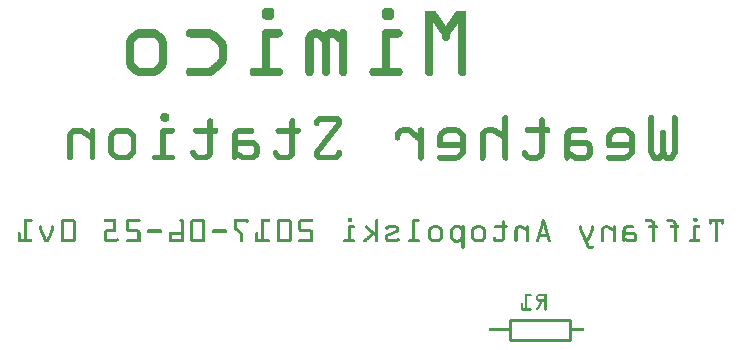
<source format=gbo>
G04 MADE WITH FRITZING*
G04 WWW.FRITZING.ORG*
G04 DOUBLE SIDED*
G04 HOLES PLATED*
G04 CONTOUR ON CENTER OF CONTOUR VECTOR*
%ASAXBY*%
%FSLAX23Y23*%
%MOIN*%
%OFA0B0*%
%SFA1.0B1.0*%
%ADD10C,0.010000*%
%ADD11R,0.001000X0.001000*%
%LNSILK0*%
G90*
G70*
G54D10*
X2076Y214D02*
X2276Y214D01*
D02*
X2276Y214D02*
X2276Y280D01*
D02*
X2276Y280D02*
X2076Y280D01*
D02*
X2076Y280D02*
X2076Y214D01*
G54D11*
X1262Y1321D02*
X1281Y1321D01*
X1662Y1321D02*
X1680Y1321D01*
X1260Y1320D02*
X1284Y1320D01*
X1659Y1320D02*
X1683Y1320D01*
X1258Y1319D02*
X1286Y1319D01*
X1657Y1319D02*
X1685Y1319D01*
X1256Y1318D02*
X1287Y1318D01*
X1656Y1318D02*
X1686Y1318D01*
X1255Y1317D02*
X1288Y1317D01*
X1654Y1317D02*
X1688Y1317D01*
X1254Y1316D02*
X1289Y1316D01*
X1654Y1316D02*
X1688Y1316D01*
X1254Y1315D02*
X1290Y1315D01*
X1653Y1315D02*
X1689Y1315D01*
X1253Y1314D02*
X1291Y1314D01*
X1652Y1314D02*
X1690Y1314D01*
X1253Y1313D02*
X1291Y1313D01*
X1652Y1313D02*
X1690Y1313D01*
X1252Y1312D02*
X1292Y1312D01*
X1651Y1312D02*
X1691Y1312D01*
X1252Y1311D02*
X1292Y1311D01*
X1651Y1311D02*
X1691Y1311D01*
X1252Y1310D02*
X1292Y1310D01*
X1651Y1310D02*
X1691Y1310D01*
X1252Y1309D02*
X1292Y1309D01*
X1651Y1309D02*
X1691Y1309D01*
X1795Y1309D02*
X1830Y1309D01*
X1898Y1309D02*
X1932Y1309D01*
X1252Y1308D02*
X1292Y1308D01*
X1651Y1308D02*
X1691Y1308D01*
X1795Y1308D02*
X1830Y1308D01*
X1897Y1308D02*
X1932Y1308D01*
X1252Y1307D02*
X1292Y1307D01*
X1651Y1307D02*
X1691Y1307D01*
X1795Y1307D02*
X1831Y1307D01*
X1896Y1307D02*
X1932Y1307D01*
X1252Y1306D02*
X1292Y1306D01*
X1651Y1306D02*
X1691Y1306D01*
X1795Y1306D02*
X1832Y1306D01*
X1896Y1306D02*
X1932Y1306D01*
X1252Y1305D02*
X1292Y1305D01*
X1651Y1305D02*
X1691Y1305D01*
X1795Y1305D02*
X1832Y1305D01*
X1895Y1305D02*
X1932Y1305D01*
X1252Y1304D02*
X1292Y1304D01*
X1651Y1304D02*
X1691Y1304D01*
X1795Y1304D02*
X1833Y1304D01*
X1894Y1304D02*
X1932Y1304D01*
X1252Y1303D02*
X1292Y1303D01*
X1651Y1303D02*
X1691Y1303D01*
X1795Y1303D02*
X1834Y1303D01*
X1893Y1303D02*
X1932Y1303D01*
X1252Y1302D02*
X1292Y1302D01*
X1651Y1302D02*
X1691Y1302D01*
X1795Y1302D02*
X1835Y1302D01*
X1893Y1302D02*
X1932Y1302D01*
X1252Y1301D02*
X1292Y1301D01*
X1651Y1301D02*
X1691Y1301D01*
X1795Y1301D02*
X1835Y1301D01*
X1892Y1301D02*
X1932Y1301D01*
X1252Y1300D02*
X1292Y1300D01*
X1651Y1300D02*
X1691Y1300D01*
X1795Y1300D02*
X1836Y1300D01*
X1891Y1300D02*
X1932Y1300D01*
X1252Y1299D02*
X1292Y1299D01*
X1651Y1299D02*
X1691Y1299D01*
X1795Y1299D02*
X1837Y1299D01*
X1891Y1299D02*
X1932Y1299D01*
X1252Y1298D02*
X1292Y1298D01*
X1651Y1298D02*
X1691Y1298D01*
X1795Y1298D02*
X1837Y1298D01*
X1890Y1298D02*
X1932Y1298D01*
X1252Y1297D02*
X1292Y1297D01*
X1651Y1297D02*
X1691Y1297D01*
X1795Y1297D02*
X1838Y1297D01*
X1889Y1297D02*
X1932Y1297D01*
X1252Y1296D02*
X1292Y1296D01*
X1651Y1296D02*
X1691Y1296D01*
X1795Y1296D02*
X1839Y1296D01*
X1888Y1296D02*
X1932Y1296D01*
X1252Y1295D02*
X1292Y1295D01*
X1651Y1295D02*
X1691Y1295D01*
X1795Y1295D02*
X1839Y1295D01*
X1888Y1295D02*
X1932Y1295D01*
X1252Y1294D02*
X1292Y1294D01*
X1651Y1294D02*
X1691Y1294D01*
X1795Y1294D02*
X1840Y1294D01*
X1887Y1294D02*
X1932Y1294D01*
X1252Y1293D02*
X1292Y1293D01*
X1651Y1293D02*
X1691Y1293D01*
X1795Y1293D02*
X1841Y1293D01*
X1886Y1293D02*
X1932Y1293D01*
X1252Y1292D02*
X1292Y1292D01*
X1651Y1292D02*
X1691Y1292D01*
X1795Y1292D02*
X1841Y1292D01*
X1886Y1292D02*
X1932Y1292D01*
X1252Y1291D02*
X1292Y1291D01*
X1651Y1291D02*
X1691Y1291D01*
X1795Y1291D02*
X1842Y1291D01*
X1885Y1291D02*
X1932Y1291D01*
X1253Y1290D02*
X1291Y1290D01*
X1652Y1290D02*
X1690Y1290D01*
X1795Y1290D02*
X1843Y1290D01*
X1884Y1290D02*
X1932Y1290D01*
X1253Y1289D02*
X1291Y1289D01*
X1652Y1289D02*
X1690Y1289D01*
X1795Y1289D02*
X1844Y1289D01*
X1884Y1289D02*
X1932Y1289D01*
X1254Y1288D02*
X1290Y1288D01*
X1653Y1288D02*
X1689Y1288D01*
X1795Y1288D02*
X1844Y1288D01*
X1883Y1288D02*
X1932Y1288D01*
X1255Y1287D02*
X1289Y1287D01*
X1654Y1287D02*
X1688Y1287D01*
X1795Y1287D02*
X1845Y1287D01*
X1882Y1287D02*
X1932Y1287D01*
X1256Y1286D02*
X1288Y1286D01*
X1655Y1286D02*
X1687Y1286D01*
X1795Y1286D02*
X1846Y1286D01*
X1881Y1286D02*
X1932Y1286D01*
X1257Y1285D02*
X1287Y1285D01*
X1656Y1285D02*
X1686Y1285D01*
X1795Y1285D02*
X1846Y1285D01*
X1881Y1285D02*
X1932Y1285D01*
X1258Y1284D02*
X1286Y1284D01*
X1657Y1284D02*
X1685Y1284D01*
X1795Y1284D02*
X1847Y1284D01*
X1880Y1284D02*
X1932Y1284D01*
X1260Y1283D02*
X1284Y1283D01*
X1659Y1283D02*
X1683Y1283D01*
X1795Y1283D02*
X1848Y1283D01*
X1879Y1283D02*
X1932Y1283D01*
X1262Y1282D02*
X1281Y1282D01*
X1662Y1282D02*
X1680Y1282D01*
X1795Y1282D02*
X1848Y1282D01*
X1879Y1282D02*
X1932Y1282D01*
X1795Y1281D02*
X1849Y1281D01*
X1878Y1281D02*
X1932Y1281D01*
X1795Y1280D02*
X1850Y1280D01*
X1877Y1280D02*
X1932Y1280D01*
X1795Y1279D02*
X1851Y1279D01*
X1877Y1279D02*
X1932Y1279D01*
X1795Y1278D02*
X1851Y1278D01*
X1876Y1278D02*
X1932Y1278D01*
X1795Y1277D02*
X1852Y1277D01*
X1875Y1277D02*
X1932Y1277D01*
X1795Y1276D02*
X1853Y1276D01*
X1874Y1276D02*
X1932Y1276D01*
X1795Y1275D02*
X1853Y1275D01*
X1874Y1275D02*
X1932Y1275D01*
X1795Y1274D02*
X1854Y1274D01*
X1873Y1274D02*
X1932Y1274D01*
X1795Y1273D02*
X1855Y1273D01*
X1872Y1273D02*
X1932Y1273D01*
X1795Y1272D02*
X1855Y1272D01*
X1872Y1272D02*
X1932Y1272D01*
X1795Y1271D02*
X1856Y1271D01*
X1871Y1271D02*
X1932Y1271D01*
X1795Y1270D02*
X1822Y1270D01*
X1824Y1270D02*
X1857Y1270D01*
X1870Y1270D02*
X1932Y1270D01*
X1795Y1269D02*
X1822Y1269D01*
X1825Y1269D02*
X1858Y1269D01*
X1869Y1269D02*
X1903Y1269D01*
X1905Y1269D02*
X1932Y1269D01*
X1795Y1268D02*
X1822Y1268D01*
X1825Y1268D02*
X1858Y1268D01*
X1869Y1268D02*
X1902Y1268D01*
X1905Y1268D02*
X1932Y1268D01*
X1795Y1267D02*
X1822Y1267D01*
X1826Y1267D02*
X1859Y1267D01*
X1868Y1267D02*
X1901Y1267D01*
X1905Y1267D02*
X1932Y1267D01*
X1795Y1266D02*
X1822Y1266D01*
X1827Y1266D02*
X1860Y1266D01*
X1867Y1266D02*
X1901Y1266D01*
X1905Y1266D02*
X1932Y1266D01*
X1795Y1265D02*
X1822Y1265D01*
X1827Y1265D02*
X1860Y1265D01*
X1867Y1265D02*
X1900Y1265D01*
X1905Y1265D02*
X1932Y1265D01*
X1795Y1264D02*
X1822Y1264D01*
X1828Y1264D02*
X1861Y1264D01*
X1866Y1264D02*
X1899Y1264D01*
X1905Y1264D02*
X1932Y1264D01*
X1795Y1263D02*
X1822Y1263D01*
X1829Y1263D02*
X1862Y1263D01*
X1865Y1263D02*
X1899Y1263D01*
X1905Y1263D02*
X1932Y1263D01*
X1795Y1262D02*
X1822Y1262D01*
X1829Y1262D02*
X1862Y1262D01*
X1865Y1262D02*
X1898Y1262D01*
X1905Y1262D02*
X1932Y1262D01*
X1795Y1261D02*
X1822Y1261D01*
X1830Y1261D02*
X1897Y1261D01*
X1905Y1261D02*
X1932Y1261D01*
X1795Y1260D02*
X1822Y1260D01*
X1831Y1260D02*
X1897Y1260D01*
X1905Y1260D02*
X1932Y1260D01*
X1795Y1259D02*
X1822Y1259D01*
X1832Y1259D02*
X1896Y1259D01*
X1905Y1259D02*
X1932Y1259D01*
X1795Y1258D02*
X1822Y1258D01*
X1832Y1258D02*
X1895Y1258D01*
X1905Y1258D02*
X1932Y1258D01*
X1795Y1257D02*
X1822Y1257D01*
X1833Y1257D02*
X1894Y1257D01*
X1905Y1257D02*
X1932Y1257D01*
X1795Y1256D02*
X1822Y1256D01*
X1834Y1256D02*
X1894Y1256D01*
X1905Y1256D02*
X1932Y1256D01*
X1795Y1255D02*
X1822Y1255D01*
X1834Y1255D02*
X1893Y1255D01*
X1905Y1255D02*
X1932Y1255D01*
X1795Y1254D02*
X1822Y1254D01*
X1835Y1254D02*
X1892Y1254D01*
X1905Y1254D02*
X1932Y1254D01*
X1795Y1253D02*
X1822Y1253D01*
X1836Y1253D02*
X1892Y1253D01*
X1905Y1253D02*
X1932Y1253D01*
X1795Y1252D02*
X1822Y1252D01*
X1836Y1252D02*
X1891Y1252D01*
X1905Y1252D02*
X1932Y1252D01*
X1795Y1251D02*
X1822Y1251D01*
X1837Y1251D02*
X1890Y1251D01*
X1905Y1251D02*
X1932Y1251D01*
X839Y1250D02*
X892Y1250D01*
X1006Y1250D02*
X1077Y1250D01*
X1260Y1250D02*
X1311Y1250D01*
X1428Y1250D02*
X1432Y1250D01*
X1477Y1250D02*
X1492Y1250D01*
X1517Y1250D02*
X1526Y1250D01*
X1660Y1250D02*
X1710Y1250D01*
X1795Y1250D02*
X1822Y1250D01*
X1838Y1250D02*
X1889Y1250D01*
X1905Y1250D02*
X1932Y1250D01*
X836Y1249D02*
X896Y1249D01*
X1004Y1249D02*
X1081Y1249D01*
X1258Y1249D02*
X1313Y1249D01*
X1421Y1249D02*
X1438Y1249D01*
X1473Y1249D02*
X1495Y1249D01*
X1515Y1249D02*
X1528Y1249D01*
X1658Y1249D02*
X1712Y1249D01*
X1795Y1249D02*
X1822Y1249D01*
X1839Y1249D02*
X1889Y1249D01*
X1905Y1249D02*
X1932Y1249D01*
X834Y1248D02*
X898Y1248D01*
X1002Y1248D02*
X1084Y1248D01*
X1257Y1248D02*
X1314Y1248D01*
X1418Y1248D02*
X1441Y1248D01*
X1471Y1248D02*
X1497Y1248D01*
X1514Y1248D02*
X1530Y1248D01*
X1656Y1248D02*
X1713Y1248D01*
X1795Y1248D02*
X1822Y1248D01*
X1839Y1248D02*
X1888Y1248D01*
X1905Y1248D02*
X1932Y1248D01*
X832Y1247D02*
X901Y1247D01*
X1001Y1247D02*
X1086Y1247D01*
X1256Y1247D02*
X1315Y1247D01*
X1416Y1247D02*
X1444Y1247D01*
X1469Y1247D02*
X1500Y1247D01*
X1513Y1247D02*
X1531Y1247D01*
X1655Y1247D02*
X1714Y1247D01*
X1795Y1247D02*
X1822Y1247D01*
X1840Y1247D02*
X1887Y1247D01*
X1905Y1247D02*
X1932Y1247D01*
X829Y1246D02*
X903Y1246D01*
X1000Y1246D02*
X1088Y1246D01*
X1255Y1246D02*
X1316Y1246D01*
X1414Y1246D02*
X1446Y1246D01*
X1467Y1246D02*
X1501Y1246D01*
X1512Y1246D02*
X1532Y1246D01*
X1654Y1246D02*
X1715Y1246D01*
X1795Y1246D02*
X1822Y1246D01*
X1841Y1246D02*
X1887Y1246D01*
X1905Y1246D02*
X1932Y1246D01*
X828Y1245D02*
X904Y1245D01*
X999Y1245D02*
X1090Y1245D01*
X1254Y1245D02*
X1317Y1245D01*
X1412Y1245D02*
X1448Y1245D01*
X1466Y1245D02*
X1503Y1245D01*
X1511Y1245D02*
X1533Y1245D01*
X1653Y1245D02*
X1716Y1245D01*
X1795Y1245D02*
X1822Y1245D01*
X1841Y1245D02*
X1886Y1245D01*
X1905Y1245D02*
X1932Y1245D01*
X826Y1244D02*
X906Y1244D01*
X999Y1244D02*
X1092Y1244D01*
X1253Y1244D02*
X1318Y1244D01*
X1410Y1244D02*
X1449Y1244D01*
X1464Y1244D02*
X1504Y1244D01*
X1510Y1244D02*
X1533Y1244D01*
X1653Y1244D02*
X1717Y1244D01*
X1795Y1244D02*
X1822Y1244D01*
X1842Y1244D02*
X1885Y1244D01*
X1905Y1244D02*
X1932Y1244D01*
X825Y1243D02*
X907Y1243D01*
X998Y1243D02*
X1094Y1243D01*
X1253Y1243D02*
X1318Y1243D01*
X1409Y1243D02*
X1450Y1243D01*
X1463Y1243D02*
X1506Y1243D01*
X1510Y1243D02*
X1534Y1243D01*
X1652Y1243D02*
X1717Y1243D01*
X1795Y1243D02*
X1822Y1243D01*
X1843Y1243D02*
X1885Y1243D01*
X1905Y1243D02*
X1932Y1243D01*
X824Y1242D02*
X908Y1242D01*
X998Y1242D02*
X1095Y1242D01*
X1252Y1242D02*
X1319Y1242D01*
X1408Y1242D02*
X1452Y1242D01*
X1462Y1242D02*
X1507Y1242D01*
X1509Y1242D02*
X1534Y1242D01*
X1652Y1242D02*
X1718Y1242D01*
X1795Y1242D02*
X1822Y1242D01*
X1843Y1242D02*
X1884Y1242D01*
X1905Y1242D02*
X1932Y1242D01*
X822Y1241D02*
X910Y1241D01*
X997Y1241D02*
X1097Y1241D01*
X1252Y1241D02*
X1319Y1241D01*
X1407Y1241D02*
X1453Y1241D01*
X1461Y1241D02*
X1535Y1241D01*
X1651Y1241D02*
X1718Y1241D01*
X1795Y1241D02*
X1822Y1241D01*
X1844Y1241D02*
X1883Y1241D01*
X1905Y1241D02*
X1932Y1241D01*
X821Y1240D02*
X911Y1240D01*
X997Y1240D02*
X1098Y1240D01*
X1252Y1240D02*
X1319Y1240D01*
X1405Y1240D02*
X1454Y1240D01*
X1460Y1240D02*
X1535Y1240D01*
X1651Y1240D02*
X1719Y1240D01*
X1795Y1240D02*
X1822Y1240D01*
X1845Y1240D02*
X1882Y1240D01*
X1905Y1240D02*
X1932Y1240D01*
X820Y1239D02*
X912Y1239D01*
X997Y1239D02*
X1099Y1239D01*
X1252Y1239D02*
X1320Y1239D01*
X1404Y1239D02*
X1456Y1239D01*
X1459Y1239D02*
X1535Y1239D01*
X1651Y1239D02*
X1719Y1239D01*
X1795Y1239D02*
X1822Y1239D01*
X1846Y1239D02*
X1882Y1239D01*
X1905Y1239D02*
X1932Y1239D01*
X819Y1238D02*
X913Y1238D01*
X997Y1238D02*
X1100Y1238D01*
X1252Y1238D02*
X1320Y1238D01*
X1404Y1238D02*
X1535Y1238D01*
X1651Y1238D02*
X1719Y1238D01*
X1795Y1238D02*
X1822Y1238D01*
X1846Y1238D02*
X1881Y1238D01*
X1905Y1238D02*
X1932Y1238D01*
X817Y1237D02*
X914Y1237D01*
X997Y1237D02*
X1102Y1237D01*
X1252Y1237D02*
X1320Y1237D01*
X1403Y1237D02*
X1535Y1237D01*
X1651Y1237D02*
X1719Y1237D01*
X1795Y1237D02*
X1822Y1237D01*
X1847Y1237D02*
X1880Y1237D01*
X1905Y1237D02*
X1932Y1237D01*
X816Y1236D02*
X916Y1236D01*
X997Y1236D02*
X1103Y1236D01*
X1252Y1236D02*
X1320Y1236D01*
X1402Y1236D02*
X1535Y1236D01*
X1651Y1236D02*
X1719Y1236D01*
X1795Y1236D02*
X1822Y1236D01*
X1848Y1236D02*
X1880Y1236D01*
X1905Y1236D02*
X1932Y1236D01*
X815Y1235D02*
X917Y1235D01*
X997Y1235D02*
X1104Y1235D01*
X1252Y1235D02*
X1320Y1235D01*
X1401Y1235D02*
X1535Y1235D01*
X1651Y1235D02*
X1719Y1235D01*
X1795Y1235D02*
X1822Y1235D01*
X1848Y1235D02*
X1879Y1235D01*
X1905Y1235D02*
X1932Y1235D01*
X814Y1234D02*
X918Y1234D01*
X997Y1234D02*
X1105Y1234D01*
X1252Y1234D02*
X1320Y1234D01*
X1400Y1234D02*
X1535Y1234D01*
X1651Y1234D02*
X1719Y1234D01*
X1795Y1234D02*
X1822Y1234D01*
X1849Y1234D02*
X1878Y1234D01*
X1905Y1234D02*
X1932Y1234D01*
X813Y1233D02*
X919Y1233D01*
X997Y1233D02*
X1106Y1233D01*
X1252Y1233D02*
X1319Y1233D01*
X1400Y1233D02*
X1535Y1233D01*
X1651Y1233D02*
X1718Y1233D01*
X1795Y1233D02*
X1822Y1233D01*
X1850Y1233D02*
X1878Y1233D01*
X1905Y1233D02*
X1932Y1233D01*
X812Y1232D02*
X920Y1232D01*
X998Y1232D02*
X1107Y1232D01*
X1252Y1232D02*
X1319Y1232D01*
X1399Y1232D02*
X1535Y1232D01*
X1651Y1232D02*
X1718Y1232D01*
X1795Y1232D02*
X1822Y1232D01*
X1850Y1232D02*
X1877Y1232D01*
X1905Y1232D02*
X1932Y1232D01*
X810Y1231D02*
X921Y1231D01*
X998Y1231D02*
X1108Y1231D01*
X1252Y1231D02*
X1319Y1231D01*
X1399Y1231D02*
X1535Y1231D01*
X1651Y1231D02*
X1718Y1231D01*
X1795Y1231D02*
X1822Y1231D01*
X1850Y1231D02*
X1877Y1231D01*
X1905Y1231D02*
X1932Y1231D01*
X809Y1230D02*
X922Y1230D01*
X999Y1230D02*
X1109Y1230D01*
X1252Y1230D02*
X1318Y1230D01*
X1398Y1230D02*
X1535Y1230D01*
X1651Y1230D02*
X1717Y1230D01*
X1795Y1230D02*
X1822Y1230D01*
X1850Y1230D02*
X1877Y1230D01*
X1905Y1230D02*
X1932Y1230D01*
X808Y1229D02*
X923Y1229D01*
X999Y1229D02*
X1110Y1229D01*
X1252Y1229D02*
X1317Y1229D01*
X1398Y1229D02*
X1535Y1229D01*
X1651Y1229D02*
X1716Y1229D01*
X1795Y1229D02*
X1822Y1229D01*
X1850Y1229D02*
X1877Y1229D01*
X1905Y1229D02*
X1932Y1229D01*
X808Y1228D02*
X924Y1228D01*
X1000Y1228D02*
X1111Y1228D01*
X1252Y1228D02*
X1317Y1228D01*
X1398Y1228D02*
X1535Y1228D01*
X1651Y1228D02*
X1716Y1228D01*
X1795Y1228D02*
X1822Y1228D01*
X1850Y1228D02*
X1877Y1228D01*
X1905Y1228D02*
X1932Y1228D01*
X807Y1227D02*
X925Y1227D01*
X1001Y1227D02*
X1112Y1227D01*
X1252Y1227D02*
X1316Y1227D01*
X1397Y1227D02*
X1535Y1227D01*
X1651Y1227D02*
X1715Y1227D01*
X1795Y1227D02*
X1822Y1227D01*
X1850Y1227D02*
X1877Y1227D01*
X1905Y1227D02*
X1932Y1227D01*
X806Y1226D02*
X926Y1226D01*
X1002Y1226D02*
X1113Y1226D01*
X1252Y1226D02*
X1315Y1226D01*
X1397Y1226D02*
X1535Y1226D01*
X1651Y1226D02*
X1714Y1226D01*
X1795Y1226D02*
X1822Y1226D01*
X1850Y1226D02*
X1877Y1226D01*
X1905Y1226D02*
X1932Y1226D01*
X805Y1225D02*
X926Y1225D01*
X1004Y1225D02*
X1114Y1225D01*
X1252Y1225D02*
X1313Y1225D01*
X1397Y1225D02*
X1535Y1225D01*
X1651Y1225D02*
X1712Y1225D01*
X1795Y1225D02*
X1822Y1225D01*
X1850Y1225D02*
X1877Y1225D01*
X1905Y1225D02*
X1932Y1225D01*
X804Y1224D02*
X927Y1224D01*
X1005Y1224D02*
X1115Y1224D01*
X1252Y1224D02*
X1311Y1224D01*
X1397Y1224D02*
X1535Y1224D01*
X1651Y1224D02*
X1710Y1224D01*
X1795Y1224D02*
X1822Y1224D01*
X1850Y1224D02*
X1877Y1224D01*
X1905Y1224D02*
X1932Y1224D01*
X804Y1223D02*
X928Y1223D01*
X1010Y1223D02*
X1117Y1223D01*
X1252Y1223D02*
X1307Y1223D01*
X1396Y1223D02*
X1535Y1223D01*
X1651Y1223D02*
X1706Y1223D01*
X1795Y1223D02*
X1822Y1223D01*
X1850Y1223D02*
X1877Y1223D01*
X1905Y1223D02*
X1932Y1223D01*
X803Y1222D02*
X843Y1222D01*
X889Y1222D02*
X928Y1222D01*
X1075Y1222D02*
X1118Y1222D01*
X1252Y1222D02*
X1278Y1222D01*
X1396Y1222D02*
X1425Y1222D01*
X1433Y1222D02*
X1480Y1222D01*
X1488Y1222D02*
X1535Y1222D01*
X1651Y1222D02*
X1677Y1222D01*
X1795Y1222D02*
X1822Y1222D01*
X1850Y1222D02*
X1877Y1222D01*
X1905Y1222D02*
X1932Y1222D01*
X802Y1221D02*
X840Y1221D01*
X891Y1221D02*
X929Y1221D01*
X1077Y1221D02*
X1119Y1221D01*
X1252Y1221D02*
X1278Y1221D01*
X1396Y1221D02*
X1424Y1221D01*
X1435Y1221D02*
X1479Y1221D01*
X1490Y1221D02*
X1535Y1221D01*
X1651Y1221D02*
X1677Y1221D01*
X1795Y1221D02*
X1822Y1221D01*
X1851Y1221D02*
X1876Y1221D01*
X1905Y1221D02*
X1932Y1221D01*
X802Y1220D02*
X839Y1220D01*
X893Y1220D02*
X929Y1220D01*
X1078Y1220D02*
X1120Y1220D01*
X1252Y1220D02*
X1278Y1220D01*
X1396Y1220D02*
X1424Y1220D01*
X1436Y1220D02*
X1479Y1220D01*
X1491Y1220D02*
X1535Y1220D01*
X1651Y1220D02*
X1677Y1220D01*
X1795Y1220D02*
X1822Y1220D01*
X1851Y1220D02*
X1876Y1220D01*
X1905Y1220D02*
X1932Y1220D01*
X801Y1219D02*
X837Y1219D01*
X894Y1219D02*
X930Y1219D01*
X1079Y1219D02*
X1121Y1219D01*
X1252Y1219D02*
X1278Y1219D01*
X1396Y1219D02*
X1423Y1219D01*
X1437Y1219D02*
X1478Y1219D01*
X1492Y1219D02*
X1535Y1219D01*
X1651Y1219D02*
X1677Y1219D01*
X1795Y1219D02*
X1822Y1219D01*
X1852Y1219D02*
X1876Y1219D01*
X1905Y1219D02*
X1932Y1219D01*
X801Y1218D02*
X836Y1218D01*
X895Y1218D02*
X930Y1218D01*
X1080Y1218D02*
X1122Y1218D01*
X1252Y1218D02*
X1278Y1218D01*
X1396Y1218D02*
X1423Y1218D01*
X1438Y1218D02*
X1478Y1218D01*
X1493Y1218D02*
X1535Y1218D01*
X1651Y1218D02*
X1677Y1218D01*
X1795Y1218D02*
X1822Y1218D01*
X1852Y1218D02*
X1875Y1218D01*
X1905Y1218D02*
X1932Y1218D01*
X800Y1217D02*
X834Y1217D01*
X896Y1217D02*
X931Y1217D01*
X1081Y1217D02*
X1123Y1217D01*
X1252Y1217D02*
X1278Y1217D01*
X1396Y1217D02*
X1423Y1217D01*
X1439Y1217D02*
X1478Y1217D01*
X1494Y1217D02*
X1535Y1217D01*
X1651Y1217D02*
X1677Y1217D01*
X1795Y1217D02*
X1822Y1217D01*
X1853Y1217D02*
X1874Y1217D01*
X1905Y1217D02*
X1932Y1217D01*
X800Y1216D02*
X833Y1216D01*
X897Y1216D02*
X931Y1216D01*
X1083Y1216D02*
X1124Y1216D01*
X1252Y1216D02*
X1278Y1216D01*
X1396Y1216D02*
X1423Y1216D01*
X1440Y1216D02*
X1478Y1216D01*
X1495Y1216D02*
X1535Y1216D01*
X1651Y1216D02*
X1677Y1216D01*
X1795Y1216D02*
X1822Y1216D01*
X1854Y1216D02*
X1874Y1216D01*
X1905Y1216D02*
X1932Y1216D01*
X800Y1215D02*
X832Y1215D01*
X898Y1215D02*
X932Y1215D01*
X1084Y1215D02*
X1125Y1215D01*
X1252Y1215D02*
X1278Y1215D01*
X1396Y1215D02*
X1423Y1215D01*
X1442Y1215D02*
X1478Y1215D01*
X1497Y1215D02*
X1535Y1215D01*
X1651Y1215D02*
X1677Y1215D01*
X1795Y1215D02*
X1822Y1215D01*
X1855Y1215D02*
X1873Y1215D01*
X1905Y1215D02*
X1932Y1215D01*
X799Y1214D02*
X831Y1214D01*
X899Y1214D02*
X932Y1214D01*
X1085Y1214D02*
X1126Y1214D01*
X1252Y1214D02*
X1278Y1214D01*
X1396Y1214D02*
X1423Y1214D01*
X1443Y1214D02*
X1478Y1214D01*
X1498Y1214D02*
X1535Y1214D01*
X1651Y1214D02*
X1677Y1214D01*
X1795Y1214D02*
X1822Y1214D01*
X1856Y1214D02*
X1872Y1214D01*
X1905Y1214D02*
X1932Y1214D01*
X799Y1213D02*
X830Y1213D01*
X900Y1213D02*
X932Y1213D01*
X1086Y1213D02*
X1126Y1213D01*
X1252Y1213D02*
X1278Y1213D01*
X1396Y1213D02*
X1423Y1213D01*
X1444Y1213D02*
X1478Y1213D01*
X1499Y1213D02*
X1535Y1213D01*
X1651Y1213D02*
X1677Y1213D01*
X1795Y1213D02*
X1822Y1213D01*
X1857Y1213D02*
X1870Y1213D01*
X1905Y1213D02*
X1932Y1213D01*
X799Y1212D02*
X829Y1212D01*
X901Y1212D02*
X933Y1212D01*
X1087Y1212D02*
X1127Y1212D01*
X1252Y1212D02*
X1278Y1212D01*
X1396Y1212D02*
X1423Y1212D01*
X1445Y1212D02*
X1478Y1212D01*
X1500Y1212D02*
X1535Y1212D01*
X1651Y1212D02*
X1677Y1212D01*
X1795Y1212D02*
X1822Y1212D01*
X1859Y1212D02*
X1868Y1212D01*
X1905Y1212D02*
X1932Y1212D01*
X798Y1211D02*
X828Y1211D01*
X903Y1211D02*
X933Y1211D01*
X1088Y1211D02*
X1128Y1211D01*
X1252Y1211D02*
X1278Y1211D01*
X1396Y1211D02*
X1423Y1211D01*
X1446Y1211D02*
X1478Y1211D01*
X1501Y1211D02*
X1535Y1211D01*
X1651Y1211D02*
X1677Y1211D01*
X1795Y1211D02*
X1822Y1211D01*
X1905Y1211D02*
X1932Y1211D01*
X798Y1210D02*
X828Y1210D01*
X904Y1210D02*
X933Y1210D01*
X1090Y1210D02*
X1128Y1210D01*
X1252Y1210D02*
X1278Y1210D01*
X1396Y1210D02*
X1423Y1210D01*
X1447Y1210D02*
X1478Y1210D01*
X1502Y1210D02*
X1535Y1210D01*
X1651Y1210D02*
X1677Y1210D01*
X1795Y1210D02*
X1822Y1210D01*
X1905Y1210D02*
X1932Y1210D01*
X798Y1209D02*
X827Y1209D01*
X905Y1209D02*
X933Y1209D01*
X1091Y1209D02*
X1129Y1209D01*
X1252Y1209D02*
X1278Y1209D01*
X1396Y1209D02*
X1423Y1209D01*
X1449Y1209D02*
X1478Y1209D01*
X1503Y1209D02*
X1535Y1209D01*
X1651Y1209D02*
X1677Y1209D01*
X1795Y1209D02*
X1822Y1209D01*
X1905Y1209D02*
X1932Y1209D01*
X798Y1208D02*
X826Y1208D01*
X905Y1208D02*
X934Y1208D01*
X1092Y1208D02*
X1129Y1208D01*
X1252Y1208D02*
X1278Y1208D01*
X1396Y1208D02*
X1423Y1208D01*
X1450Y1208D02*
X1478Y1208D01*
X1505Y1208D02*
X1535Y1208D01*
X1651Y1208D02*
X1677Y1208D01*
X1795Y1208D02*
X1822Y1208D01*
X1905Y1208D02*
X1932Y1208D01*
X798Y1207D02*
X826Y1207D01*
X906Y1207D02*
X934Y1207D01*
X1093Y1207D02*
X1130Y1207D01*
X1252Y1207D02*
X1278Y1207D01*
X1396Y1207D02*
X1423Y1207D01*
X1451Y1207D02*
X1478Y1207D01*
X1506Y1207D02*
X1535Y1207D01*
X1651Y1207D02*
X1677Y1207D01*
X1795Y1207D02*
X1822Y1207D01*
X1905Y1207D02*
X1932Y1207D01*
X798Y1206D02*
X825Y1206D01*
X906Y1206D02*
X934Y1206D01*
X1094Y1206D02*
X1130Y1206D01*
X1252Y1206D02*
X1278Y1206D01*
X1396Y1206D02*
X1423Y1206D01*
X1451Y1206D02*
X1478Y1206D01*
X1507Y1206D02*
X1535Y1206D01*
X1651Y1206D02*
X1677Y1206D01*
X1795Y1206D02*
X1822Y1206D01*
X1905Y1206D02*
X1932Y1206D01*
X797Y1205D02*
X825Y1205D01*
X907Y1205D02*
X934Y1205D01*
X1095Y1205D02*
X1131Y1205D01*
X1252Y1205D02*
X1278Y1205D01*
X1396Y1205D02*
X1423Y1205D01*
X1451Y1205D02*
X1478Y1205D01*
X1508Y1205D02*
X1535Y1205D01*
X1651Y1205D02*
X1677Y1205D01*
X1795Y1205D02*
X1822Y1205D01*
X1905Y1205D02*
X1932Y1205D01*
X797Y1204D02*
X825Y1204D01*
X907Y1204D02*
X934Y1204D01*
X1097Y1204D02*
X1131Y1204D01*
X1252Y1204D02*
X1278Y1204D01*
X1396Y1204D02*
X1423Y1204D01*
X1451Y1204D02*
X1478Y1204D01*
X1508Y1204D02*
X1535Y1204D01*
X1651Y1204D02*
X1677Y1204D01*
X1795Y1204D02*
X1822Y1204D01*
X1905Y1204D02*
X1932Y1204D01*
X797Y1203D02*
X824Y1203D01*
X907Y1203D02*
X934Y1203D01*
X1098Y1203D02*
X1132Y1203D01*
X1252Y1203D02*
X1278Y1203D01*
X1396Y1203D02*
X1423Y1203D01*
X1451Y1203D02*
X1478Y1203D01*
X1508Y1203D02*
X1535Y1203D01*
X1651Y1203D02*
X1677Y1203D01*
X1795Y1203D02*
X1822Y1203D01*
X1905Y1203D02*
X1932Y1203D01*
X797Y1202D02*
X824Y1202D01*
X907Y1202D02*
X934Y1202D01*
X1099Y1202D02*
X1132Y1202D01*
X1252Y1202D02*
X1278Y1202D01*
X1396Y1202D02*
X1423Y1202D01*
X1451Y1202D02*
X1478Y1202D01*
X1508Y1202D02*
X1535Y1202D01*
X1651Y1202D02*
X1677Y1202D01*
X1795Y1202D02*
X1822Y1202D01*
X1905Y1202D02*
X1932Y1202D01*
X797Y1201D02*
X824Y1201D01*
X907Y1201D02*
X934Y1201D01*
X1100Y1201D02*
X1132Y1201D01*
X1252Y1201D02*
X1278Y1201D01*
X1396Y1201D02*
X1423Y1201D01*
X1451Y1201D02*
X1478Y1201D01*
X1508Y1201D02*
X1535Y1201D01*
X1651Y1201D02*
X1677Y1201D01*
X1795Y1201D02*
X1822Y1201D01*
X1905Y1201D02*
X1932Y1201D01*
X797Y1200D02*
X824Y1200D01*
X907Y1200D02*
X934Y1200D01*
X1101Y1200D02*
X1132Y1200D01*
X1252Y1200D02*
X1278Y1200D01*
X1396Y1200D02*
X1423Y1200D01*
X1451Y1200D02*
X1478Y1200D01*
X1508Y1200D02*
X1535Y1200D01*
X1651Y1200D02*
X1677Y1200D01*
X1795Y1200D02*
X1822Y1200D01*
X1905Y1200D02*
X1932Y1200D01*
X797Y1199D02*
X824Y1199D01*
X907Y1199D02*
X934Y1199D01*
X1102Y1199D02*
X1133Y1199D01*
X1252Y1199D02*
X1278Y1199D01*
X1396Y1199D02*
X1423Y1199D01*
X1451Y1199D02*
X1478Y1199D01*
X1508Y1199D02*
X1535Y1199D01*
X1651Y1199D02*
X1677Y1199D01*
X1795Y1199D02*
X1822Y1199D01*
X1905Y1199D02*
X1932Y1199D01*
X797Y1198D02*
X824Y1198D01*
X907Y1198D02*
X934Y1198D01*
X1104Y1198D02*
X1133Y1198D01*
X1252Y1198D02*
X1278Y1198D01*
X1396Y1198D02*
X1423Y1198D01*
X1451Y1198D02*
X1478Y1198D01*
X1508Y1198D02*
X1535Y1198D01*
X1651Y1198D02*
X1677Y1198D01*
X1795Y1198D02*
X1822Y1198D01*
X1905Y1198D02*
X1932Y1198D01*
X797Y1197D02*
X824Y1197D01*
X907Y1197D02*
X934Y1197D01*
X1104Y1197D02*
X1133Y1197D01*
X1252Y1197D02*
X1278Y1197D01*
X1396Y1197D02*
X1423Y1197D01*
X1451Y1197D02*
X1478Y1197D01*
X1508Y1197D02*
X1535Y1197D01*
X1651Y1197D02*
X1677Y1197D01*
X1795Y1197D02*
X1822Y1197D01*
X1905Y1197D02*
X1932Y1197D01*
X797Y1196D02*
X824Y1196D01*
X907Y1196D02*
X934Y1196D01*
X1105Y1196D02*
X1133Y1196D01*
X1252Y1196D02*
X1278Y1196D01*
X1396Y1196D02*
X1423Y1196D01*
X1451Y1196D02*
X1478Y1196D01*
X1508Y1196D02*
X1535Y1196D01*
X1651Y1196D02*
X1677Y1196D01*
X1795Y1196D02*
X1822Y1196D01*
X1905Y1196D02*
X1932Y1196D01*
X797Y1195D02*
X824Y1195D01*
X907Y1195D02*
X934Y1195D01*
X1106Y1195D02*
X1133Y1195D01*
X1252Y1195D02*
X1278Y1195D01*
X1396Y1195D02*
X1423Y1195D01*
X1451Y1195D02*
X1478Y1195D01*
X1508Y1195D02*
X1535Y1195D01*
X1651Y1195D02*
X1677Y1195D01*
X1795Y1195D02*
X1822Y1195D01*
X1905Y1195D02*
X1932Y1195D01*
X797Y1194D02*
X824Y1194D01*
X907Y1194D02*
X934Y1194D01*
X1106Y1194D02*
X1134Y1194D01*
X1252Y1194D02*
X1278Y1194D01*
X1396Y1194D02*
X1423Y1194D01*
X1451Y1194D02*
X1478Y1194D01*
X1508Y1194D02*
X1535Y1194D01*
X1651Y1194D02*
X1677Y1194D01*
X1795Y1194D02*
X1822Y1194D01*
X1905Y1194D02*
X1932Y1194D01*
X797Y1193D02*
X824Y1193D01*
X907Y1193D02*
X934Y1193D01*
X1106Y1193D02*
X1134Y1193D01*
X1252Y1193D02*
X1278Y1193D01*
X1396Y1193D02*
X1423Y1193D01*
X1451Y1193D02*
X1478Y1193D01*
X1508Y1193D02*
X1535Y1193D01*
X1651Y1193D02*
X1677Y1193D01*
X1795Y1193D02*
X1822Y1193D01*
X1905Y1193D02*
X1932Y1193D01*
X797Y1192D02*
X824Y1192D01*
X907Y1192D02*
X934Y1192D01*
X1107Y1192D02*
X1134Y1192D01*
X1252Y1192D02*
X1278Y1192D01*
X1396Y1192D02*
X1423Y1192D01*
X1451Y1192D02*
X1478Y1192D01*
X1508Y1192D02*
X1535Y1192D01*
X1651Y1192D02*
X1677Y1192D01*
X1795Y1192D02*
X1822Y1192D01*
X1905Y1192D02*
X1932Y1192D01*
X797Y1191D02*
X824Y1191D01*
X907Y1191D02*
X934Y1191D01*
X1107Y1191D02*
X1134Y1191D01*
X1252Y1191D02*
X1278Y1191D01*
X1396Y1191D02*
X1423Y1191D01*
X1451Y1191D02*
X1478Y1191D01*
X1508Y1191D02*
X1535Y1191D01*
X1651Y1191D02*
X1677Y1191D01*
X1795Y1191D02*
X1822Y1191D01*
X1905Y1191D02*
X1932Y1191D01*
X797Y1190D02*
X824Y1190D01*
X907Y1190D02*
X934Y1190D01*
X1107Y1190D02*
X1134Y1190D01*
X1252Y1190D02*
X1278Y1190D01*
X1396Y1190D02*
X1423Y1190D01*
X1451Y1190D02*
X1478Y1190D01*
X1508Y1190D02*
X1535Y1190D01*
X1651Y1190D02*
X1677Y1190D01*
X1795Y1190D02*
X1822Y1190D01*
X1905Y1190D02*
X1932Y1190D01*
X797Y1189D02*
X824Y1189D01*
X907Y1189D02*
X934Y1189D01*
X1107Y1189D02*
X1134Y1189D01*
X1252Y1189D02*
X1278Y1189D01*
X1396Y1189D02*
X1423Y1189D01*
X1451Y1189D02*
X1478Y1189D01*
X1508Y1189D02*
X1535Y1189D01*
X1651Y1189D02*
X1677Y1189D01*
X1795Y1189D02*
X1822Y1189D01*
X1905Y1189D02*
X1932Y1189D01*
X797Y1188D02*
X824Y1188D01*
X907Y1188D02*
X934Y1188D01*
X1107Y1188D02*
X1134Y1188D01*
X1252Y1188D02*
X1278Y1188D01*
X1396Y1188D02*
X1423Y1188D01*
X1451Y1188D02*
X1478Y1188D01*
X1508Y1188D02*
X1535Y1188D01*
X1651Y1188D02*
X1677Y1188D01*
X1795Y1188D02*
X1822Y1188D01*
X1905Y1188D02*
X1932Y1188D01*
X797Y1187D02*
X824Y1187D01*
X907Y1187D02*
X934Y1187D01*
X1107Y1187D02*
X1134Y1187D01*
X1252Y1187D02*
X1278Y1187D01*
X1396Y1187D02*
X1423Y1187D01*
X1451Y1187D02*
X1478Y1187D01*
X1508Y1187D02*
X1535Y1187D01*
X1651Y1187D02*
X1677Y1187D01*
X1795Y1187D02*
X1822Y1187D01*
X1905Y1187D02*
X1932Y1187D01*
X797Y1186D02*
X824Y1186D01*
X907Y1186D02*
X934Y1186D01*
X1107Y1186D02*
X1134Y1186D01*
X1252Y1186D02*
X1278Y1186D01*
X1396Y1186D02*
X1423Y1186D01*
X1451Y1186D02*
X1478Y1186D01*
X1508Y1186D02*
X1535Y1186D01*
X1651Y1186D02*
X1677Y1186D01*
X1795Y1186D02*
X1822Y1186D01*
X1905Y1186D02*
X1932Y1186D01*
X797Y1185D02*
X824Y1185D01*
X907Y1185D02*
X934Y1185D01*
X1107Y1185D02*
X1134Y1185D01*
X1252Y1185D02*
X1278Y1185D01*
X1396Y1185D02*
X1423Y1185D01*
X1451Y1185D02*
X1478Y1185D01*
X1508Y1185D02*
X1535Y1185D01*
X1651Y1185D02*
X1677Y1185D01*
X1795Y1185D02*
X1822Y1185D01*
X1905Y1185D02*
X1932Y1185D01*
X797Y1184D02*
X824Y1184D01*
X907Y1184D02*
X934Y1184D01*
X1107Y1184D02*
X1134Y1184D01*
X1252Y1184D02*
X1278Y1184D01*
X1396Y1184D02*
X1423Y1184D01*
X1451Y1184D02*
X1478Y1184D01*
X1508Y1184D02*
X1535Y1184D01*
X1651Y1184D02*
X1677Y1184D01*
X1795Y1184D02*
X1822Y1184D01*
X1905Y1184D02*
X1932Y1184D01*
X797Y1183D02*
X824Y1183D01*
X907Y1183D02*
X934Y1183D01*
X1107Y1183D02*
X1134Y1183D01*
X1252Y1183D02*
X1278Y1183D01*
X1396Y1183D02*
X1423Y1183D01*
X1451Y1183D02*
X1478Y1183D01*
X1508Y1183D02*
X1535Y1183D01*
X1651Y1183D02*
X1677Y1183D01*
X1795Y1183D02*
X1822Y1183D01*
X1905Y1183D02*
X1932Y1183D01*
X797Y1182D02*
X824Y1182D01*
X907Y1182D02*
X934Y1182D01*
X1107Y1182D02*
X1134Y1182D01*
X1252Y1182D02*
X1278Y1182D01*
X1396Y1182D02*
X1423Y1182D01*
X1451Y1182D02*
X1478Y1182D01*
X1508Y1182D02*
X1535Y1182D01*
X1651Y1182D02*
X1677Y1182D01*
X1795Y1182D02*
X1822Y1182D01*
X1905Y1182D02*
X1932Y1182D01*
X797Y1181D02*
X824Y1181D01*
X907Y1181D02*
X934Y1181D01*
X1107Y1181D02*
X1134Y1181D01*
X1252Y1181D02*
X1278Y1181D01*
X1396Y1181D02*
X1423Y1181D01*
X1451Y1181D02*
X1478Y1181D01*
X1508Y1181D02*
X1535Y1181D01*
X1651Y1181D02*
X1677Y1181D01*
X1795Y1181D02*
X1822Y1181D01*
X1905Y1181D02*
X1932Y1181D01*
X797Y1180D02*
X824Y1180D01*
X907Y1180D02*
X934Y1180D01*
X1107Y1180D02*
X1134Y1180D01*
X1252Y1180D02*
X1278Y1180D01*
X1396Y1180D02*
X1423Y1180D01*
X1451Y1180D02*
X1478Y1180D01*
X1508Y1180D02*
X1535Y1180D01*
X1651Y1180D02*
X1677Y1180D01*
X1795Y1180D02*
X1822Y1180D01*
X1905Y1180D02*
X1932Y1180D01*
X797Y1179D02*
X824Y1179D01*
X907Y1179D02*
X934Y1179D01*
X1107Y1179D02*
X1134Y1179D01*
X1252Y1179D02*
X1278Y1179D01*
X1396Y1179D02*
X1423Y1179D01*
X1451Y1179D02*
X1478Y1179D01*
X1508Y1179D02*
X1535Y1179D01*
X1651Y1179D02*
X1677Y1179D01*
X1795Y1179D02*
X1822Y1179D01*
X1905Y1179D02*
X1932Y1179D01*
X797Y1178D02*
X824Y1178D01*
X907Y1178D02*
X934Y1178D01*
X1107Y1178D02*
X1134Y1178D01*
X1252Y1178D02*
X1278Y1178D01*
X1396Y1178D02*
X1423Y1178D01*
X1451Y1178D02*
X1478Y1178D01*
X1508Y1178D02*
X1535Y1178D01*
X1651Y1178D02*
X1677Y1178D01*
X1795Y1178D02*
X1822Y1178D01*
X1905Y1178D02*
X1932Y1178D01*
X797Y1177D02*
X824Y1177D01*
X907Y1177D02*
X934Y1177D01*
X1107Y1177D02*
X1134Y1177D01*
X1252Y1177D02*
X1278Y1177D01*
X1396Y1177D02*
X1423Y1177D01*
X1451Y1177D02*
X1478Y1177D01*
X1508Y1177D02*
X1535Y1177D01*
X1651Y1177D02*
X1677Y1177D01*
X1795Y1177D02*
X1822Y1177D01*
X1905Y1177D02*
X1932Y1177D01*
X797Y1176D02*
X824Y1176D01*
X907Y1176D02*
X934Y1176D01*
X1107Y1176D02*
X1134Y1176D01*
X1252Y1176D02*
X1278Y1176D01*
X1396Y1176D02*
X1423Y1176D01*
X1451Y1176D02*
X1478Y1176D01*
X1508Y1176D02*
X1535Y1176D01*
X1651Y1176D02*
X1677Y1176D01*
X1795Y1176D02*
X1822Y1176D01*
X1905Y1176D02*
X1932Y1176D01*
X797Y1175D02*
X824Y1175D01*
X907Y1175D02*
X934Y1175D01*
X1107Y1175D02*
X1134Y1175D01*
X1252Y1175D02*
X1278Y1175D01*
X1396Y1175D02*
X1423Y1175D01*
X1451Y1175D02*
X1478Y1175D01*
X1508Y1175D02*
X1535Y1175D01*
X1651Y1175D02*
X1677Y1175D01*
X1795Y1175D02*
X1822Y1175D01*
X1905Y1175D02*
X1932Y1175D01*
X797Y1174D02*
X824Y1174D01*
X907Y1174D02*
X934Y1174D01*
X1107Y1174D02*
X1134Y1174D01*
X1252Y1174D02*
X1278Y1174D01*
X1396Y1174D02*
X1423Y1174D01*
X1451Y1174D02*
X1478Y1174D01*
X1508Y1174D02*
X1535Y1174D01*
X1651Y1174D02*
X1677Y1174D01*
X1795Y1174D02*
X1822Y1174D01*
X1905Y1174D02*
X1932Y1174D01*
X797Y1173D02*
X824Y1173D01*
X907Y1173D02*
X934Y1173D01*
X1107Y1173D02*
X1134Y1173D01*
X1252Y1173D02*
X1278Y1173D01*
X1396Y1173D02*
X1423Y1173D01*
X1451Y1173D02*
X1478Y1173D01*
X1508Y1173D02*
X1535Y1173D01*
X1651Y1173D02*
X1677Y1173D01*
X1795Y1173D02*
X1822Y1173D01*
X1905Y1173D02*
X1932Y1173D01*
X797Y1172D02*
X824Y1172D01*
X907Y1172D02*
X934Y1172D01*
X1107Y1172D02*
X1134Y1172D01*
X1252Y1172D02*
X1278Y1172D01*
X1396Y1172D02*
X1423Y1172D01*
X1451Y1172D02*
X1478Y1172D01*
X1508Y1172D02*
X1535Y1172D01*
X1651Y1172D02*
X1677Y1172D01*
X1795Y1172D02*
X1822Y1172D01*
X1905Y1172D02*
X1932Y1172D01*
X797Y1171D02*
X824Y1171D01*
X907Y1171D02*
X934Y1171D01*
X1107Y1171D02*
X1134Y1171D01*
X1252Y1171D02*
X1278Y1171D01*
X1396Y1171D02*
X1423Y1171D01*
X1451Y1171D02*
X1478Y1171D01*
X1508Y1171D02*
X1535Y1171D01*
X1651Y1171D02*
X1677Y1171D01*
X1795Y1171D02*
X1822Y1171D01*
X1905Y1171D02*
X1932Y1171D01*
X797Y1170D02*
X824Y1170D01*
X907Y1170D02*
X934Y1170D01*
X1107Y1170D02*
X1134Y1170D01*
X1252Y1170D02*
X1278Y1170D01*
X1396Y1170D02*
X1423Y1170D01*
X1451Y1170D02*
X1478Y1170D01*
X1508Y1170D02*
X1535Y1170D01*
X1651Y1170D02*
X1677Y1170D01*
X1795Y1170D02*
X1822Y1170D01*
X1905Y1170D02*
X1932Y1170D01*
X797Y1169D02*
X824Y1169D01*
X907Y1169D02*
X934Y1169D01*
X1107Y1169D02*
X1134Y1169D01*
X1252Y1169D02*
X1278Y1169D01*
X1396Y1169D02*
X1423Y1169D01*
X1451Y1169D02*
X1478Y1169D01*
X1508Y1169D02*
X1535Y1169D01*
X1651Y1169D02*
X1677Y1169D01*
X1795Y1169D02*
X1822Y1169D01*
X1905Y1169D02*
X1932Y1169D01*
X797Y1168D02*
X824Y1168D01*
X907Y1168D02*
X934Y1168D01*
X1107Y1168D02*
X1134Y1168D01*
X1252Y1168D02*
X1278Y1168D01*
X1396Y1168D02*
X1423Y1168D01*
X1451Y1168D02*
X1478Y1168D01*
X1508Y1168D02*
X1535Y1168D01*
X1651Y1168D02*
X1677Y1168D01*
X1795Y1168D02*
X1822Y1168D01*
X1905Y1168D02*
X1932Y1168D01*
X797Y1167D02*
X824Y1167D01*
X907Y1167D02*
X934Y1167D01*
X1107Y1167D02*
X1134Y1167D01*
X1252Y1167D02*
X1278Y1167D01*
X1396Y1167D02*
X1423Y1167D01*
X1451Y1167D02*
X1478Y1167D01*
X1508Y1167D02*
X1535Y1167D01*
X1651Y1167D02*
X1677Y1167D01*
X1795Y1167D02*
X1822Y1167D01*
X1905Y1167D02*
X1932Y1167D01*
X797Y1166D02*
X824Y1166D01*
X907Y1166D02*
X934Y1166D01*
X1107Y1166D02*
X1134Y1166D01*
X1252Y1166D02*
X1278Y1166D01*
X1396Y1166D02*
X1423Y1166D01*
X1451Y1166D02*
X1478Y1166D01*
X1508Y1166D02*
X1535Y1166D01*
X1651Y1166D02*
X1677Y1166D01*
X1795Y1166D02*
X1822Y1166D01*
X1905Y1166D02*
X1932Y1166D01*
X797Y1165D02*
X824Y1165D01*
X907Y1165D02*
X934Y1165D01*
X1107Y1165D02*
X1134Y1165D01*
X1252Y1165D02*
X1278Y1165D01*
X1396Y1165D02*
X1423Y1165D01*
X1451Y1165D02*
X1478Y1165D01*
X1508Y1165D02*
X1535Y1165D01*
X1651Y1165D02*
X1677Y1165D01*
X1795Y1165D02*
X1822Y1165D01*
X1905Y1165D02*
X1932Y1165D01*
X797Y1164D02*
X824Y1164D01*
X907Y1164D02*
X934Y1164D01*
X1107Y1164D02*
X1134Y1164D01*
X1252Y1164D02*
X1278Y1164D01*
X1396Y1164D02*
X1423Y1164D01*
X1451Y1164D02*
X1478Y1164D01*
X1508Y1164D02*
X1535Y1164D01*
X1651Y1164D02*
X1677Y1164D01*
X1795Y1164D02*
X1822Y1164D01*
X1905Y1164D02*
X1932Y1164D01*
X797Y1163D02*
X824Y1163D01*
X907Y1163D02*
X934Y1163D01*
X1107Y1163D02*
X1134Y1163D01*
X1252Y1163D02*
X1278Y1163D01*
X1396Y1163D02*
X1423Y1163D01*
X1451Y1163D02*
X1478Y1163D01*
X1508Y1163D02*
X1535Y1163D01*
X1651Y1163D02*
X1677Y1163D01*
X1795Y1163D02*
X1822Y1163D01*
X1905Y1163D02*
X1932Y1163D01*
X797Y1162D02*
X824Y1162D01*
X907Y1162D02*
X934Y1162D01*
X1107Y1162D02*
X1134Y1162D01*
X1252Y1162D02*
X1278Y1162D01*
X1396Y1162D02*
X1423Y1162D01*
X1451Y1162D02*
X1478Y1162D01*
X1508Y1162D02*
X1535Y1162D01*
X1651Y1162D02*
X1677Y1162D01*
X1795Y1162D02*
X1822Y1162D01*
X1905Y1162D02*
X1932Y1162D01*
X797Y1161D02*
X824Y1161D01*
X907Y1161D02*
X934Y1161D01*
X1107Y1161D02*
X1134Y1161D01*
X1252Y1161D02*
X1278Y1161D01*
X1396Y1161D02*
X1423Y1161D01*
X1451Y1161D02*
X1478Y1161D01*
X1508Y1161D02*
X1535Y1161D01*
X1651Y1161D02*
X1677Y1161D01*
X1795Y1161D02*
X1822Y1161D01*
X1905Y1161D02*
X1932Y1161D01*
X797Y1160D02*
X824Y1160D01*
X907Y1160D02*
X934Y1160D01*
X1107Y1160D02*
X1134Y1160D01*
X1252Y1160D02*
X1278Y1160D01*
X1396Y1160D02*
X1423Y1160D01*
X1451Y1160D02*
X1478Y1160D01*
X1508Y1160D02*
X1535Y1160D01*
X1651Y1160D02*
X1677Y1160D01*
X1795Y1160D02*
X1822Y1160D01*
X1905Y1160D02*
X1932Y1160D01*
X797Y1159D02*
X824Y1159D01*
X907Y1159D02*
X934Y1159D01*
X1107Y1159D02*
X1134Y1159D01*
X1252Y1159D02*
X1278Y1159D01*
X1396Y1159D02*
X1423Y1159D01*
X1451Y1159D02*
X1478Y1159D01*
X1508Y1159D02*
X1535Y1159D01*
X1651Y1159D02*
X1677Y1159D01*
X1795Y1159D02*
X1822Y1159D01*
X1905Y1159D02*
X1932Y1159D01*
X797Y1158D02*
X824Y1158D01*
X907Y1158D02*
X934Y1158D01*
X1107Y1158D02*
X1134Y1158D01*
X1252Y1158D02*
X1278Y1158D01*
X1396Y1158D02*
X1423Y1158D01*
X1451Y1158D02*
X1478Y1158D01*
X1508Y1158D02*
X1535Y1158D01*
X1651Y1158D02*
X1677Y1158D01*
X1795Y1158D02*
X1822Y1158D01*
X1905Y1158D02*
X1932Y1158D01*
X797Y1157D02*
X824Y1157D01*
X907Y1157D02*
X934Y1157D01*
X1107Y1157D02*
X1134Y1157D01*
X1252Y1157D02*
X1278Y1157D01*
X1396Y1157D02*
X1423Y1157D01*
X1451Y1157D02*
X1478Y1157D01*
X1508Y1157D02*
X1535Y1157D01*
X1651Y1157D02*
X1677Y1157D01*
X1795Y1157D02*
X1822Y1157D01*
X1905Y1157D02*
X1932Y1157D01*
X797Y1156D02*
X824Y1156D01*
X907Y1156D02*
X934Y1156D01*
X1107Y1156D02*
X1134Y1156D01*
X1252Y1156D02*
X1278Y1156D01*
X1396Y1156D02*
X1423Y1156D01*
X1451Y1156D02*
X1478Y1156D01*
X1508Y1156D02*
X1535Y1156D01*
X1651Y1156D02*
X1677Y1156D01*
X1795Y1156D02*
X1822Y1156D01*
X1905Y1156D02*
X1932Y1156D01*
X797Y1155D02*
X824Y1155D01*
X907Y1155D02*
X934Y1155D01*
X1107Y1155D02*
X1134Y1155D01*
X1252Y1155D02*
X1278Y1155D01*
X1396Y1155D02*
X1423Y1155D01*
X1451Y1155D02*
X1478Y1155D01*
X1508Y1155D02*
X1535Y1155D01*
X1651Y1155D02*
X1677Y1155D01*
X1795Y1155D02*
X1822Y1155D01*
X1905Y1155D02*
X1932Y1155D01*
X797Y1154D02*
X824Y1154D01*
X907Y1154D02*
X934Y1154D01*
X1107Y1154D02*
X1134Y1154D01*
X1252Y1154D02*
X1278Y1154D01*
X1396Y1154D02*
X1423Y1154D01*
X1451Y1154D02*
X1478Y1154D01*
X1508Y1154D02*
X1535Y1154D01*
X1651Y1154D02*
X1677Y1154D01*
X1795Y1154D02*
X1822Y1154D01*
X1905Y1154D02*
X1932Y1154D01*
X797Y1153D02*
X824Y1153D01*
X907Y1153D02*
X934Y1153D01*
X1107Y1153D02*
X1134Y1153D01*
X1252Y1153D02*
X1278Y1153D01*
X1396Y1153D02*
X1423Y1153D01*
X1451Y1153D02*
X1478Y1153D01*
X1508Y1153D02*
X1535Y1153D01*
X1651Y1153D02*
X1677Y1153D01*
X1795Y1153D02*
X1822Y1153D01*
X1905Y1153D02*
X1932Y1153D01*
X797Y1152D02*
X824Y1152D01*
X907Y1152D02*
X934Y1152D01*
X1106Y1152D02*
X1134Y1152D01*
X1252Y1152D02*
X1278Y1152D01*
X1396Y1152D02*
X1423Y1152D01*
X1451Y1152D02*
X1478Y1152D01*
X1508Y1152D02*
X1535Y1152D01*
X1651Y1152D02*
X1677Y1152D01*
X1795Y1152D02*
X1822Y1152D01*
X1905Y1152D02*
X1932Y1152D01*
X797Y1151D02*
X824Y1151D01*
X907Y1151D02*
X934Y1151D01*
X1106Y1151D02*
X1134Y1151D01*
X1252Y1151D02*
X1278Y1151D01*
X1396Y1151D02*
X1423Y1151D01*
X1451Y1151D02*
X1478Y1151D01*
X1508Y1151D02*
X1535Y1151D01*
X1651Y1151D02*
X1677Y1151D01*
X1795Y1151D02*
X1822Y1151D01*
X1905Y1151D02*
X1932Y1151D01*
X797Y1150D02*
X824Y1150D01*
X907Y1150D02*
X934Y1150D01*
X1106Y1150D02*
X1134Y1150D01*
X1252Y1150D02*
X1278Y1150D01*
X1396Y1150D02*
X1423Y1150D01*
X1451Y1150D02*
X1478Y1150D01*
X1508Y1150D02*
X1535Y1150D01*
X1651Y1150D02*
X1677Y1150D01*
X1795Y1150D02*
X1822Y1150D01*
X1905Y1150D02*
X1932Y1150D01*
X797Y1149D02*
X824Y1149D01*
X907Y1149D02*
X934Y1149D01*
X1105Y1149D02*
X1133Y1149D01*
X1252Y1149D02*
X1278Y1149D01*
X1396Y1149D02*
X1423Y1149D01*
X1451Y1149D02*
X1478Y1149D01*
X1508Y1149D02*
X1535Y1149D01*
X1651Y1149D02*
X1677Y1149D01*
X1795Y1149D02*
X1822Y1149D01*
X1905Y1149D02*
X1932Y1149D01*
X797Y1148D02*
X824Y1148D01*
X907Y1148D02*
X934Y1148D01*
X1105Y1148D02*
X1133Y1148D01*
X1252Y1148D02*
X1278Y1148D01*
X1396Y1148D02*
X1423Y1148D01*
X1451Y1148D02*
X1478Y1148D01*
X1508Y1148D02*
X1535Y1148D01*
X1651Y1148D02*
X1677Y1148D01*
X1795Y1148D02*
X1822Y1148D01*
X1905Y1148D02*
X1932Y1148D01*
X797Y1147D02*
X824Y1147D01*
X907Y1147D02*
X934Y1147D01*
X1104Y1147D02*
X1133Y1147D01*
X1252Y1147D02*
X1278Y1147D01*
X1396Y1147D02*
X1423Y1147D01*
X1451Y1147D02*
X1478Y1147D01*
X1508Y1147D02*
X1535Y1147D01*
X1651Y1147D02*
X1677Y1147D01*
X1795Y1147D02*
X1822Y1147D01*
X1905Y1147D02*
X1932Y1147D01*
X797Y1146D02*
X824Y1146D01*
X907Y1146D02*
X934Y1146D01*
X1103Y1146D02*
X1133Y1146D01*
X1252Y1146D02*
X1278Y1146D01*
X1396Y1146D02*
X1423Y1146D01*
X1451Y1146D02*
X1478Y1146D01*
X1508Y1146D02*
X1535Y1146D01*
X1651Y1146D02*
X1677Y1146D01*
X1795Y1146D02*
X1822Y1146D01*
X1905Y1146D02*
X1932Y1146D01*
X797Y1145D02*
X824Y1145D01*
X907Y1145D02*
X934Y1145D01*
X1102Y1145D02*
X1133Y1145D01*
X1252Y1145D02*
X1278Y1145D01*
X1396Y1145D02*
X1423Y1145D01*
X1451Y1145D02*
X1478Y1145D01*
X1508Y1145D02*
X1535Y1145D01*
X1651Y1145D02*
X1677Y1145D01*
X1795Y1145D02*
X1822Y1145D01*
X1905Y1145D02*
X1932Y1145D01*
X797Y1144D02*
X824Y1144D01*
X907Y1144D02*
X934Y1144D01*
X1101Y1144D02*
X1132Y1144D01*
X1252Y1144D02*
X1278Y1144D01*
X1396Y1144D02*
X1423Y1144D01*
X1451Y1144D02*
X1478Y1144D01*
X1508Y1144D02*
X1535Y1144D01*
X1651Y1144D02*
X1677Y1144D01*
X1795Y1144D02*
X1822Y1144D01*
X1905Y1144D02*
X1932Y1144D01*
X797Y1143D02*
X824Y1143D01*
X907Y1143D02*
X934Y1143D01*
X1100Y1143D02*
X1132Y1143D01*
X1252Y1143D02*
X1278Y1143D01*
X1396Y1143D02*
X1423Y1143D01*
X1451Y1143D02*
X1478Y1143D01*
X1508Y1143D02*
X1535Y1143D01*
X1651Y1143D02*
X1677Y1143D01*
X1795Y1143D02*
X1822Y1143D01*
X1905Y1143D02*
X1932Y1143D01*
X797Y1142D02*
X824Y1142D01*
X907Y1142D02*
X934Y1142D01*
X1099Y1142D02*
X1132Y1142D01*
X1252Y1142D02*
X1278Y1142D01*
X1396Y1142D02*
X1423Y1142D01*
X1451Y1142D02*
X1478Y1142D01*
X1508Y1142D02*
X1535Y1142D01*
X1651Y1142D02*
X1677Y1142D01*
X1795Y1142D02*
X1822Y1142D01*
X1905Y1142D02*
X1932Y1142D01*
X797Y1141D02*
X825Y1141D01*
X907Y1141D02*
X934Y1141D01*
X1097Y1141D02*
X1131Y1141D01*
X1252Y1141D02*
X1278Y1141D01*
X1396Y1141D02*
X1423Y1141D01*
X1451Y1141D02*
X1478Y1141D01*
X1508Y1141D02*
X1535Y1141D01*
X1651Y1141D02*
X1677Y1141D01*
X1795Y1141D02*
X1822Y1141D01*
X1905Y1141D02*
X1932Y1141D01*
X797Y1140D02*
X825Y1140D01*
X907Y1140D02*
X934Y1140D01*
X1096Y1140D02*
X1131Y1140D01*
X1252Y1140D02*
X1278Y1140D01*
X1396Y1140D02*
X1423Y1140D01*
X1451Y1140D02*
X1478Y1140D01*
X1508Y1140D02*
X1535Y1140D01*
X1651Y1140D02*
X1677Y1140D01*
X1795Y1140D02*
X1822Y1140D01*
X1905Y1140D02*
X1932Y1140D01*
X797Y1139D02*
X825Y1139D01*
X906Y1139D02*
X934Y1139D01*
X1095Y1139D02*
X1131Y1139D01*
X1252Y1139D02*
X1278Y1139D01*
X1396Y1139D02*
X1423Y1139D01*
X1451Y1139D02*
X1478Y1139D01*
X1508Y1139D02*
X1535Y1139D01*
X1651Y1139D02*
X1677Y1139D01*
X1795Y1139D02*
X1822Y1139D01*
X1905Y1139D02*
X1932Y1139D01*
X798Y1138D02*
X826Y1138D01*
X906Y1138D02*
X934Y1138D01*
X1094Y1138D02*
X1130Y1138D01*
X1252Y1138D02*
X1278Y1138D01*
X1396Y1138D02*
X1423Y1138D01*
X1451Y1138D02*
X1478Y1138D01*
X1508Y1138D02*
X1535Y1138D01*
X1651Y1138D02*
X1677Y1138D01*
X1795Y1138D02*
X1822Y1138D01*
X1905Y1138D02*
X1932Y1138D01*
X798Y1137D02*
X826Y1137D01*
X905Y1137D02*
X934Y1137D01*
X1093Y1137D02*
X1130Y1137D01*
X1252Y1137D02*
X1278Y1137D01*
X1396Y1137D02*
X1423Y1137D01*
X1451Y1137D02*
X1478Y1137D01*
X1508Y1137D02*
X1535Y1137D01*
X1651Y1137D02*
X1677Y1137D01*
X1795Y1137D02*
X1822Y1137D01*
X1905Y1137D02*
X1932Y1137D01*
X798Y1136D02*
X827Y1136D01*
X905Y1136D02*
X934Y1136D01*
X1091Y1136D02*
X1129Y1136D01*
X1252Y1136D02*
X1278Y1136D01*
X1396Y1136D02*
X1423Y1136D01*
X1451Y1136D02*
X1478Y1136D01*
X1508Y1136D02*
X1535Y1136D01*
X1651Y1136D02*
X1677Y1136D01*
X1795Y1136D02*
X1822Y1136D01*
X1905Y1136D02*
X1932Y1136D01*
X798Y1135D02*
X828Y1135D01*
X904Y1135D02*
X934Y1135D01*
X1090Y1135D02*
X1129Y1135D01*
X1252Y1135D02*
X1278Y1135D01*
X1396Y1135D02*
X1423Y1135D01*
X1451Y1135D02*
X1478Y1135D01*
X1508Y1135D02*
X1535Y1135D01*
X1651Y1135D02*
X1677Y1135D01*
X1795Y1135D02*
X1822Y1135D01*
X1905Y1135D02*
X1932Y1135D01*
X798Y1134D02*
X829Y1134D01*
X903Y1134D02*
X933Y1134D01*
X1089Y1134D02*
X1128Y1134D01*
X1252Y1134D02*
X1278Y1134D01*
X1396Y1134D02*
X1423Y1134D01*
X1451Y1134D02*
X1478Y1134D01*
X1508Y1134D02*
X1535Y1134D01*
X1651Y1134D02*
X1677Y1134D01*
X1795Y1134D02*
X1822Y1134D01*
X1905Y1134D02*
X1932Y1134D01*
X798Y1133D02*
X830Y1133D01*
X903Y1133D02*
X933Y1133D01*
X1088Y1133D02*
X1127Y1133D01*
X1252Y1133D02*
X1278Y1133D01*
X1396Y1133D02*
X1423Y1133D01*
X1451Y1133D02*
X1478Y1133D01*
X1508Y1133D02*
X1535Y1133D01*
X1651Y1133D02*
X1677Y1133D01*
X1795Y1133D02*
X1822Y1133D01*
X1905Y1133D02*
X1932Y1133D01*
X799Y1132D02*
X831Y1132D01*
X901Y1132D02*
X933Y1132D01*
X1087Y1132D02*
X1127Y1132D01*
X1252Y1132D02*
X1278Y1132D01*
X1396Y1132D02*
X1423Y1132D01*
X1451Y1132D02*
X1478Y1132D01*
X1508Y1132D02*
X1535Y1132D01*
X1651Y1132D02*
X1677Y1132D01*
X1795Y1132D02*
X1822Y1132D01*
X1905Y1132D02*
X1932Y1132D01*
X799Y1131D02*
X832Y1131D01*
X900Y1131D02*
X933Y1131D01*
X1086Y1131D02*
X1126Y1131D01*
X1252Y1131D02*
X1278Y1131D01*
X1396Y1131D02*
X1423Y1131D01*
X1451Y1131D02*
X1478Y1131D01*
X1508Y1131D02*
X1535Y1131D01*
X1651Y1131D02*
X1677Y1131D01*
X1795Y1131D02*
X1822Y1131D01*
X1905Y1131D02*
X1932Y1131D01*
X799Y1130D02*
X833Y1130D01*
X899Y1130D02*
X932Y1130D01*
X1084Y1130D02*
X1125Y1130D01*
X1252Y1130D02*
X1278Y1130D01*
X1396Y1130D02*
X1423Y1130D01*
X1451Y1130D02*
X1478Y1130D01*
X1508Y1130D02*
X1535Y1130D01*
X1651Y1130D02*
X1677Y1130D01*
X1795Y1130D02*
X1822Y1130D01*
X1905Y1130D02*
X1932Y1130D01*
X800Y1129D02*
X834Y1129D01*
X898Y1129D02*
X932Y1129D01*
X1083Y1129D02*
X1124Y1129D01*
X1252Y1129D02*
X1278Y1129D01*
X1396Y1129D02*
X1423Y1129D01*
X1451Y1129D02*
X1478Y1129D01*
X1508Y1129D02*
X1535Y1129D01*
X1651Y1129D02*
X1677Y1129D01*
X1795Y1129D02*
X1822Y1129D01*
X1905Y1129D02*
X1932Y1129D01*
X800Y1128D02*
X835Y1128D01*
X897Y1128D02*
X932Y1128D01*
X1082Y1128D02*
X1123Y1128D01*
X1252Y1128D02*
X1278Y1128D01*
X1396Y1128D02*
X1423Y1128D01*
X1451Y1128D02*
X1478Y1128D01*
X1508Y1128D02*
X1535Y1128D01*
X1651Y1128D02*
X1677Y1128D01*
X1795Y1128D02*
X1822Y1128D01*
X1905Y1128D02*
X1932Y1128D01*
X801Y1127D02*
X836Y1127D01*
X895Y1127D02*
X931Y1127D01*
X1081Y1127D02*
X1123Y1127D01*
X1252Y1127D02*
X1278Y1127D01*
X1396Y1127D02*
X1423Y1127D01*
X1451Y1127D02*
X1478Y1127D01*
X1508Y1127D02*
X1535Y1127D01*
X1651Y1127D02*
X1677Y1127D01*
X1795Y1127D02*
X1822Y1127D01*
X1905Y1127D02*
X1932Y1127D01*
X802Y1126D02*
X837Y1126D01*
X894Y1126D02*
X931Y1126D01*
X1080Y1126D02*
X1122Y1126D01*
X1252Y1126D02*
X1278Y1126D01*
X1396Y1126D02*
X1423Y1126D01*
X1451Y1126D02*
X1478Y1126D01*
X1508Y1126D02*
X1535Y1126D01*
X1651Y1126D02*
X1677Y1126D01*
X1795Y1126D02*
X1822Y1126D01*
X1905Y1126D02*
X1932Y1126D01*
X802Y1125D02*
X839Y1125D01*
X893Y1125D02*
X930Y1125D01*
X1078Y1125D02*
X1120Y1125D01*
X1252Y1125D02*
X1278Y1125D01*
X1396Y1125D02*
X1423Y1125D01*
X1451Y1125D02*
X1478Y1125D01*
X1508Y1125D02*
X1535Y1125D01*
X1651Y1125D02*
X1677Y1125D01*
X1795Y1125D02*
X1822Y1125D01*
X1905Y1125D02*
X1932Y1125D01*
X803Y1124D02*
X840Y1124D01*
X891Y1124D02*
X930Y1124D01*
X1077Y1124D02*
X1119Y1124D01*
X1252Y1124D02*
X1278Y1124D01*
X1396Y1124D02*
X1423Y1124D01*
X1451Y1124D02*
X1478Y1124D01*
X1508Y1124D02*
X1535Y1124D01*
X1651Y1124D02*
X1677Y1124D01*
X1795Y1124D02*
X1822Y1124D01*
X1905Y1124D02*
X1932Y1124D01*
X803Y1123D02*
X842Y1123D01*
X890Y1123D02*
X929Y1123D01*
X1076Y1123D02*
X1118Y1123D01*
X1252Y1123D02*
X1278Y1123D01*
X1396Y1123D02*
X1423Y1123D01*
X1451Y1123D02*
X1478Y1123D01*
X1508Y1123D02*
X1535Y1123D01*
X1651Y1123D02*
X1677Y1123D01*
X1795Y1123D02*
X1822Y1123D01*
X1905Y1123D02*
X1932Y1123D01*
X804Y1122D02*
X844Y1122D01*
X887Y1122D02*
X929Y1122D01*
X1073Y1122D02*
X1117Y1122D01*
X1251Y1122D02*
X1278Y1122D01*
X1396Y1122D02*
X1423Y1122D01*
X1451Y1122D02*
X1478Y1122D01*
X1508Y1122D02*
X1535Y1122D01*
X1651Y1122D02*
X1677Y1122D01*
X1795Y1122D02*
X1822Y1122D01*
X1905Y1122D02*
X1932Y1122D01*
X804Y1121D02*
X928Y1121D01*
X1007Y1121D02*
X1116Y1121D01*
X1220Y1121D02*
X1310Y1121D01*
X1396Y1121D02*
X1423Y1121D01*
X1451Y1121D02*
X1478Y1121D01*
X1508Y1121D02*
X1535Y1121D01*
X1619Y1121D02*
X1709Y1121D01*
X1795Y1121D02*
X1822Y1121D01*
X1905Y1121D02*
X1932Y1121D01*
X805Y1120D02*
X927Y1120D01*
X1004Y1120D02*
X1115Y1120D01*
X1218Y1120D02*
X1312Y1120D01*
X1396Y1120D02*
X1423Y1120D01*
X1451Y1120D02*
X1478Y1120D01*
X1508Y1120D02*
X1535Y1120D01*
X1617Y1120D02*
X1711Y1120D01*
X1795Y1120D02*
X1822Y1120D01*
X1905Y1120D02*
X1932Y1120D01*
X806Y1119D02*
X927Y1119D01*
X1003Y1119D02*
X1114Y1119D01*
X1216Y1119D02*
X1314Y1119D01*
X1396Y1119D02*
X1423Y1119D01*
X1451Y1119D02*
X1478Y1119D01*
X1508Y1119D02*
X1535Y1119D01*
X1615Y1119D02*
X1713Y1119D01*
X1795Y1119D02*
X1822Y1119D01*
X1905Y1119D02*
X1932Y1119D01*
X807Y1118D02*
X926Y1118D01*
X1002Y1118D02*
X1112Y1118D01*
X1215Y1118D02*
X1315Y1118D01*
X1396Y1118D02*
X1423Y1118D01*
X1451Y1118D02*
X1478Y1118D01*
X1508Y1118D02*
X1535Y1118D01*
X1614Y1118D02*
X1714Y1118D01*
X1795Y1118D02*
X1822Y1118D01*
X1905Y1118D02*
X1932Y1118D01*
X808Y1117D02*
X925Y1117D01*
X1001Y1117D02*
X1111Y1117D01*
X1214Y1117D02*
X1316Y1117D01*
X1396Y1117D02*
X1423Y1117D01*
X1451Y1117D02*
X1478Y1117D01*
X1508Y1117D02*
X1535Y1117D01*
X1613Y1117D02*
X1715Y1117D01*
X1795Y1117D02*
X1822Y1117D01*
X1905Y1117D02*
X1932Y1117D01*
X809Y1116D02*
X924Y1116D01*
X1000Y1116D02*
X1110Y1116D01*
X1213Y1116D02*
X1317Y1116D01*
X1396Y1116D02*
X1423Y1116D01*
X1451Y1116D02*
X1478Y1116D01*
X1508Y1116D02*
X1535Y1116D01*
X1612Y1116D02*
X1716Y1116D01*
X1795Y1116D02*
X1822Y1116D01*
X1905Y1116D02*
X1932Y1116D01*
X810Y1115D02*
X923Y1115D01*
X999Y1115D02*
X1109Y1115D01*
X1212Y1115D02*
X1318Y1115D01*
X1396Y1115D02*
X1423Y1115D01*
X1451Y1115D02*
X1478Y1115D01*
X1508Y1115D02*
X1535Y1115D01*
X1611Y1115D02*
X1717Y1115D01*
X1795Y1115D02*
X1822Y1115D01*
X1905Y1115D02*
X1932Y1115D01*
X811Y1114D02*
X922Y1114D01*
X998Y1114D02*
X1108Y1114D01*
X1212Y1114D02*
X1318Y1114D01*
X1396Y1114D02*
X1423Y1114D01*
X1451Y1114D02*
X1478Y1114D01*
X1508Y1114D02*
X1535Y1114D01*
X1611Y1114D02*
X1717Y1114D01*
X1795Y1114D02*
X1822Y1114D01*
X1905Y1114D02*
X1932Y1114D01*
X812Y1113D02*
X921Y1113D01*
X998Y1113D02*
X1107Y1113D01*
X1211Y1113D02*
X1319Y1113D01*
X1396Y1113D02*
X1423Y1113D01*
X1451Y1113D02*
X1478Y1113D01*
X1508Y1113D02*
X1535Y1113D01*
X1610Y1113D02*
X1718Y1113D01*
X1795Y1113D02*
X1822Y1113D01*
X1905Y1113D02*
X1932Y1113D01*
X813Y1112D02*
X920Y1112D01*
X998Y1112D02*
X1105Y1112D01*
X1211Y1112D02*
X1319Y1112D01*
X1396Y1112D02*
X1423Y1112D01*
X1451Y1112D02*
X1478Y1112D01*
X1508Y1112D02*
X1535Y1112D01*
X1610Y1112D02*
X1718Y1112D01*
X1795Y1112D02*
X1822Y1112D01*
X1905Y1112D02*
X1932Y1112D01*
X814Y1111D02*
X918Y1111D01*
X997Y1111D02*
X1104Y1111D01*
X1211Y1111D02*
X1319Y1111D01*
X1396Y1111D02*
X1423Y1111D01*
X1451Y1111D02*
X1478Y1111D01*
X1508Y1111D02*
X1535Y1111D01*
X1610Y1111D02*
X1718Y1111D01*
X1795Y1111D02*
X1822Y1111D01*
X1905Y1111D02*
X1932Y1111D01*
X815Y1110D02*
X917Y1110D01*
X997Y1110D02*
X1103Y1110D01*
X1210Y1110D02*
X1320Y1110D01*
X1396Y1110D02*
X1423Y1110D01*
X1451Y1110D02*
X1478Y1110D01*
X1508Y1110D02*
X1535Y1110D01*
X1609Y1110D02*
X1719Y1110D01*
X1795Y1110D02*
X1822Y1110D01*
X1905Y1110D02*
X1932Y1110D01*
X816Y1109D02*
X916Y1109D01*
X997Y1109D02*
X1102Y1109D01*
X1210Y1109D02*
X1320Y1109D01*
X1396Y1109D02*
X1423Y1109D01*
X1451Y1109D02*
X1478Y1109D01*
X1508Y1109D02*
X1535Y1109D01*
X1609Y1109D02*
X1719Y1109D01*
X1795Y1109D02*
X1822Y1109D01*
X1905Y1109D02*
X1932Y1109D01*
X817Y1108D02*
X915Y1108D01*
X997Y1108D02*
X1101Y1108D01*
X1210Y1108D02*
X1320Y1108D01*
X1396Y1108D02*
X1423Y1108D01*
X1451Y1108D02*
X1478Y1108D01*
X1508Y1108D02*
X1535Y1108D01*
X1609Y1108D02*
X1719Y1108D01*
X1795Y1108D02*
X1822Y1108D01*
X1905Y1108D02*
X1932Y1108D01*
X818Y1107D02*
X914Y1107D01*
X997Y1107D02*
X1100Y1107D01*
X1210Y1107D02*
X1320Y1107D01*
X1396Y1107D02*
X1423Y1107D01*
X1451Y1107D02*
X1478Y1107D01*
X1508Y1107D02*
X1535Y1107D01*
X1609Y1107D02*
X1719Y1107D01*
X1795Y1107D02*
X1822Y1107D01*
X1905Y1107D02*
X1932Y1107D01*
X819Y1106D02*
X913Y1106D01*
X997Y1106D02*
X1098Y1106D01*
X1210Y1106D02*
X1320Y1106D01*
X1396Y1106D02*
X1423Y1106D01*
X1451Y1106D02*
X1478Y1106D01*
X1508Y1106D02*
X1535Y1106D01*
X1609Y1106D02*
X1719Y1106D01*
X1795Y1106D02*
X1822Y1106D01*
X1905Y1106D02*
X1932Y1106D01*
X820Y1105D02*
X912Y1105D01*
X997Y1105D02*
X1097Y1105D01*
X1210Y1105D02*
X1320Y1105D01*
X1396Y1105D02*
X1423Y1105D01*
X1451Y1105D02*
X1478Y1105D01*
X1508Y1105D02*
X1535Y1105D01*
X1610Y1105D02*
X1719Y1105D01*
X1795Y1105D02*
X1822Y1105D01*
X1905Y1105D02*
X1932Y1105D01*
X822Y1104D02*
X910Y1104D01*
X997Y1104D02*
X1096Y1104D01*
X1211Y1104D02*
X1319Y1104D01*
X1397Y1104D02*
X1423Y1104D01*
X1452Y1104D02*
X1478Y1104D01*
X1509Y1104D02*
X1535Y1104D01*
X1610Y1104D02*
X1718Y1104D01*
X1795Y1104D02*
X1822Y1104D01*
X1905Y1104D02*
X1932Y1104D01*
X823Y1103D02*
X909Y1103D01*
X998Y1103D02*
X1095Y1103D01*
X1211Y1103D02*
X1319Y1103D01*
X1397Y1103D02*
X1422Y1103D01*
X1452Y1103D02*
X1477Y1103D01*
X1509Y1103D02*
X1534Y1103D01*
X1610Y1103D02*
X1718Y1103D01*
X1796Y1103D02*
X1821Y1103D01*
X1906Y1103D02*
X1931Y1103D01*
X824Y1102D02*
X908Y1102D01*
X998Y1102D02*
X1094Y1102D01*
X1211Y1102D02*
X1319Y1102D01*
X1397Y1102D02*
X1422Y1102D01*
X1452Y1102D02*
X1477Y1102D01*
X1509Y1102D02*
X1534Y1102D01*
X1610Y1102D02*
X1718Y1102D01*
X1796Y1102D02*
X1821Y1102D01*
X1906Y1102D02*
X1931Y1102D01*
X825Y1101D02*
X906Y1101D01*
X998Y1101D02*
X1092Y1101D01*
X1212Y1101D02*
X1318Y1101D01*
X1398Y1101D02*
X1421Y1101D01*
X1453Y1101D02*
X1476Y1101D01*
X1510Y1101D02*
X1534Y1101D01*
X1611Y1101D02*
X1717Y1101D01*
X1797Y1101D02*
X1820Y1101D01*
X1907Y1101D02*
X1930Y1101D01*
X827Y1100D02*
X905Y1100D01*
X999Y1100D02*
X1091Y1100D01*
X1213Y1100D02*
X1317Y1100D01*
X1398Y1100D02*
X1421Y1100D01*
X1453Y1100D02*
X1476Y1100D01*
X1510Y1100D02*
X1533Y1100D01*
X1612Y1100D02*
X1717Y1100D01*
X1797Y1100D02*
X1820Y1100D01*
X1907Y1100D02*
X1930Y1100D01*
X829Y1099D02*
X903Y1099D01*
X1000Y1099D02*
X1089Y1099D01*
X1213Y1099D02*
X1317Y1099D01*
X1399Y1099D02*
X1420Y1099D01*
X1454Y1099D02*
X1475Y1099D01*
X1511Y1099D02*
X1532Y1099D01*
X1612Y1099D02*
X1716Y1099D01*
X1798Y1099D02*
X1819Y1099D01*
X1908Y1099D02*
X1929Y1099D01*
X830Y1098D02*
X901Y1098D01*
X1001Y1098D02*
X1087Y1098D01*
X1214Y1098D02*
X1316Y1098D01*
X1400Y1098D02*
X1419Y1098D01*
X1455Y1098D02*
X1474Y1098D01*
X1512Y1098D02*
X1531Y1098D01*
X1613Y1098D02*
X1715Y1098D01*
X1799Y1098D02*
X1818Y1098D01*
X1909Y1098D02*
X1928Y1098D01*
X832Y1097D02*
X899Y1097D01*
X1002Y1097D02*
X1085Y1097D01*
X1215Y1097D02*
X1315Y1097D01*
X1401Y1097D02*
X1418Y1097D01*
X1456Y1097D02*
X1473Y1097D01*
X1513Y1097D02*
X1530Y1097D01*
X1614Y1097D02*
X1714Y1097D01*
X1800Y1097D02*
X1817Y1097D01*
X1910Y1097D02*
X1927Y1097D01*
X835Y1096D02*
X896Y1096D01*
X1003Y1096D02*
X1083Y1096D01*
X1216Y1096D02*
X1314Y1096D01*
X1402Y1096D02*
X1417Y1096D01*
X1457Y1096D02*
X1472Y1096D01*
X1514Y1096D02*
X1529Y1096D01*
X1616Y1096D02*
X1713Y1096D01*
X1801Y1096D02*
X1816Y1096D01*
X1911Y1096D02*
X1926Y1096D01*
X838Y1095D02*
X893Y1095D01*
X1005Y1095D02*
X1080Y1095D01*
X1218Y1095D02*
X1312Y1095D01*
X1404Y1095D02*
X1415Y1095D01*
X1459Y1095D02*
X1470Y1095D01*
X1516Y1095D02*
X1527Y1095D01*
X1617Y1095D02*
X1711Y1095D01*
X1803Y1095D02*
X1814Y1095D01*
X1913Y1095D02*
X1924Y1095D01*
X843Y1094D02*
X888Y1094D01*
X1008Y1094D02*
X1075Y1094D01*
X1221Y1094D02*
X1309Y1094D01*
X1407Y1094D02*
X1412Y1094D01*
X1462Y1094D02*
X1467Y1094D01*
X1519Y1094D02*
X1525Y1094D01*
X1620Y1094D02*
X1708Y1094D01*
X1806Y1094D02*
X1812Y1094D01*
X1916Y1094D02*
X1922Y1094D01*
X919Y969D02*
X935Y969D01*
X917Y968D02*
X937Y968D01*
X916Y967D02*
X938Y967D01*
X915Y966D02*
X939Y966D01*
X914Y965D02*
X940Y965D01*
X914Y964D02*
X940Y964D01*
X2059Y964D02*
X2067Y964D01*
X2545Y964D02*
X2553Y964D01*
X2623Y964D02*
X2630Y964D01*
X914Y963D02*
X940Y963D01*
X2057Y963D02*
X2068Y963D01*
X2543Y963D02*
X2554Y963D01*
X2621Y963D02*
X2632Y963D01*
X913Y962D02*
X941Y962D01*
X2056Y962D02*
X2069Y962D01*
X2542Y962D02*
X2555Y962D01*
X2620Y962D02*
X2633Y962D01*
X913Y961D02*
X941Y961D01*
X1443Y961D02*
X1502Y961D01*
X2055Y961D02*
X2070Y961D01*
X2541Y961D02*
X2556Y961D01*
X2619Y961D02*
X2634Y961D01*
X913Y960D02*
X941Y960D01*
X1440Y960D02*
X1505Y960D01*
X2055Y960D02*
X2071Y960D01*
X2541Y960D02*
X2557Y960D01*
X2618Y960D02*
X2635Y960D01*
X913Y959D02*
X941Y959D01*
X1438Y959D02*
X1507Y959D01*
X2054Y959D02*
X2071Y959D01*
X2540Y959D02*
X2557Y959D01*
X2618Y959D02*
X2635Y959D01*
X913Y958D02*
X941Y958D01*
X1436Y958D02*
X1508Y958D01*
X2054Y958D02*
X2072Y958D01*
X2540Y958D02*
X2558Y958D01*
X2617Y958D02*
X2635Y958D01*
X913Y957D02*
X941Y957D01*
X1435Y957D02*
X1509Y957D01*
X2053Y957D02*
X2072Y957D01*
X2539Y957D02*
X2558Y957D01*
X2617Y957D02*
X2636Y957D01*
X913Y956D02*
X941Y956D01*
X1434Y956D02*
X1511Y956D01*
X2053Y956D02*
X2072Y956D01*
X2181Y956D02*
X2188Y956D01*
X2539Y956D02*
X2558Y956D01*
X2617Y956D02*
X2636Y956D01*
X913Y955D02*
X941Y955D01*
X1432Y955D02*
X1512Y955D01*
X2053Y955D02*
X2072Y955D01*
X2179Y955D02*
X2189Y955D01*
X2539Y955D02*
X2558Y955D01*
X2617Y955D02*
X2636Y955D01*
X913Y954D02*
X941Y954D01*
X1431Y954D02*
X1513Y954D01*
X2053Y954D02*
X2072Y954D01*
X2178Y954D02*
X2191Y954D01*
X2539Y954D02*
X2558Y954D01*
X2617Y954D02*
X2636Y954D01*
X913Y953D02*
X941Y953D01*
X1075Y953D02*
X1082Y953D01*
X1349Y953D02*
X1356Y953D01*
X1430Y953D02*
X1513Y953D01*
X2053Y953D02*
X2072Y953D01*
X2177Y953D02*
X2192Y953D01*
X2539Y953D02*
X2558Y953D01*
X2617Y953D02*
X2636Y953D01*
X913Y952D02*
X941Y952D01*
X1073Y952D02*
X1083Y952D01*
X1348Y952D02*
X1358Y952D01*
X1430Y952D02*
X1514Y952D01*
X2053Y952D02*
X2072Y952D01*
X2176Y952D02*
X2192Y952D01*
X2539Y952D02*
X2558Y952D01*
X2617Y952D02*
X2636Y952D01*
X913Y951D02*
X941Y951D01*
X1072Y951D02*
X1084Y951D01*
X1346Y951D02*
X1359Y951D01*
X1429Y951D02*
X1515Y951D01*
X2053Y951D02*
X2072Y951D01*
X2176Y951D02*
X2193Y951D01*
X2539Y951D02*
X2558Y951D01*
X2617Y951D02*
X2636Y951D01*
X913Y950D02*
X941Y950D01*
X1071Y950D02*
X1085Y950D01*
X1345Y950D02*
X1360Y950D01*
X1428Y950D02*
X1515Y950D01*
X2053Y950D02*
X2072Y950D01*
X2175Y950D02*
X2193Y950D01*
X2539Y950D02*
X2558Y950D01*
X2617Y950D02*
X2636Y950D01*
X914Y949D02*
X940Y949D01*
X1071Y949D02*
X1086Y949D01*
X1345Y949D02*
X1360Y949D01*
X1427Y949D02*
X1516Y949D01*
X2053Y949D02*
X2072Y949D01*
X2175Y949D02*
X2193Y949D01*
X2539Y949D02*
X2558Y949D01*
X2617Y949D02*
X2636Y949D01*
X914Y948D02*
X940Y948D01*
X1070Y948D02*
X1087Y948D01*
X1344Y948D02*
X1361Y948D01*
X1427Y948D02*
X1516Y948D01*
X2053Y948D02*
X2072Y948D01*
X2175Y948D02*
X2194Y948D01*
X2539Y948D02*
X2558Y948D01*
X2617Y948D02*
X2636Y948D01*
X915Y947D02*
X939Y947D01*
X1070Y947D02*
X1087Y947D01*
X1344Y947D02*
X1361Y947D01*
X1426Y947D02*
X1517Y947D01*
X2053Y947D02*
X2072Y947D01*
X2175Y947D02*
X2194Y947D01*
X2539Y947D02*
X2558Y947D01*
X2617Y947D02*
X2636Y947D01*
X915Y946D02*
X939Y946D01*
X1069Y946D02*
X1087Y946D01*
X1344Y946D02*
X1361Y946D01*
X1426Y946D02*
X1517Y946D01*
X2053Y946D02*
X2072Y946D01*
X2175Y946D02*
X2194Y946D01*
X2539Y946D02*
X2558Y946D01*
X2617Y946D02*
X2636Y946D01*
X916Y945D02*
X938Y945D01*
X1069Y945D02*
X1087Y945D01*
X1343Y945D02*
X1362Y945D01*
X1425Y945D02*
X1517Y945D01*
X2053Y945D02*
X2072Y945D01*
X2175Y945D02*
X2194Y945D01*
X2539Y945D02*
X2558Y945D01*
X2617Y945D02*
X2636Y945D01*
X918Y944D02*
X936Y944D01*
X1069Y944D02*
X1087Y944D01*
X1343Y944D02*
X1362Y944D01*
X1425Y944D02*
X1517Y944D01*
X2053Y944D02*
X2072Y944D01*
X2175Y944D02*
X2194Y944D01*
X2539Y944D02*
X2558Y944D01*
X2617Y944D02*
X2636Y944D01*
X920Y943D02*
X934Y943D01*
X1069Y943D02*
X1087Y943D01*
X1343Y943D02*
X1362Y943D01*
X1425Y943D02*
X1517Y943D01*
X2053Y943D02*
X2072Y943D01*
X2175Y943D02*
X2194Y943D01*
X2539Y943D02*
X2558Y943D01*
X2617Y943D02*
X2636Y943D01*
X1069Y942D02*
X1087Y942D01*
X1343Y942D02*
X1362Y942D01*
X1424Y942D02*
X1446Y942D01*
X1499Y942D02*
X1518Y942D01*
X2053Y942D02*
X2072Y942D01*
X2175Y942D02*
X2194Y942D01*
X2539Y942D02*
X2558Y942D01*
X2617Y942D02*
X2636Y942D01*
X1069Y941D02*
X1087Y941D01*
X1343Y941D02*
X1362Y941D01*
X1424Y941D02*
X1445Y941D01*
X1499Y941D02*
X1518Y941D01*
X2053Y941D02*
X2072Y941D01*
X2175Y941D02*
X2194Y941D01*
X2539Y941D02*
X2558Y941D01*
X2617Y941D02*
X2636Y941D01*
X1069Y940D02*
X1087Y940D01*
X1343Y940D02*
X1362Y940D01*
X1424Y940D02*
X1444Y940D01*
X1499Y940D02*
X1518Y940D01*
X2053Y940D02*
X2072Y940D01*
X2175Y940D02*
X2194Y940D01*
X2539Y940D02*
X2558Y940D01*
X2617Y940D02*
X2636Y940D01*
X1069Y939D02*
X1087Y939D01*
X1343Y939D02*
X1362Y939D01*
X1424Y939D02*
X1443Y939D01*
X1499Y939D02*
X1518Y939D01*
X2053Y939D02*
X2072Y939D01*
X2175Y939D02*
X2194Y939D01*
X2539Y939D02*
X2558Y939D01*
X2617Y939D02*
X2636Y939D01*
X1069Y938D02*
X1087Y938D01*
X1343Y938D02*
X1362Y938D01*
X1424Y938D02*
X1442Y938D01*
X1498Y938D02*
X1518Y938D01*
X2053Y938D02*
X2072Y938D01*
X2175Y938D02*
X2194Y938D01*
X2539Y938D02*
X2558Y938D01*
X2617Y938D02*
X2636Y938D01*
X1069Y937D02*
X1087Y937D01*
X1343Y937D02*
X1362Y937D01*
X1424Y937D02*
X1442Y937D01*
X1498Y937D02*
X1517Y937D01*
X2053Y937D02*
X2072Y937D01*
X2175Y937D02*
X2194Y937D01*
X2539Y937D02*
X2558Y937D01*
X2617Y937D02*
X2636Y937D01*
X1069Y936D02*
X1087Y936D01*
X1343Y936D02*
X1362Y936D01*
X1424Y936D02*
X1442Y936D01*
X1497Y936D02*
X1517Y936D01*
X2053Y936D02*
X2072Y936D01*
X2175Y936D02*
X2194Y936D01*
X2539Y936D02*
X2558Y936D01*
X2617Y936D02*
X2636Y936D01*
X1069Y935D02*
X1087Y935D01*
X1343Y935D02*
X1362Y935D01*
X1424Y935D02*
X1442Y935D01*
X1496Y935D02*
X1517Y935D01*
X2053Y935D02*
X2072Y935D01*
X2175Y935D02*
X2194Y935D01*
X2539Y935D02*
X2558Y935D01*
X2617Y935D02*
X2636Y935D01*
X1069Y934D02*
X1087Y934D01*
X1343Y934D02*
X1362Y934D01*
X1424Y934D02*
X1442Y934D01*
X1495Y934D02*
X1517Y934D01*
X2053Y934D02*
X2072Y934D01*
X2175Y934D02*
X2194Y934D01*
X2539Y934D02*
X2558Y934D01*
X2617Y934D02*
X2636Y934D01*
X1069Y933D02*
X1087Y933D01*
X1343Y933D02*
X1362Y933D01*
X1424Y933D02*
X1442Y933D01*
X1495Y933D02*
X1517Y933D01*
X2053Y933D02*
X2072Y933D01*
X2175Y933D02*
X2194Y933D01*
X2539Y933D02*
X2558Y933D01*
X2617Y933D02*
X2636Y933D01*
X1069Y932D02*
X1087Y932D01*
X1343Y932D02*
X1362Y932D01*
X1425Y932D02*
X1441Y932D01*
X1494Y932D02*
X1516Y932D01*
X2053Y932D02*
X2072Y932D01*
X2175Y932D02*
X2194Y932D01*
X2539Y932D02*
X2558Y932D01*
X2617Y932D02*
X2636Y932D01*
X1069Y931D02*
X1087Y931D01*
X1343Y931D02*
X1362Y931D01*
X1425Y931D02*
X1441Y931D01*
X1493Y931D02*
X1516Y931D01*
X2053Y931D02*
X2072Y931D01*
X2175Y931D02*
X2194Y931D01*
X2539Y931D02*
X2558Y931D01*
X2617Y931D02*
X2636Y931D01*
X1069Y930D02*
X1087Y930D01*
X1343Y930D02*
X1362Y930D01*
X1426Y930D02*
X1440Y930D01*
X1492Y930D02*
X1515Y930D01*
X2053Y930D02*
X2072Y930D01*
X2175Y930D02*
X2194Y930D01*
X2539Y930D02*
X2558Y930D01*
X2617Y930D02*
X2636Y930D01*
X1069Y929D02*
X1087Y929D01*
X1343Y929D02*
X1362Y929D01*
X1427Y929D02*
X1439Y929D01*
X1491Y929D02*
X1515Y929D01*
X2053Y929D02*
X2072Y929D01*
X2175Y929D02*
X2194Y929D01*
X2539Y929D02*
X2558Y929D01*
X2617Y929D02*
X2636Y929D01*
X1069Y928D02*
X1087Y928D01*
X1343Y928D02*
X1362Y928D01*
X1428Y928D02*
X1438Y928D01*
X1491Y928D02*
X1514Y928D01*
X2053Y928D02*
X2072Y928D01*
X2175Y928D02*
X2194Y928D01*
X2539Y928D02*
X2558Y928D01*
X2617Y928D02*
X2636Y928D01*
X1069Y927D02*
X1087Y927D01*
X1343Y927D02*
X1362Y927D01*
X1430Y927D02*
X1436Y927D01*
X1490Y927D02*
X1513Y927D01*
X2053Y927D02*
X2072Y927D01*
X2175Y927D02*
X2194Y927D01*
X2539Y927D02*
X2558Y927D01*
X2617Y927D02*
X2636Y927D01*
X1069Y926D02*
X1087Y926D01*
X1343Y926D02*
X1362Y926D01*
X1489Y926D02*
X1513Y926D01*
X2053Y926D02*
X2072Y926D01*
X2175Y926D02*
X2194Y926D01*
X2539Y926D02*
X2558Y926D01*
X2617Y926D02*
X2636Y926D01*
X1069Y925D02*
X1087Y925D01*
X1343Y925D02*
X1362Y925D01*
X1488Y925D02*
X1512Y925D01*
X2053Y925D02*
X2072Y925D01*
X2175Y925D02*
X2194Y925D01*
X2539Y925D02*
X2558Y925D01*
X2617Y925D02*
X2636Y925D01*
X1069Y924D02*
X1087Y924D01*
X1343Y924D02*
X1362Y924D01*
X1488Y924D02*
X1511Y924D01*
X2053Y924D02*
X2072Y924D01*
X2175Y924D02*
X2194Y924D01*
X2539Y924D02*
X2558Y924D01*
X2617Y924D02*
X2636Y924D01*
X1069Y923D02*
X1087Y923D01*
X1343Y923D02*
X1362Y923D01*
X1487Y923D02*
X1510Y923D01*
X1717Y923D02*
X1745Y923D01*
X1778Y923D02*
X1784Y923D01*
X1865Y923D02*
X1900Y923D01*
X2001Y923D02*
X2023Y923D01*
X2053Y923D02*
X2072Y923D01*
X2133Y923D02*
X2206Y923D01*
X2283Y923D02*
X2328Y923D01*
X2429Y923D02*
X2464Y923D01*
X2539Y923D02*
X2558Y923D01*
X2617Y923D02*
X2636Y923D01*
X1069Y922D02*
X1087Y922D01*
X1343Y922D02*
X1362Y922D01*
X1486Y922D02*
X1510Y922D01*
X1714Y922D02*
X1747Y922D01*
X1776Y922D02*
X1786Y922D01*
X1862Y922D02*
X1904Y922D01*
X1997Y922D02*
X2026Y922D01*
X2053Y922D02*
X2072Y922D01*
X2131Y922D02*
X2208Y922D01*
X2279Y922D02*
X2330Y922D01*
X2426Y922D02*
X2468Y922D01*
X2539Y922D02*
X2558Y922D01*
X2617Y922D02*
X2636Y922D01*
X626Y921D02*
X646Y921D01*
X684Y921D02*
X688Y921D01*
X768Y921D02*
X801Y921D01*
X920Y921D02*
X953Y921D01*
X1029Y921D02*
X1099Y921D01*
X1175Y921D02*
X1218Y921D01*
X1303Y921D02*
X1374Y921D01*
X1485Y921D02*
X1509Y921D01*
X1711Y921D02*
X1748Y921D01*
X1775Y921D02*
X1787Y921D01*
X1859Y921D02*
X1907Y921D01*
X1994Y921D02*
X2029Y921D01*
X2053Y921D02*
X2072Y921D01*
X2130Y921D02*
X2210Y921D01*
X2276Y921D02*
X2331Y921D01*
X2423Y921D02*
X2471Y921D01*
X2539Y921D02*
X2558Y921D01*
X2617Y921D02*
X2636Y921D01*
X622Y920D02*
X650Y920D01*
X681Y920D02*
X690Y920D01*
X765Y920D02*
X805Y920D01*
X918Y920D02*
X955Y920D01*
X1027Y920D02*
X1102Y920D01*
X1171Y920D02*
X1220Y920D01*
X1301Y920D02*
X1376Y920D01*
X1484Y920D02*
X1508Y920D01*
X1709Y920D02*
X1749Y920D01*
X1774Y920D02*
X1788Y920D01*
X1857Y920D02*
X1909Y920D01*
X1992Y920D02*
X2031Y920D01*
X2053Y920D02*
X2072Y920D01*
X2129Y920D02*
X2211Y920D01*
X2274Y920D02*
X2332Y920D01*
X2421Y920D02*
X2473Y920D01*
X2539Y920D02*
X2558Y920D01*
X2617Y920D02*
X2636Y920D01*
X619Y919D02*
X653Y919D01*
X680Y919D02*
X692Y919D01*
X763Y919D02*
X808Y919D01*
X917Y919D02*
X956Y919D01*
X1025Y919D02*
X1103Y919D01*
X1168Y919D02*
X1221Y919D01*
X1300Y919D02*
X1377Y919D01*
X1484Y919D02*
X1507Y919D01*
X1708Y919D02*
X1751Y919D01*
X1773Y919D02*
X1789Y919D01*
X1856Y919D02*
X1910Y919D01*
X1991Y919D02*
X2033Y919D01*
X2053Y919D02*
X2072Y919D01*
X2128Y919D02*
X2211Y919D01*
X2272Y919D02*
X2333Y919D01*
X2419Y919D02*
X2474Y919D01*
X2539Y919D02*
X2558Y919D01*
X2617Y919D02*
X2636Y919D01*
X617Y918D02*
X655Y918D01*
X679Y918D02*
X693Y918D01*
X760Y918D02*
X810Y918D01*
X916Y918D02*
X957Y918D01*
X1024Y918D02*
X1104Y918D01*
X1166Y918D02*
X1222Y918D01*
X1299Y918D02*
X1378Y918D01*
X1483Y918D02*
X1506Y918D01*
X1706Y918D02*
X1752Y918D01*
X1772Y918D02*
X1789Y918D01*
X1854Y918D02*
X1912Y918D01*
X1989Y918D02*
X2035Y918D01*
X2053Y918D02*
X2072Y918D01*
X2128Y918D02*
X2211Y918D01*
X2271Y918D02*
X2334Y918D01*
X2418Y918D02*
X2476Y918D01*
X2539Y918D02*
X2558Y918D01*
X2617Y918D02*
X2636Y918D01*
X616Y917D02*
X657Y917D01*
X678Y917D02*
X693Y917D01*
X759Y917D02*
X812Y917D01*
X915Y917D02*
X958Y917D01*
X1024Y917D02*
X1104Y917D01*
X1164Y917D02*
X1223Y917D01*
X1298Y917D02*
X1379Y917D01*
X1482Y917D02*
X1506Y917D01*
X1705Y917D02*
X1753Y917D01*
X1772Y917D02*
X1790Y917D01*
X1853Y917D02*
X1913Y917D01*
X1988Y917D02*
X2036Y917D01*
X2053Y917D02*
X2072Y917D01*
X2127Y917D02*
X2212Y917D01*
X2270Y917D02*
X2334Y917D01*
X2417Y917D02*
X2477Y917D01*
X2539Y917D02*
X2558Y917D01*
X2617Y917D02*
X2636Y917D01*
X614Y916D02*
X658Y916D01*
X678Y916D02*
X694Y916D01*
X757Y916D02*
X813Y916D01*
X914Y916D02*
X959Y916D01*
X1023Y916D02*
X1105Y916D01*
X1163Y916D02*
X1223Y916D01*
X1297Y916D02*
X1379Y916D01*
X1481Y916D02*
X1505Y916D01*
X1704Y916D02*
X1754Y916D01*
X1772Y916D02*
X1790Y916D01*
X1852Y916D02*
X1914Y916D01*
X1987Y916D02*
X2038Y916D01*
X2053Y916D02*
X2072Y916D01*
X2127Y916D02*
X2212Y916D01*
X2269Y916D02*
X2334Y916D01*
X2415Y916D02*
X2478Y916D01*
X2539Y916D02*
X2558Y916D01*
X2617Y916D02*
X2636Y916D01*
X613Y915D02*
X660Y915D01*
X677Y915D02*
X694Y915D01*
X756Y915D02*
X814Y915D01*
X914Y915D02*
X959Y915D01*
X1023Y915D02*
X1105Y915D01*
X1161Y915D02*
X1224Y915D01*
X1297Y915D02*
X1379Y915D01*
X1481Y915D02*
X1504Y915D01*
X1703Y915D02*
X1755Y915D01*
X1771Y915D02*
X1790Y915D01*
X1850Y915D02*
X1915Y915D01*
X1986Y915D02*
X2039Y915D01*
X2053Y915D02*
X2072Y915D01*
X2127Y915D02*
X2212Y915D01*
X2268Y915D02*
X2334Y915D01*
X2414Y915D02*
X2479Y915D01*
X2539Y915D02*
X2558Y915D01*
X2587Y915D02*
X2589Y915D01*
X2617Y915D02*
X2636Y915D01*
X612Y914D02*
X661Y914D01*
X677Y914D02*
X695Y914D01*
X755Y914D02*
X816Y914D01*
X913Y914D02*
X959Y914D01*
X1022Y914D02*
X1105Y914D01*
X1160Y914D02*
X1224Y914D01*
X1297Y914D02*
X1379Y914D01*
X1480Y914D02*
X1503Y914D01*
X1702Y914D02*
X1756Y914D01*
X1771Y914D02*
X1790Y914D01*
X1849Y914D02*
X1917Y914D01*
X1985Y914D02*
X2041Y914D01*
X2053Y914D02*
X2072Y914D01*
X2127Y914D02*
X2212Y914D01*
X2267Y914D02*
X2335Y914D01*
X2413Y914D02*
X2480Y914D01*
X2539Y914D02*
X2558Y914D01*
X2584Y914D02*
X2592Y914D01*
X2617Y914D02*
X2636Y914D01*
X611Y913D02*
X663Y913D01*
X677Y913D02*
X695Y913D01*
X753Y913D02*
X817Y913D01*
X913Y913D02*
X960Y913D01*
X1022Y913D02*
X1105Y913D01*
X1159Y913D02*
X1224Y913D01*
X1296Y913D02*
X1379Y913D01*
X1479Y913D02*
X1503Y913D01*
X1701Y913D02*
X1758Y913D01*
X1771Y913D02*
X1790Y913D01*
X1848Y913D02*
X1918Y913D01*
X1984Y913D02*
X2043Y913D01*
X2053Y913D02*
X2072Y913D01*
X2127Y913D02*
X2211Y913D01*
X2266Y913D02*
X2335Y913D01*
X2412Y913D02*
X2482Y913D01*
X2539Y913D02*
X2558Y913D01*
X2582Y913D02*
X2593Y913D01*
X2617Y913D02*
X2636Y913D01*
X610Y912D02*
X665Y912D01*
X677Y912D02*
X695Y912D01*
X752Y912D02*
X818Y912D01*
X913Y912D02*
X960Y912D01*
X1022Y912D02*
X1105Y912D01*
X1158Y912D02*
X1224Y912D01*
X1296Y912D02*
X1379Y912D01*
X1478Y912D02*
X1502Y912D01*
X1700Y912D02*
X1759Y912D01*
X1771Y912D02*
X1790Y912D01*
X1847Y912D02*
X1919Y912D01*
X1983Y912D02*
X2044Y912D01*
X2053Y912D02*
X2072Y912D01*
X2127Y912D02*
X2211Y912D01*
X2265Y912D02*
X2334Y912D01*
X2411Y912D02*
X2483Y912D01*
X2539Y912D02*
X2558Y912D01*
X2581Y912D02*
X2594Y912D01*
X2617Y912D02*
X2636Y912D01*
X609Y911D02*
X666Y911D01*
X677Y911D02*
X695Y911D01*
X751Y911D02*
X819Y911D01*
X913Y911D02*
X960Y911D01*
X1022Y911D02*
X1105Y911D01*
X1157Y911D02*
X1224Y911D01*
X1296Y911D02*
X1379Y911D01*
X1477Y911D02*
X1501Y911D01*
X1699Y911D02*
X1760Y911D01*
X1771Y911D02*
X1790Y911D01*
X1846Y911D02*
X1920Y911D01*
X1982Y911D02*
X2046Y911D01*
X2053Y911D02*
X2072Y911D01*
X2127Y911D02*
X2211Y911D01*
X2264Y911D02*
X2334Y911D01*
X2409Y911D02*
X2484Y911D01*
X2539Y911D02*
X2558Y911D01*
X2580Y911D02*
X2595Y911D01*
X2617Y911D02*
X2636Y911D01*
X608Y910D02*
X668Y910D01*
X677Y910D02*
X695Y910D01*
X750Y910D02*
X820Y910D01*
X913Y910D02*
X960Y910D01*
X1022Y910D02*
X1105Y910D01*
X1156Y910D02*
X1224Y910D01*
X1296Y910D02*
X1379Y910D01*
X1477Y910D02*
X1500Y910D01*
X1698Y910D02*
X1761Y910D01*
X1771Y910D02*
X1790Y910D01*
X1845Y910D02*
X1921Y910D01*
X1981Y910D02*
X2047Y910D01*
X2053Y910D02*
X2072Y910D01*
X2127Y910D02*
X2211Y910D01*
X2263Y910D02*
X2334Y910D01*
X2408Y910D02*
X2485Y910D01*
X2539Y910D02*
X2558Y910D01*
X2579Y910D02*
X2596Y910D01*
X2617Y910D02*
X2636Y910D01*
X607Y909D02*
X669Y909D01*
X677Y909D02*
X695Y909D01*
X749Y909D02*
X821Y909D01*
X913Y909D02*
X959Y909D01*
X1022Y909D02*
X1104Y909D01*
X1156Y909D02*
X1224Y909D01*
X1297Y909D02*
X1379Y909D01*
X1476Y909D02*
X1500Y909D01*
X1698Y909D02*
X1762Y909D01*
X1771Y909D02*
X1790Y909D01*
X1843Y909D02*
X1922Y909D01*
X1981Y909D02*
X2049Y909D01*
X2053Y909D02*
X2072Y909D01*
X2128Y909D02*
X2211Y909D01*
X2263Y909D02*
X2333Y909D01*
X2407Y909D02*
X2486Y909D01*
X2539Y909D02*
X2558Y909D01*
X2579Y909D02*
X2596Y909D01*
X2617Y909D02*
X2636Y909D01*
X607Y908D02*
X671Y908D01*
X677Y908D02*
X695Y908D01*
X748Y908D02*
X823Y908D01*
X913Y908D02*
X959Y908D01*
X1023Y908D02*
X1104Y908D01*
X1155Y908D02*
X1224Y908D01*
X1297Y908D02*
X1378Y908D01*
X1475Y908D02*
X1499Y908D01*
X1697Y908D02*
X1763Y908D01*
X1771Y908D02*
X1790Y908D01*
X1842Y908D02*
X1923Y908D01*
X1980Y908D02*
X2051Y908D01*
X2053Y908D02*
X2072Y908D01*
X2128Y908D02*
X2211Y908D01*
X2262Y908D02*
X2333Y908D01*
X2406Y908D02*
X2487Y908D01*
X2539Y908D02*
X2558Y908D01*
X2579Y908D02*
X2597Y908D01*
X2617Y908D02*
X2636Y908D01*
X606Y907D02*
X673Y907D01*
X677Y907D02*
X695Y907D01*
X746Y907D02*
X824Y907D01*
X913Y907D02*
X959Y907D01*
X1023Y907D02*
X1104Y907D01*
X1154Y907D02*
X1223Y907D01*
X1298Y907D02*
X1378Y907D01*
X1474Y907D02*
X1498Y907D01*
X1697Y907D02*
X1765Y907D01*
X1771Y907D02*
X1790Y907D01*
X1842Y907D02*
X1924Y907D01*
X1980Y907D02*
X2072Y907D01*
X2129Y907D02*
X2210Y907D01*
X2262Y907D02*
X2332Y907D01*
X2405Y907D02*
X2488Y907D01*
X2539Y907D02*
X2558Y907D01*
X2578Y907D02*
X2597Y907D01*
X2617Y907D02*
X2636Y907D01*
X605Y906D02*
X674Y906D01*
X677Y906D02*
X695Y906D01*
X746Y906D02*
X825Y906D01*
X913Y906D02*
X958Y906D01*
X1024Y906D02*
X1104Y906D01*
X1154Y906D02*
X1223Y906D01*
X1298Y906D02*
X1378Y906D01*
X1474Y906D02*
X1497Y906D01*
X1696Y906D02*
X1766Y906D01*
X1771Y906D02*
X1790Y906D01*
X1841Y906D02*
X1925Y906D01*
X1979Y906D02*
X2072Y906D01*
X2130Y906D02*
X2209Y906D01*
X2261Y906D02*
X2331Y906D01*
X2405Y906D02*
X2489Y906D01*
X2539Y906D02*
X2558Y906D01*
X2578Y906D02*
X2597Y906D01*
X2617Y906D02*
X2636Y906D01*
X605Y905D02*
X695Y905D01*
X745Y905D02*
X825Y905D01*
X913Y905D02*
X957Y905D01*
X1025Y905D02*
X1103Y905D01*
X1153Y905D02*
X1222Y905D01*
X1299Y905D02*
X1378Y905D01*
X1473Y905D02*
X1496Y905D01*
X1696Y905D02*
X1767Y905D01*
X1771Y905D02*
X1790Y905D01*
X1840Y905D02*
X1926Y905D01*
X1979Y905D02*
X2072Y905D01*
X2131Y905D02*
X2208Y905D01*
X2261Y905D02*
X2330Y905D01*
X2404Y905D02*
X2489Y905D01*
X2539Y905D02*
X2558Y905D01*
X2578Y905D02*
X2597Y905D01*
X2617Y905D02*
X2636Y905D01*
X604Y904D02*
X695Y904D01*
X744Y904D02*
X826Y904D01*
X913Y904D02*
X956Y904D01*
X1026Y904D02*
X1102Y904D01*
X1153Y904D02*
X1221Y904D01*
X1300Y904D02*
X1377Y904D01*
X1472Y904D02*
X1496Y904D01*
X1695Y904D02*
X1768Y904D01*
X1771Y904D02*
X1790Y904D01*
X1839Y904D02*
X1926Y904D01*
X1979Y904D02*
X2072Y904D01*
X2134Y904D02*
X2205Y904D01*
X2260Y904D02*
X2327Y904D01*
X2403Y904D02*
X2490Y904D01*
X2539Y904D02*
X2558Y904D01*
X2578Y904D02*
X2597Y904D01*
X2617Y904D02*
X2636Y904D01*
X604Y903D02*
X695Y903D01*
X743Y903D02*
X827Y903D01*
X913Y903D02*
X954Y903D01*
X1028Y903D02*
X1101Y903D01*
X1153Y903D02*
X1219Y903D01*
X1302Y903D02*
X1375Y903D01*
X1471Y903D02*
X1495Y903D01*
X1695Y903D02*
X1718Y903D01*
X1740Y903D02*
X1769Y903D01*
X1771Y903D02*
X1790Y903D01*
X1839Y903D02*
X1866Y903D01*
X1900Y903D02*
X1927Y903D01*
X1978Y903D02*
X2002Y903D01*
X2023Y903D02*
X2072Y903D01*
X2175Y903D02*
X2194Y903D01*
X2260Y903D02*
X2284Y903D01*
X2402Y903D02*
X2430Y903D01*
X2464Y903D02*
X2491Y903D01*
X2539Y903D02*
X2558Y903D01*
X2578Y903D02*
X2597Y903D01*
X2617Y903D02*
X2636Y903D01*
X604Y902D02*
X629Y902D01*
X646Y902D02*
X695Y902D01*
X742Y902D02*
X771Y902D01*
X799Y902D02*
X827Y902D01*
X913Y902D02*
X931Y902D01*
X1069Y902D02*
X1088Y902D01*
X1152Y902D02*
X1177Y902D01*
X1343Y902D02*
X1362Y902D01*
X1470Y902D02*
X1494Y902D01*
X1695Y902D02*
X1717Y902D01*
X1741Y902D02*
X1790Y902D01*
X1838Y902D02*
X1864Y902D01*
X1902Y902D02*
X1927Y902D01*
X1978Y902D02*
X2000Y902D01*
X2024Y902D02*
X2072Y902D01*
X2175Y902D02*
X2194Y902D01*
X2260Y902D02*
X2282Y902D01*
X2402Y902D02*
X2428Y902D01*
X2465Y902D02*
X2491Y902D01*
X2539Y902D02*
X2558Y902D01*
X2578Y902D02*
X2597Y902D01*
X2617Y902D02*
X2636Y902D01*
X603Y901D02*
X626Y901D01*
X647Y901D02*
X695Y901D01*
X742Y901D02*
X768Y901D01*
X802Y901D02*
X828Y901D01*
X913Y901D02*
X931Y901D01*
X1069Y901D02*
X1087Y901D01*
X1152Y901D02*
X1174Y901D01*
X1343Y901D02*
X1362Y901D01*
X1470Y901D02*
X1493Y901D01*
X1694Y901D02*
X1715Y901D01*
X1742Y901D02*
X1790Y901D01*
X1838Y901D02*
X1862Y901D01*
X1903Y901D02*
X1928Y901D01*
X1978Y901D02*
X1999Y901D01*
X2026Y901D02*
X2072Y901D01*
X2175Y901D02*
X2194Y901D01*
X2260Y901D02*
X2281Y901D01*
X2401Y901D02*
X2426Y901D01*
X2467Y901D02*
X2492Y901D01*
X2539Y901D02*
X2558Y901D01*
X2578Y901D02*
X2597Y901D01*
X2617Y901D02*
X2636Y901D01*
X603Y900D02*
X624Y900D01*
X649Y900D02*
X695Y900D01*
X741Y900D02*
X766Y900D01*
X804Y900D02*
X829Y900D01*
X913Y900D02*
X931Y900D01*
X1069Y900D02*
X1087Y900D01*
X1152Y900D02*
X1173Y900D01*
X1343Y900D02*
X1362Y900D01*
X1469Y900D02*
X1493Y900D01*
X1694Y900D02*
X1714Y900D01*
X1743Y900D02*
X1790Y900D01*
X1837Y900D02*
X1861Y900D01*
X1904Y900D02*
X1928Y900D01*
X1978Y900D02*
X1998Y900D01*
X2027Y900D02*
X2072Y900D01*
X2175Y900D02*
X2194Y900D01*
X2259Y900D02*
X2281Y900D01*
X2401Y900D02*
X2425Y900D01*
X2468Y900D02*
X2492Y900D01*
X2539Y900D02*
X2558Y900D01*
X2578Y900D02*
X2597Y900D01*
X2617Y900D02*
X2636Y900D01*
X603Y899D02*
X623Y899D01*
X650Y899D02*
X695Y899D01*
X741Y899D02*
X765Y899D01*
X805Y899D02*
X829Y899D01*
X913Y899D02*
X931Y899D01*
X1069Y899D02*
X1087Y899D01*
X1152Y899D02*
X1172Y899D01*
X1343Y899D02*
X1362Y899D01*
X1468Y899D02*
X1492Y899D01*
X1694Y899D02*
X1714Y899D01*
X1744Y899D02*
X1790Y899D01*
X1837Y899D02*
X1860Y899D01*
X1905Y899D02*
X1929Y899D01*
X1977Y899D02*
X1997Y899D01*
X2029Y899D02*
X2072Y899D01*
X2175Y899D02*
X2194Y899D01*
X2259Y899D02*
X2280Y899D01*
X2400Y899D02*
X2424Y899D01*
X2469Y899D02*
X2493Y899D01*
X2539Y899D02*
X2558Y899D01*
X2578Y899D02*
X2597Y899D01*
X2617Y899D02*
X2636Y899D01*
X603Y898D02*
X622Y898D01*
X652Y898D02*
X695Y898D01*
X740Y898D02*
X763Y898D01*
X806Y898D02*
X830Y898D01*
X913Y898D02*
X931Y898D01*
X1069Y898D02*
X1087Y898D01*
X1151Y898D02*
X1172Y898D01*
X1343Y898D02*
X1362Y898D01*
X1467Y898D02*
X1491Y898D01*
X1694Y898D02*
X1713Y898D01*
X1746Y898D02*
X1790Y898D01*
X1836Y898D02*
X1859Y898D01*
X1906Y898D02*
X1929Y898D01*
X1977Y898D02*
X1997Y898D01*
X2030Y898D02*
X2072Y898D01*
X2175Y898D02*
X2194Y898D01*
X2259Y898D02*
X2280Y898D01*
X2400Y898D02*
X2423Y898D01*
X2470Y898D02*
X2493Y898D01*
X2539Y898D02*
X2558Y898D01*
X2578Y898D02*
X2597Y898D01*
X2617Y898D02*
X2636Y898D01*
X603Y897D02*
X622Y897D01*
X654Y897D02*
X695Y897D01*
X740Y897D02*
X762Y897D01*
X807Y897D02*
X830Y897D01*
X913Y897D02*
X931Y897D01*
X1069Y897D02*
X1087Y897D01*
X1151Y897D02*
X1171Y897D01*
X1343Y897D02*
X1362Y897D01*
X1467Y897D02*
X1490Y897D01*
X1694Y897D02*
X1713Y897D01*
X1747Y897D02*
X1790Y897D01*
X1836Y897D02*
X1858Y897D01*
X1907Y897D02*
X1930Y897D01*
X1977Y897D02*
X1996Y897D01*
X2032Y897D02*
X2072Y897D01*
X2175Y897D02*
X2194Y897D01*
X2259Y897D02*
X2279Y897D01*
X2400Y897D02*
X2422Y897D01*
X2471Y897D02*
X2493Y897D01*
X2539Y897D02*
X2558Y897D01*
X2578Y897D02*
X2597Y897D01*
X2617Y897D02*
X2636Y897D01*
X603Y896D02*
X621Y896D01*
X655Y896D02*
X695Y896D01*
X740Y896D02*
X761Y896D01*
X808Y896D02*
X830Y896D01*
X913Y896D02*
X931Y896D01*
X1069Y896D02*
X1087Y896D01*
X1151Y896D02*
X1171Y896D01*
X1343Y896D02*
X1362Y896D01*
X1466Y896D02*
X1489Y896D01*
X1694Y896D02*
X1713Y896D01*
X1748Y896D02*
X1790Y896D01*
X1836Y896D02*
X1857Y896D01*
X1908Y896D02*
X1930Y896D01*
X1977Y896D02*
X1996Y896D01*
X2033Y896D02*
X2072Y896D01*
X2175Y896D02*
X2194Y896D01*
X2259Y896D02*
X2279Y896D01*
X2399Y896D02*
X2421Y896D01*
X2472Y896D02*
X2494Y896D01*
X2539Y896D02*
X2558Y896D01*
X2578Y896D02*
X2597Y896D01*
X2617Y896D02*
X2636Y896D01*
X603Y895D02*
X621Y895D01*
X657Y895D02*
X695Y895D01*
X739Y895D02*
X760Y895D01*
X809Y895D02*
X831Y895D01*
X913Y895D02*
X931Y895D01*
X1069Y895D02*
X1087Y895D01*
X1151Y895D02*
X1171Y895D01*
X1343Y895D02*
X1362Y895D01*
X1465Y895D02*
X1489Y895D01*
X1694Y895D02*
X1713Y895D01*
X1749Y895D02*
X1790Y895D01*
X1835Y895D02*
X1856Y895D01*
X1909Y895D02*
X1930Y895D01*
X1977Y895D02*
X1996Y895D01*
X2035Y895D02*
X2072Y895D01*
X2175Y895D02*
X2194Y895D01*
X2259Y895D02*
X2279Y895D01*
X2399Y895D02*
X2420Y895D01*
X2473Y895D02*
X2494Y895D01*
X2539Y895D02*
X2558Y895D01*
X2578Y895D02*
X2597Y895D01*
X2617Y895D02*
X2636Y895D01*
X603Y894D02*
X621Y894D01*
X658Y894D02*
X695Y894D01*
X739Y894D02*
X759Y894D01*
X810Y894D02*
X831Y894D01*
X913Y894D02*
X931Y894D01*
X1069Y894D02*
X1087Y894D01*
X1151Y894D02*
X1170Y894D01*
X1343Y894D02*
X1362Y894D01*
X1464Y894D02*
X1488Y894D01*
X1694Y894D02*
X1712Y894D01*
X1750Y894D02*
X1790Y894D01*
X1835Y894D02*
X1855Y894D01*
X1910Y894D02*
X1931Y894D01*
X1977Y894D02*
X1996Y894D01*
X2037Y894D02*
X2072Y894D01*
X2175Y894D02*
X2194Y894D01*
X2259Y894D02*
X2279Y894D01*
X2399Y894D02*
X2419Y894D01*
X2474Y894D02*
X2494Y894D01*
X2539Y894D02*
X2558Y894D01*
X2578Y894D02*
X2597Y894D01*
X2617Y894D02*
X2636Y894D01*
X603Y893D02*
X621Y893D01*
X660Y893D02*
X695Y893D01*
X739Y893D02*
X758Y893D01*
X811Y893D02*
X831Y893D01*
X913Y893D02*
X931Y893D01*
X1069Y893D02*
X1087Y893D01*
X1151Y893D02*
X1170Y893D01*
X1343Y893D02*
X1362Y893D01*
X1463Y893D02*
X1487Y893D01*
X1694Y893D02*
X1712Y893D01*
X1751Y893D02*
X1790Y893D01*
X1835Y893D02*
X1855Y893D01*
X1911Y893D02*
X1931Y893D01*
X1977Y893D02*
X1996Y893D01*
X2038Y893D02*
X2072Y893D01*
X2175Y893D02*
X2194Y893D01*
X2259Y893D02*
X2279Y893D01*
X2399Y893D02*
X2419Y893D01*
X2475Y893D02*
X2494Y893D01*
X2539Y893D02*
X2558Y893D01*
X2578Y893D02*
X2597Y893D01*
X2617Y893D02*
X2636Y893D01*
X603Y892D02*
X621Y892D01*
X661Y892D02*
X695Y892D01*
X739Y892D02*
X758Y892D01*
X812Y892D02*
X831Y892D01*
X913Y892D02*
X931Y892D01*
X1069Y892D02*
X1087Y892D01*
X1151Y892D02*
X1170Y892D01*
X1343Y892D02*
X1362Y892D01*
X1463Y892D02*
X1486Y892D01*
X1694Y892D02*
X1712Y892D01*
X1753Y892D02*
X1790Y892D01*
X1835Y892D02*
X1854Y892D01*
X1912Y892D02*
X1931Y892D01*
X1977Y892D02*
X1996Y892D01*
X2040Y892D02*
X2072Y892D01*
X2175Y892D02*
X2194Y892D01*
X2259Y892D02*
X2279Y892D01*
X2399Y892D02*
X2418Y892D01*
X2475Y892D02*
X2495Y892D01*
X2539Y892D02*
X2558Y892D01*
X2578Y892D02*
X2597Y892D01*
X2617Y892D02*
X2636Y892D01*
X603Y891D02*
X621Y891D01*
X663Y891D02*
X695Y891D01*
X738Y891D02*
X757Y891D01*
X813Y891D02*
X832Y891D01*
X913Y891D02*
X931Y891D01*
X1069Y891D02*
X1087Y891D01*
X1151Y891D02*
X1170Y891D01*
X1343Y891D02*
X1362Y891D01*
X1462Y891D02*
X1486Y891D01*
X1694Y891D02*
X1712Y891D01*
X1754Y891D02*
X1790Y891D01*
X1835Y891D02*
X1854Y891D01*
X1912Y891D02*
X1931Y891D01*
X1977Y891D02*
X1996Y891D01*
X2041Y891D02*
X2072Y891D01*
X2175Y891D02*
X2194Y891D01*
X2259Y891D02*
X2279Y891D01*
X2399Y891D02*
X2418Y891D01*
X2476Y891D02*
X2495Y891D01*
X2539Y891D02*
X2558Y891D01*
X2578Y891D02*
X2597Y891D01*
X2617Y891D02*
X2636Y891D01*
X603Y890D02*
X621Y890D01*
X664Y890D02*
X695Y890D01*
X738Y890D02*
X757Y890D01*
X813Y890D02*
X832Y890D01*
X913Y890D02*
X931Y890D01*
X1069Y890D02*
X1087Y890D01*
X1151Y890D02*
X1170Y890D01*
X1343Y890D02*
X1362Y890D01*
X1461Y890D02*
X1485Y890D01*
X1694Y890D02*
X1712Y890D01*
X1755Y890D02*
X1790Y890D01*
X1835Y890D02*
X1854Y890D01*
X1912Y890D02*
X1931Y890D01*
X1977Y890D02*
X1996Y890D01*
X2043Y890D02*
X2072Y890D01*
X2175Y890D02*
X2194Y890D01*
X2259Y890D02*
X2279Y890D01*
X2398Y890D02*
X2417Y890D01*
X2476Y890D02*
X2495Y890D01*
X2539Y890D02*
X2558Y890D01*
X2578Y890D02*
X2597Y890D01*
X2617Y890D02*
X2636Y890D01*
X603Y889D02*
X621Y889D01*
X666Y889D02*
X695Y889D01*
X738Y889D02*
X757Y889D01*
X814Y889D02*
X832Y889D01*
X913Y889D02*
X931Y889D01*
X1069Y889D02*
X1087Y889D01*
X1151Y889D02*
X1170Y889D01*
X1343Y889D02*
X1362Y889D01*
X1460Y889D02*
X1484Y889D01*
X1694Y889D02*
X1712Y889D01*
X1756Y889D02*
X1790Y889D01*
X1835Y889D02*
X1853Y889D01*
X1912Y889D02*
X1931Y889D01*
X1977Y889D02*
X1996Y889D01*
X2044Y889D02*
X2072Y889D01*
X2175Y889D02*
X2194Y889D01*
X2259Y889D02*
X2279Y889D01*
X2398Y889D02*
X2417Y889D01*
X2476Y889D02*
X2495Y889D01*
X2539Y889D02*
X2558Y889D01*
X2578Y889D02*
X2597Y889D01*
X2617Y889D02*
X2636Y889D01*
X603Y888D02*
X621Y888D01*
X668Y888D02*
X695Y888D01*
X738Y888D02*
X756Y888D01*
X814Y888D02*
X832Y888D01*
X913Y888D02*
X931Y888D01*
X1069Y888D02*
X1087Y888D01*
X1151Y888D02*
X1170Y888D01*
X1343Y888D02*
X1362Y888D01*
X1460Y888D02*
X1483Y888D01*
X1694Y888D02*
X1712Y888D01*
X1757Y888D02*
X1790Y888D01*
X1835Y888D02*
X1853Y888D01*
X1912Y888D02*
X1931Y888D01*
X1977Y888D02*
X1996Y888D01*
X2046Y888D02*
X2072Y888D01*
X2175Y888D02*
X2194Y888D01*
X2259Y888D02*
X2279Y888D01*
X2398Y888D02*
X2417Y888D01*
X2476Y888D02*
X2495Y888D01*
X2539Y888D02*
X2558Y888D01*
X2578Y888D02*
X2597Y888D01*
X2617Y888D02*
X2636Y888D01*
X603Y887D02*
X621Y887D01*
X669Y887D02*
X695Y887D01*
X738Y887D02*
X756Y887D01*
X814Y887D02*
X832Y887D01*
X913Y887D02*
X931Y887D01*
X1069Y887D02*
X1087Y887D01*
X1151Y887D02*
X1170Y887D01*
X1343Y887D02*
X1362Y887D01*
X1459Y887D02*
X1482Y887D01*
X1694Y887D02*
X1712Y887D01*
X1758Y887D02*
X1790Y887D01*
X1835Y887D02*
X1853Y887D01*
X1912Y887D02*
X1931Y887D01*
X1977Y887D02*
X1996Y887D01*
X2047Y887D02*
X2072Y887D01*
X2175Y887D02*
X2194Y887D01*
X2259Y887D02*
X2279Y887D01*
X2398Y887D02*
X2417Y887D01*
X2476Y887D02*
X2495Y887D01*
X2539Y887D02*
X2558Y887D01*
X2578Y887D02*
X2597Y887D01*
X2617Y887D02*
X2636Y887D01*
X603Y886D02*
X621Y886D01*
X671Y886D02*
X695Y886D01*
X738Y886D02*
X756Y886D01*
X814Y886D02*
X832Y886D01*
X913Y886D02*
X931Y886D01*
X1069Y886D02*
X1087Y886D01*
X1151Y886D02*
X1170Y886D01*
X1343Y886D02*
X1362Y886D01*
X1458Y886D02*
X1482Y886D01*
X1694Y886D02*
X1712Y886D01*
X1760Y886D02*
X1790Y886D01*
X1835Y886D02*
X1853Y886D01*
X1912Y886D02*
X1931Y886D01*
X1977Y886D02*
X1996Y886D01*
X2049Y886D02*
X2072Y886D01*
X2175Y886D02*
X2194Y886D01*
X2259Y886D02*
X2279Y886D01*
X2398Y886D02*
X2417Y886D01*
X2476Y886D02*
X2495Y886D01*
X2539Y886D02*
X2558Y886D01*
X2578Y886D02*
X2597Y886D01*
X2617Y886D02*
X2636Y886D01*
X603Y885D02*
X621Y885D01*
X672Y885D02*
X695Y885D01*
X738Y885D02*
X756Y885D01*
X814Y885D02*
X832Y885D01*
X913Y885D02*
X931Y885D01*
X1069Y885D02*
X1087Y885D01*
X1151Y885D02*
X1170Y885D01*
X1343Y885D02*
X1362Y885D01*
X1457Y885D02*
X1481Y885D01*
X1694Y885D02*
X1712Y885D01*
X1761Y885D02*
X1790Y885D01*
X1835Y885D02*
X1853Y885D01*
X1912Y885D02*
X1931Y885D01*
X1977Y885D02*
X1996Y885D01*
X2051Y885D02*
X2072Y885D01*
X2175Y885D02*
X2194Y885D01*
X2259Y885D02*
X2279Y885D01*
X2398Y885D02*
X2417Y885D01*
X2476Y885D02*
X2495Y885D01*
X2539Y885D02*
X2558Y885D01*
X2578Y885D02*
X2597Y885D01*
X2617Y885D02*
X2636Y885D01*
X603Y884D02*
X621Y884D01*
X674Y884D02*
X695Y884D01*
X738Y884D02*
X756Y884D01*
X814Y884D02*
X832Y884D01*
X913Y884D02*
X931Y884D01*
X1069Y884D02*
X1087Y884D01*
X1151Y884D02*
X1170Y884D01*
X1343Y884D02*
X1362Y884D01*
X1456Y884D02*
X1480Y884D01*
X1695Y884D02*
X1711Y884D01*
X1762Y884D02*
X1790Y884D01*
X1835Y884D02*
X1853Y884D01*
X1912Y884D02*
X1931Y884D01*
X1977Y884D02*
X1996Y884D01*
X2052Y884D02*
X2072Y884D01*
X2175Y884D02*
X2194Y884D01*
X2259Y884D02*
X2279Y884D01*
X2398Y884D02*
X2417Y884D01*
X2476Y884D02*
X2495Y884D01*
X2539Y884D02*
X2558Y884D01*
X2578Y884D02*
X2597Y884D01*
X2617Y884D02*
X2636Y884D01*
X603Y883D02*
X621Y883D01*
X675Y883D02*
X695Y883D01*
X738Y883D02*
X756Y883D01*
X814Y883D02*
X832Y883D01*
X913Y883D02*
X931Y883D01*
X1069Y883D02*
X1087Y883D01*
X1151Y883D02*
X1170Y883D01*
X1343Y883D02*
X1362Y883D01*
X1456Y883D02*
X1479Y883D01*
X1696Y883D02*
X1711Y883D01*
X1763Y883D02*
X1790Y883D01*
X1835Y883D02*
X1853Y883D01*
X1912Y883D02*
X1931Y883D01*
X1977Y883D02*
X1996Y883D01*
X2053Y883D02*
X2072Y883D01*
X2175Y883D02*
X2194Y883D01*
X2259Y883D02*
X2279Y883D01*
X2398Y883D02*
X2417Y883D01*
X2476Y883D02*
X2495Y883D01*
X2539Y883D02*
X2558Y883D01*
X2578Y883D02*
X2597Y883D01*
X2617Y883D02*
X2636Y883D01*
X603Y882D02*
X621Y882D01*
X676Y882D02*
X695Y882D01*
X738Y882D02*
X756Y882D01*
X814Y882D02*
X832Y882D01*
X913Y882D02*
X931Y882D01*
X1069Y882D02*
X1087Y882D01*
X1151Y882D02*
X1170Y882D01*
X1343Y882D02*
X1362Y882D01*
X1455Y882D02*
X1479Y882D01*
X1696Y882D02*
X1710Y882D01*
X1764Y882D02*
X1790Y882D01*
X1835Y882D02*
X1853Y882D01*
X1912Y882D02*
X1931Y882D01*
X1977Y882D02*
X1996Y882D01*
X2053Y882D02*
X2072Y882D01*
X2175Y882D02*
X2194Y882D01*
X2259Y882D02*
X2279Y882D01*
X2286Y882D02*
X2327Y882D01*
X2398Y882D02*
X2417Y882D01*
X2476Y882D02*
X2495Y882D01*
X2539Y882D02*
X2558Y882D01*
X2578Y882D02*
X2597Y882D01*
X2617Y882D02*
X2636Y882D01*
X603Y881D02*
X621Y881D01*
X677Y881D02*
X695Y881D01*
X738Y881D02*
X756Y881D01*
X814Y881D02*
X832Y881D01*
X913Y881D02*
X931Y881D01*
X1069Y881D02*
X1087Y881D01*
X1151Y881D02*
X1170Y881D01*
X1178Y881D02*
X1216Y881D01*
X1343Y881D02*
X1362Y881D01*
X1454Y881D02*
X1478Y881D01*
X1698Y881D02*
X1709Y881D01*
X1765Y881D02*
X1790Y881D01*
X1835Y881D02*
X1853Y881D01*
X1912Y881D02*
X1931Y881D01*
X1977Y881D02*
X1996Y881D01*
X2053Y881D02*
X2072Y881D01*
X2175Y881D02*
X2194Y881D01*
X2259Y881D02*
X2279Y881D01*
X2281Y881D02*
X2333Y881D01*
X2398Y881D02*
X2417Y881D01*
X2476Y881D02*
X2495Y881D01*
X2539Y881D02*
X2558Y881D01*
X2578Y881D02*
X2597Y881D01*
X2617Y881D02*
X2636Y881D01*
X603Y880D02*
X621Y880D01*
X677Y880D02*
X695Y880D01*
X738Y880D02*
X756Y880D01*
X814Y880D02*
X832Y880D01*
X913Y880D02*
X931Y880D01*
X1069Y880D02*
X1087Y880D01*
X1151Y880D02*
X1170Y880D01*
X1172Y880D02*
X1223Y880D01*
X1343Y880D02*
X1362Y880D01*
X1453Y880D02*
X1477Y880D01*
X1699Y880D02*
X1707Y880D01*
X1767Y880D02*
X1790Y880D01*
X1835Y880D02*
X1853Y880D01*
X1912Y880D02*
X1931Y880D01*
X1977Y880D02*
X1996Y880D01*
X2053Y880D02*
X2072Y880D01*
X2175Y880D02*
X2194Y880D01*
X2259Y880D02*
X2336Y880D01*
X2398Y880D02*
X2417Y880D01*
X2476Y880D02*
X2495Y880D01*
X2539Y880D02*
X2558Y880D01*
X2578Y880D02*
X2597Y880D01*
X2617Y880D02*
X2636Y880D01*
X603Y879D02*
X621Y879D01*
X677Y879D02*
X695Y879D01*
X738Y879D02*
X756Y879D01*
X814Y879D02*
X832Y879D01*
X913Y879D02*
X931Y879D01*
X1069Y879D02*
X1087Y879D01*
X1151Y879D02*
X1226Y879D01*
X1343Y879D02*
X1362Y879D01*
X1453Y879D02*
X1476Y879D01*
X1702Y879D02*
X1704Y879D01*
X1768Y879D02*
X1790Y879D01*
X1835Y879D02*
X1853Y879D01*
X1912Y879D02*
X1931Y879D01*
X1977Y879D02*
X1996Y879D01*
X2053Y879D02*
X2072Y879D01*
X2175Y879D02*
X2194Y879D01*
X2259Y879D02*
X2338Y879D01*
X2398Y879D02*
X2417Y879D01*
X2476Y879D02*
X2495Y879D01*
X2539Y879D02*
X2558Y879D01*
X2578Y879D02*
X2597Y879D01*
X2617Y879D02*
X2636Y879D01*
X603Y878D02*
X621Y878D01*
X677Y878D02*
X695Y878D01*
X738Y878D02*
X756Y878D01*
X814Y878D02*
X832Y878D01*
X913Y878D02*
X931Y878D01*
X1069Y878D02*
X1087Y878D01*
X1151Y878D02*
X1228Y878D01*
X1343Y878D02*
X1362Y878D01*
X1452Y878D02*
X1475Y878D01*
X1769Y878D02*
X1790Y878D01*
X1835Y878D02*
X1853Y878D01*
X1912Y878D02*
X1931Y878D01*
X1977Y878D02*
X1996Y878D01*
X2053Y878D02*
X2072Y878D01*
X2175Y878D02*
X2194Y878D01*
X2259Y878D02*
X2340Y878D01*
X2398Y878D02*
X2417Y878D01*
X2476Y878D02*
X2495Y878D01*
X2539Y878D02*
X2558Y878D01*
X2578Y878D02*
X2597Y878D01*
X2617Y878D02*
X2636Y878D01*
X603Y877D02*
X621Y877D01*
X677Y877D02*
X695Y877D01*
X738Y877D02*
X756Y877D01*
X814Y877D02*
X832Y877D01*
X913Y877D02*
X931Y877D01*
X1069Y877D02*
X1087Y877D01*
X1151Y877D02*
X1230Y877D01*
X1343Y877D02*
X1362Y877D01*
X1451Y877D02*
X1475Y877D01*
X1770Y877D02*
X1790Y877D01*
X1835Y877D02*
X1853Y877D01*
X1912Y877D02*
X1931Y877D01*
X1977Y877D02*
X1996Y877D01*
X2053Y877D02*
X2072Y877D01*
X2175Y877D02*
X2194Y877D01*
X2259Y877D02*
X2341Y877D01*
X2398Y877D02*
X2417Y877D01*
X2476Y877D02*
X2495Y877D01*
X2539Y877D02*
X2558Y877D01*
X2578Y877D02*
X2597Y877D01*
X2617Y877D02*
X2636Y877D01*
X603Y876D02*
X621Y876D01*
X677Y876D02*
X695Y876D01*
X738Y876D02*
X756Y876D01*
X814Y876D02*
X832Y876D01*
X913Y876D02*
X931Y876D01*
X1069Y876D02*
X1087Y876D01*
X1151Y876D02*
X1231Y876D01*
X1343Y876D02*
X1362Y876D01*
X1450Y876D02*
X1474Y876D01*
X1771Y876D02*
X1790Y876D01*
X1835Y876D02*
X1853Y876D01*
X1912Y876D02*
X1931Y876D01*
X1977Y876D02*
X1996Y876D01*
X2053Y876D02*
X2072Y876D01*
X2175Y876D02*
X2194Y876D01*
X2259Y876D02*
X2343Y876D01*
X2398Y876D02*
X2417Y876D01*
X2476Y876D02*
X2495Y876D01*
X2539Y876D02*
X2558Y876D01*
X2578Y876D02*
X2597Y876D01*
X2617Y876D02*
X2636Y876D01*
X603Y875D02*
X621Y875D01*
X677Y875D02*
X695Y875D01*
X738Y875D02*
X756Y875D01*
X814Y875D02*
X832Y875D01*
X913Y875D02*
X931Y875D01*
X1069Y875D02*
X1087Y875D01*
X1151Y875D02*
X1232Y875D01*
X1343Y875D02*
X1362Y875D01*
X1449Y875D02*
X1473Y875D01*
X1771Y875D02*
X1790Y875D01*
X1835Y875D02*
X1853Y875D01*
X1912Y875D02*
X1931Y875D01*
X1977Y875D02*
X1996Y875D01*
X2053Y875D02*
X2072Y875D01*
X2175Y875D02*
X2194Y875D01*
X2259Y875D02*
X2344Y875D01*
X2398Y875D02*
X2417Y875D01*
X2476Y875D02*
X2495Y875D01*
X2539Y875D02*
X2558Y875D01*
X2578Y875D02*
X2597Y875D01*
X2617Y875D02*
X2636Y875D01*
X603Y874D02*
X621Y874D01*
X677Y874D02*
X695Y874D01*
X738Y874D02*
X756Y874D01*
X814Y874D02*
X832Y874D01*
X913Y874D02*
X931Y874D01*
X1069Y874D02*
X1087Y874D01*
X1151Y874D02*
X1234Y874D01*
X1343Y874D02*
X1362Y874D01*
X1449Y874D02*
X1472Y874D01*
X1771Y874D02*
X1790Y874D01*
X1835Y874D02*
X1853Y874D01*
X1912Y874D02*
X1931Y874D01*
X1977Y874D02*
X1996Y874D01*
X2053Y874D02*
X2072Y874D01*
X2175Y874D02*
X2194Y874D01*
X2259Y874D02*
X2345Y874D01*
X2398Y874D02*
X2417Y874D01*
X2476Y874D02*
X2495Y874D01*
X2539Y874D02*
X2558Y874D01*
X2578Y874D02*
X2597Y874D01*
X2617Y874D02*
X2636Y874D01*
X603Y873D02*
X621Y873D01*
X677Y873D02*
X695Y873D01*
X738Y873D02*
X756Y873D01*
X814Y873D02*
X832Y873D01*
X913Y873D02*
X931Y873D01*
X1069Y873D02*
X1087Y873D01*
X1151Y873D02*
X1235Y873D01*
X1343Y873D02*
X1362Y873D01*
X1448Y873D02*
X1472Y873D01*
X1771Y873D02*
X1790Y873D01*
X1835Y873D02*
X1931Y873D01*
X1977Y873D02*
X1996Y873D01*
X2053Y873D02*
X2072Y873D01*
X2175Y873D02*
X2194Y873D01*
X2259Y873D02*
X2346Y873D01*
X2398Y873D02*
X2495Y873D01*
X2539Y873D02*
X2558Y873D01*
X2578Y873D02*
X2597Y873D01*
X2617Y873D02*
X2636Y873D01*
X603Y872D02*
X621Y872D01*
X677Y872D02*
X695Y872D01*
X738Y872D02*
X756Y872D01*
X814Y872D02*
X832Y872D01*
X913Y872D02*
X931Y872D01*
X1069Y872D02*
X1087Y872D01*
X1151Y872D02*
X1236Y872D01*
X1343Y872D02*
X1362Y872D01*
X1447Y872D02*
X1471Y872D01*
X1771Y872D02*
X1790Y872D01*
X1835Y872D02*
X1931Y872D01*
X1977Y872D02*
X1996Y872D01*
X2053Y872D02*
X2072Y872D01*
X2175Y872D02*
X2194Y872D01*
X2259Y872D02*
X2347Y872D01*
X2398Y872D02*
X2495Y872D01*
X2539Y872D02*
X2558Y872D01*
X2578Y872D02*
X2597Y872D01*
X2617Y872D02*
X2636Y872D01*
X603Y871D02*
X621Y871D01*
X677Y871D02*
X695Y871D01*
X738Y871D02*
X756Y871D01*
X814Y871D02*
X832Y871D01*
X913Y871D02*
X931Y871D01*
X1069Y871D02*
X1087Y871D01*
X1151Y871D02*
X1237Y871D01*
X1343Y871D02*
X1362Y871D01*
X1446Y871D02*
X1470Y871D01*
X1771Y871D02*
X1790Y871D01*
X1835Y871D02*
X1931Y871D01*
X1977Y871D02*
X1996Y871D01*
X2053Y871D02*
X2072Y871D01*
X2175Y871D02*
X2194Y871D01*
X2259Y871D02*
X2348Y871D01*
X2398Y871D02*
X2495Y871D01*
X2539Y871D02*
X2558Y871D01*
X2578Y871D02*
X2597Y871D01*
X2617Y871D02*
X2636Y871D01*
X603Y870D02*
X621Y870D01*
X677Y870D02*
X695Y870D01*
X738Y870D02*
X756Y870D01*
X814Y870D02*
X832Y870D01*
X913Y870D02*
X931Y870D01*
X1069Y870D02*
X1087Y870D01*
X1151Y870D02*
X1237Y870D01*
X1343Y870D02*
X1362Y870D01*
X1446Y870D02*
X1469Y870D01*
X1771Y870D02*
X1790Y870D01*
X1835Y870D02*
X1931Y870D01*
X1977Y870D02*
X1996Y870D01*
X2053Y870D02*
X2072Y870D01*
X2175Y870D02*
X2194Y870D01*
X2259Y870D02*
X2348Y870D01*
X2398Y870D02*
X2495Y870D01*
X2539Y870D02*
X2558Y870D01*
X2578Y870D02*
X2597Y870D01*
X2617Y870D02*
X2636Y870D01*
X603Y869D02*
X621Y869D01*
X677Y869D02*
X695Y869D01*
X738Y869D02*
X756Y869D01*
X814Y869D02*
X832Y869D01*
X913Y869D02*
X931Y869D01*
X1069Y869D02*
X1087Y869D01*
X1151Y869D02*
X1238Y869D01*
X1343Y869D02*
X1362Y869D01*
X1445Y869D02*
X1468Y869D01*
X1771Y869D02*
X1790Y869D01*
X1835Y869D02*
X1931Y869D01*
X1977Y869D02*
X1996Y869D01*
X2053Y869D02*
X2072Y869D01*
X2175Y869D02*
X2194Y869D01*
X2259Y869D02*
X2349Y869D01*
X2398Y869D02*
X2495Y869D01*
X2539Y869D02*
X2558Y869D01*
X2578Y869D02*
X2597Y869D01*
X2617Y869D02*
X2636Y869D01*
X603Y868D02*
X621Y868D01*
X677Y868D02*
X695Y868D01*
X738Y868D02*
X756Y868D01*
X814Y868D02*
X832Y868D01*
X913Y868D02*
X931Y868D01*
X1069Y868D02*
X1087Y868D01*
X1151Y868D02*
X1239Y868D01*
X1343Y868D02*
X1362Y868D01*
X1444Y868D02*
X1468Y868D01*
X1771Y868D02*
X1790Y868D01*
X1835Y868D02*
X1931Y868D01*
X1977Y868D02*
X1996Y868D01*
X2053Y868D02*
X2072Y868D01*
X2175Y868D02*
X2194Y868D01*
X2259Y868D02*
X2350Y868D01*
X2398Y868D02*
X2495Y868D01*
X2539Y868D02*
X2558Y868D01*
X2578Y868D02*
X2597Y868D01*
X2617Y868D02*
X2636Y868D01*
X603Y867D02*
X621Y867D01*
X677Y867D02*
X695Y867D01*
X738Y867D02*
X756Y867D01*
X814Y867D02*
X832Y867D01*
X913Y867D02*
X931Y867D01*
X1069Y867D02*
X1087Y867D01*
X1151Y867D02*
X1239Y867D01*
X1343Y867D02*
X1362Y867D01*
X1443Y867D02*
X1467Y867D01*
X1771Y867D02*
X1790Y867D01*
X1835Y867D02*
X1931Y867D01*
X1977Y867D02*
X1996Y867D01*
X2053Y867D02*
X2072Y867D01*
X2175Y867D02*
X2194Y867D01*
X2259Y867D02*
X2350Y867D01*
X2398Y867D02*
X2495Y867D01*
X2539Y867D02*
X2558Y867D01*
X2578Y867D02*
X2597Y867D01*
X2617Y867D02*
X2636Y867D01*
X603Y866D02*
X621Y866D01*
X677Y866D02*
X695Y866D01*
X738Y866D02*
X756Y866D01*
X814Y866D02*
X832Y866D01*
X913Y866D02*
X931Y866D01*
X1069Y866D02*
X1087Y866D01*
X1151Y866D02*
X1240Y866D01*
X1343Y866D02*
X1362Y866D01*
X1442Y866D02*
X1466Y866D01*
X1771Y866D02*
X1790Y866D01*
X1835Y866D02*
X1931Y866D01*
X1977Y866D02*
X1996Y866D01*
X2053Y866D02*
X2072Y866D01*
X2175Y866D02*
X2194Y866D01*
X2259Y866D02*
X2351Y866D01*
X2398Y866D02*
X2495Y866D01*
X2539Y866D02*
X2558Y866D01*
X2578Y866D02*
X2597Y866D01*
X2617Y866D02*
X2636Y866D01*
X603Y865D02*
X621Y865D01*
X677Y865D02*
X695Y865D01*
X738Y865D02*
X756Y865D01*
X814Y865D02*
X832Y865D01*
X913Y865D02*
X931Y865D01*
X1069Y865D02*
X1087Y865D01*
X1151Y865D02*
X1241Y865D01*
X1343Y865D02*
X1362Y865D01*
X1442Y865D02*
X1465Y865D01*
X1771Y865D02*
X1790Y865D01*
X1835Y865D02*
X1931Y865D01*
X1977Y865D02*
X1996Y865D01*
X2053Y865D02*
X2072Y865D01*
X2175Y865D02*
X2194Y865D01*
X2259Y865D02*
X2351Y865D01*
X2398Y865D02*
X2495Y865D01*
X2539Y865D02*
X2558Y865D01*
X2578Y865D02*
X2597Y865D01*
X2617Y865D02*
X2636Y865D01*
X603Y864D02*
X621Y864D01*
X677Y864D02*
X695Y864D01*
X738Y864D02*
X756Y864D01*
X814Y864D02*
X832Y864D01*
X913Y864D02*
X931Y864D01*
X1069Y864D02*
X1087Y864D01*
X1151Y864D02*
X1241Y864D01*
X1343Y864D02*
X1362Y864D01*
X1441Y864D02*
X1465Y864D01*
X1771Y864D02*
X1790Y864D01*
X1835Y864D02*
X1931Y864D01*
X1977Y864D02*
X1996Y864D01*
X2053Y864D02*
X2072Y864D01*
X2175Y864D02*
X2194Y864D01*
X2259Y864D02*
X2352Y864D01*
X2398Y864D02*
X2495Y864D01*
X2539Y864D02*
X2558Y864D01*
X2578Y864D02*
X2597Y864D01*
X2617Y864D02*
X2636Y864D01*
X603Y863D02*
X621Y863D01*
X677Y863D02*
X695Y863D01*
X738Y863D02*
X756Y863D01*
X814Y863D02*
X832Y863D01*
X913Y863D02*
X931Y863D01*
X1069Y863D02*
X1087Y863D01*
X1151Y863D02*
X1241Y863D01*
X1343Y863D02*
X1362Y863D01*
X1440Y863D02*
X1464Y863D01*
X1771Y863D02*
X1790Y863D01*
X1835Y863D02*
X1931Y863D01*
X1977Y863D02*
X1996Y863D01*
X2053Y863D02*
X2072Y863D01*
X2175Y863D02*
X2194Y863D01*
X2259Y863D02*
X2352Y863D01*
X2398Y863D02*
X2495Y863D01*
X2539Y863D02*
X2558Y863D01*
X2578Y863D02*
X2597Y863D01*
X2617Y863D02*
X2636Y863D01*
X603Y862D02*
X621Y862D01*
X677Y862D02*
X695Y862D01*
X738Y862D02*
X756Y862D01*
X814Y862D02*
X832Y862D01*
X913Y862D02*
X931Y862D01*
X1069Y862D02*
X1087Y862D01*
X1151Y862D02*
X1242Y862D01*
X1343Y862D02*
X1362Y862D01*
X1439Y862D02*
X1463Y862D01*
X1771Y862D02*
X1790Y862D01*
X1835Y862D02*
X1931Y862D01*
X1977Y862D02*
X1996Y862D01*
X2053Y862D02*
X2072Y862D01*
X2175Y862D02*
X2194Y862D01*
X2259Y862D02*
X2285Y862D01*
X2328Y862D02*
X2353Y862D01*
X2399Y862D02*
X2495Y862D01*
X2539Y862D02*
X2558Y862D01*
X2578Y862D02*
X2597Y862D01*
X2617Y862D02*
X2636Y862D01*
X603Y861D02*
X621Y861D01*
X677Y861D02*
X695Y861D01*
X738Y861D02*
X756Y861D01*
X814Y861D02*
X832Y861D01*
X913Y861D02*
X931Y861D01*
X1069Y861D02*
X1087Y861D01*
X1151Y861D02*
X1175Y861D01*
X1220Y861D02*
X1242Y861D01*
X1343Y861D02*
X1362Y861D01*
X1439Y861D02*
X1462Y861D01*
X1771Y861D02*
X1790Y861D01*
X1835Y861D02*
X1931Y861D01*
X1977Y861D02*
X1996Y861D01*
X2053Y861D02*
X2072Y861D01*
X2175Y861D02*
X2194Y861D01*
X2259Y861D02*
X2283Y861D01*
X2330Y861D02*
X2353Y861D01*
X2399Y861D02*
X2495Y861D01*
X2539Y861D02*
X2558Y861D01*
X2578Y861D02*
X2597Y861D01*
X2617Y861D02*
X2636Y861D01*
X603Y860D02*
X621Y860D01*
X677Y860D02*
X695Y860D01*
X738Y860D02*
X756Y860D01*
X814Y860D02*
X832Y860D01*
X913Y860D02*
X931Y860D01*
X1069Y860D02*
X1087Y860D01*
X1151Y860D02*
X1173Y860D01*
X1221Y860D02*
X1242Y860D01*
X1343Y860D02*
X1362Y860D01*
X1438Y860D02*
X1461Y860D01*
X1771Y860D02*
X1790Y860D01*
X1835Y860D02*
X1931Y860D01*
X1977Y860D02*
X1996Y860D01*
X2053Y860D02*
X2072Y860D01*
X2175Y860D02*
X2194Y860D01*
X2259Y860D02*
X2281Y860D01*
X2332Y860D02*
X2353Y860D01*
X2399Y860D02*
X2495Y860D01*
X2539Y860D02*
X2558Y860D01*
X2578Y860D02*
X2597Y860D01*
X2617Y860D02*
X2636Y860D01*
X603Y859D02*
X621Y859D01*
X677Y859D02*
X695Y859D01*
X738Y859D02*
X756Y859D01*
X814Y859D02*
X832Y859D01*
X913Y859D02*
X931Y859D01*
X1069Y859D02*
X1087Y859D01*
X1151Y859D02*
X1172Y859D01*
X1222Y859D02*
X1243Y859D01*
X1343Y859D02*
X1362Y859D01*
X1437Y859D02*
X1461Y859D01*
X1771Y859D02*
X1790Y859D01*
X1836Y859D02*
X1931Y859D01*
X1977Y859D02*
X1996Y859D01*
X2053Y859D02*
X2072Y859D01*
X2175Y859D02*
X2194Y859D01*
X2259Y859D02*
X2280Y859D01*
X2333Y859D02*
X2353Y859D01*
X2400Y859D02*
X2495Y859D01*
X2539Y859D02*
X2558Y859D01*
X2578Y859D02*
X2597Y859D01*
X2617Y859D02*
X2636Y859D01*
X603Y858D02*
X621Y858D01*
X677Y858D02*
X695Y858D01*
X738Y858D02*
X756Y858D01*
X814Y858D02*
X832Y858D01*
X913Y858D02*
X931Y858D01*
X1069Y858D02*
X1087Y858D01*
X1151Y858D02*
X1171Y858D01*
X1223Y858D02*
X1243Y858D01*
X1343Y858D02*
X1362Y858D01*
X1436Y858D02*
X1460Y858D01*
X1771Y858D02*
X1790Y858D01*
X1837Y858D02*
X1931Y858D01*
X1977Y858D02*
X1996Y858D01*
X2053Y858D02*
X2072Y858D01*
X2175Y858D02*
X2194Y858D01*
X2259Y858D02*
X2279Y858D01*
X2334Y858D02*
X2354Y858D01*
X2400Y858D02*
X2495Y858D01*
X2539Y858D02*
X2558Y858D01*
X2578Y858D02*
X2597Y858D01*
X2617Y858D02*
X2636Y858D01*
X603Y857D02*
X621Y857D01*
X677Y857D02*
X695Y857D01*
X738Y857D02*
X756Y857D01*
X814Y857D02*
X832Y857D01*
X913Y857D02*
X931Y857D01*
X1069Y857D02*
X1087Y857D01*
X1151Y857D02*
X1170Y857D01*
X1224Y857D02*
X1243Y857D01*
X1343Y857D02*
X1362Y857D01*
X1435Y857D02*
X1459Y857D01*
X1771Y857D02*
X1790Y857D01*
X1837Y857D02*
X1931Y857D01*
X1977Y857D02*
X1996Y857D01*
X2053Y857D02*
X2072Y857D01*
X2175Y857D02*
X2194Y857D01*
X2259Y857D02*
X2278Y857D01*
X2334Y857D02*
X2354Y857D01*
X2401Y857D02*
X2495Y857D01*
X2539Y857D02*
X2558Y857D01*
X2578Y857D02*
X2597Y857D01*
X2617Y857D02*
X2636Y857D01*
X603Y856D02*
X621Y856D01*
X677Y856D02*
X695Y856D01*
X738Y856D02*
X756Y856D01*
X814Y856D02*
X832Y856D01*
X913Y856D02*
X931Y856D01*
X1069Y856D02*
X1087Y856D01*
X1151Y856D02*
X1170Y856D01*
X1224Y856D02*
X1243Y856D01*
X1343Y856D02*
X1362Y856D01*
X1435Y856D02*
X1458Y856D01*
X1771Y856D02*
X1790Y856D01*
X1838Y856D02*
X1931Y856D01*
X1977Y856D02*
X1996Y856D01*
X2053Y856D02*
X2072Y856D01*
X2175Y856D02*
X2194Y856D01*
X2259Y856D02*
X2278Y856D01*
X2335Y856D02*
X2354Y856D01*
X2402Y856D02*
X2495Y856D01*
X2539Y856D02*
X2558Y856D01*
X2578Y856D02*
X2597Y856D01*
X2617Y856D02*
X2636Y856D01*
X603Y855D02*
X621Y855D01*
X677Y855D02*
X695Y855D01*
X738Y855D02*
X756Y855D01*
X814Y855D02*
X832Y855D01*
X913Y855D02*
X931Y855D01*
X1069Y855D02*
X1087Y855D01*
X1151Y855D02*
X1169Y855D01*
X1225Y855D02*
X1243Y855D01*
X1343Y855D02*
X1362Y855D01*
X1434Y855D02*
X1458Y855D01*
X1771Y855D02*
X1790Y855D01*
X1840Y855D02*
X1931Y855D01*
X1977Y855D02*
X1996Y855D01*
X2053Y855D02*
X2072Y855D01*
X2175Y855D02*
X2194Y855D01*
X2259Y855D02*
X2278Y855D01*
X2335Y855D02*
X2354Y855D01*
X2404Y855D02*
X2495Y855D01*
X2539Y855D02*
X2558Y855D01*
X2578Y855D02*
X2597Y855D01*
X2617Y855D02*
X2636Y855D01*
X603Y854D02*
X621Y854D01*
X677Y854D02*
X695Y854D01*
X738Y854D02*
X756Y854D01*
X814Y854D02*
X832Y854D01*
X913Y854D02*
X931Y854D01*
X1069Y854D02*
X1087Y854D01*
X1151Y854D02*
X1169Y854D01*
X1225Y854D02*
X1243Y854D01*
X1343Y854D02*
X1362Y854D01*
X1433Y854D02*
X1457Y854D01*
X1771Y854D02*
X1790Y854D01*
X1843Y854D02*
X1931Y854D01*
X1977Y854D02*
X1996Y854D01*
X2053Y854D02*
X2072Y854D01*
X2175Y854D02*
X2194Y854D01*
X2259Y854D02*
X2277Y854D01*
X2335Y854D02*
X2354Y854D01*
X2407Y854D02*
X2495Y854D01*
X2539Y854D02*
X2558Y854D01*
X2578Y854D02*
X2597Y854D01*
X2617Y854D02*
X2636Y854D01*
X603Y853D02*
X621Y853D01*
X677Y853D02*
X695Y853D01*
X738Y853D02*
X756Y853D01*
X814Y853D02*
X832Y853D01*
X913Y853D02*
X931Y853D01*
X1069Y853D02*
X1087Y853D01*
X1151Y853D02*
X1169Y853D01*
X1225Y853D02*
X1243Y853D01*
X1343Y853D02*
X1362Y853D01*
X1432Y853D02*
X1456Y853D01*
X1771Y853D02*
X1790Y853D01*
X1912Y853D02*
X1931Y853D01*
X1977Y853D02*
X1996Y853D01*
X2053Y853D02*
X2072Y853D01*
X2175Y853D02*
X2194Y853D01*
X2259Y853D02*
X2277Y853D01*
X2335Y853D02*
X2354Y853D01*
X2476Y853D02*
X2495Y853D01*
X2539Y853D02*
X2558Y853D01*
X2578Y853D02*
X2597Y853D01*
X2617Y853D02*
X2636Y853D01*
X603Y852D02*
X621Y852D01*
X677Y852D02*
X695Y852D01*
X738Y852D02*
X756Y852D01*
X814Y852D02*
X832Y852D01*
X913Y852D02*
X931Y852D01*
X1069Y852D02*
X1087Y852D01*
X1151Y852D02*
X1169Y852D01*
X1225Y852D02*
X1243Y852D01*
X1343Y852D02*
X1362Y852D01*
X1432Y852D02*
X1455Y852D01*
X1771Y852D02*
X1790Y852D01*
X1912Y852D02*
X1931Y852D01*
X1977Y852D02*
X1996Y852D01*
X2053Y852D02*
X2072Y852D01*
X2175Y852D02*
X2194Y852D01*
X2259Y852D02*
X2277Y852D01*
X2335Y852D02*
X2354Y852D01*
X2476Y852D02*
X2495Y852D01*
X2539Y852D02*
X2558Y852D01*
X2578Y852D02*
X2597Y852D01*
X2617Y852D02*
X2636Y852D01*
X603Y851D02*
X621Y851D01*
X677Y851D02*
X695Y851D01*
X738Y851D02*
X756Y851D01*
X814Y851D02*
X832Y851D01*
X913Y851D02*
X931Y851D01*
X1069Y851D02*
X1087Y851D01*
X1151Y851D02*
X1169Y851D01*
X1225Y851D02*
X1243Y851D01*
X1343Y851D02*
X1362Y851D01*
X1431Y851D02*
X1454Y851D01*
X1771Y851D02*
X1790Y851D01*
X1912Y851D02*
X1931Y851D01*
X1977Y851D02*
X1996Y851D01*
X2053Y851D02*
X2072Y851D01*
X2175Y851D02*
X2194Y851D01*
X2259Y851D02*
X2277Y851D01*
X2335Y851D02*
X2354Y851D01*
X2476Y851D02*
X2495Y851D01*
X2539Y851D02*
X2558Y851D01*
X2578Y851D02*
X2597Y851D01*
X2617Y851D02*
X2636Y851D01*
X603Y850D02*
X621Y850D01*
X677Y850D02*
X695Y850D01*
X738Y850D02*
X756Y850D01*
X814Y850D02*
X832Y850D01*
X913Y850D02*
X931Y850D01*
X1069Y850D02*
X1087Y850D01*
X1151Y850D02*
X1169Y850D01*
X1225Y850D02*
X1243Y850D01*
X1343Y850D02*
X1362Y850D01*
X1430Y850D02*
X1454Y850D01*
X1771Y850D02*
X1790Y850D01*
X1912Y850D02*
X1931Y850D01*
X1977Y850D02*
X1996Y850D01*
X2053Y850D02*
X2072Y850D01*
X2175Y850D02*
X2194Y850D01*
X2259Y850D02*
X2277Y850D01*
X2335Y850D02*
X2354Y850D01*
X2476Y850D02*
X2495Y850D01*
X2539Y850D02*
X2558Y850D01*
X2578Y850D02*
X2597Y850D01*
X2617Y850D02*
X2636Y850D01*
X603Y849D02*
X621Y849D01*
X677Y849D02*
X695Y849D01*
X738Y849D02*
X756Y849D01*
X814Y849D02*
X832Y849D01*
X913Y849D02*
X931Y849D01*
X1069Y849D02*
X1087Y849D01*
X1151Y849D02*
X1169Y849D01*
X1225Y849D02*
X1243Y849D01*
X1343Y849D02*
X1362Y849D01*
X1429Y849D02*
X1453Y849D01*
X1771Y849D02*
X1790Y849D01*
X1912Y849D02*
X1931Y849D01*
X1977Y849D02*
X1996Y849D01*
X2053Y849D02*
X2072Y849D01*
X2175Y849D02*
X2194Y849D01*
X2259Y849D02*
X2277Y849D01*
X2335Y849D02*
X2354Y849D01*
X2476Y849D02*
X2495Y849D01*
X2539Y849D02*
X2558Y849D01*
X2578Y849D02*
X2597Y849D01*
X2617Y849D02*
X2636Y849D01*
X603Y848D02*
X621Y848D01*
X677Y848D02*
X695Y848D01*
X738Y848D02*
X756Y848D01*
X814Y848D02*
X832Y848D01*
X913Y848D02*
X931Y848D01*
X1019Y848D02*
X1025Y848D01*
X1069Y848D02*
X1087Y848D01*
X1151Y848D02*
X1169Y848D01*
X1225Y848D02*
X1243Y848D01*
X1293Y848D02*
X1299Y848D01*
X1343Y848D02*
X1362Y848D01*
X1428Y848D02*
X1452Y848D01*
X1506Y848D02*
X1512Y848D01*
X1771Y848D02*
X1790Y848D01*
X1912Y848D02*
X1931Y848D01*
X1977Y848D02*
X1996Y848D01*
X2053Y848D02*
X2072Y848D01*
X2123Y848D02*
X2129Y848D01*
X2175Y848D02*
X2194Y848D01*
X2259Y848D02*
X2277Y848D01*
X2335Y848D02*
X2354Y848D01*
X2476Y848D02*
X2495Y848D01*
X2539Y848D02*
X2558Y848D01*
X2578Y848D02*
X2597Y848D01*
X2617Y848D02*
X2636Y848D01*
X603Y847D02*
X621Y847D01*
X677Y847D02*
X695Y847D01*
X738Y847D02*
X756Y847D01*
X814Y847D02*
X832Y847D01*
X913Y847D02*
X931Y847D01*
X1017Y847D02*
X1026Y847D01*
X1069Y847D02*
X1087Y847D01*
X1151Y847D02*
X1169Y847D01*
X1225Y847D02*
X1243Y847D01*
X1291Y847D02*
X1301Y847D01*
X1343Y847D02*
X1362Y847D01*
X1428Y847D02*
X1451Y847D01*
X1504Y847D02*
X1513Y847D01*
X1771Y847D02*
X1790Y847D01*
X1912Y847D02*
X1931Y847D01*
X1977Y847D02*
X1996Y847D01*
X2053Y847D02*
X2072Y847D01*
X2121Y847D02*
X2131Y847D01*
X2175Y847D02*
X2194Y847D01*
X2259Y847D02*
X2277Y847D01*
X2335Y847D02*
X2354Y847D01*
X2476Y847D02*
X2495Y847D01*
X2539Y847D02*
X2558Y847D01*
X2578Y847D02*
X2597Y847D01*
X2617Y847D02*
X2636Y847D01*
X603Y846D02*
X621Y846D01*
X677Y846D02*
X695Y846D01*
X738Y846D02*
X756Y846D01*
X814Y846D02*
X832Y846D01*
X913Y846D02*
X931Y846D01*
X1015Y846D02*
X1027Y846D01*
X1069Y846D02*
X1087Y846D01*
X1151Y846D02*
X1169Y846D01*
X1225Y846D02*
X1243Y846D01*
X1290Y846D02*
X1302Y846D01*
X1343Y846D02*
X1362Y846D01*
X1427Y846D02*
X1451Y846D01*
X1502Y846D02*
X1515Y846D01*
X1771Y846D02*
X1790Y846D01*
X1912Y846D02*
X1931Y846D01*
X1977Y846D02*
X1996Y846D01*
X2053Y846D02*
X2072Y846D01*
X2120Y846D02*
X2132Y846D01*
X2175Y846D02*
X2194Y846D01*
X2259Y846D02*
X2277Y846D01*
X2335Y846D02*
X2354Y846D01*
X2476Y846D02*
X2495Y846D01*
X2539Y846D02*
X2558Y846D01*
X2578Y846D02*
X2597Y846D01*
X2617Y846D02*
X2636Y846D01*
X603Y845D02*
X621Y845D01*
X677Y845D02*
X695Y845D01*
X738Y845D02*
X757Y845D01*
X813Y845D02*
X832Y845D01*
X913Y845D02*
X931Y845D01*
X1015Y845D02*
X1028Y845D01*
X1069Y845D02*
X1087Y845D01*
X1151Y845D02*
X1169Y845D01*
X1225Y845D02*
X1243Y845D01*
X1289Y845D02*
X1302Y845D01*
X1343Y845D02*
X1362Y845D01*
X1426Y845D02*
X1450Y845D01*
X1502Y845D02*
X1516Y845D01*
X1771Y845D02*
X1790Y845D01*
X1912Y845D02*
X1931Y845D01*
X1977Y845D02*
X1996Y845D01*
X2053Y845D02*
X2072Y845D01*
X2119Y845D02*
X2133Y845D01*
X2175Y845D02*
X2194Y845D01*
X2259Y845D02*
X2277Y845D01*
X2335Y845D02*
X2354Y845D01*
X2476Y845D02*
X2495Y845D01*
X2539Y845D02*
X2558Y845D01*
X2578Y845D02*
X2597Y845D01*
X2617Y845D02*
X2636Y845D01*
X603Y844D02*
X621Y844D01*
X677Y844D02*
X695Y844D01*
X738Y844D02*
X757Y844D01*
X813Y844D02*
X832Y844D01*
X913Y844D02*
X931Y844D01*
X1014Y844D02*
X1029Y844D01*
X1069Y844D02*
X1087Y844D01*
X1151Y844D02*
X1170Y844D01*
X1225Y844D02*
X1243Y844D01*
X1288Y844D02*
X1303Y844D01*
X1343Y844D02*
X1362Y844D01*
X1426Y844D02*
X1449Y844D01*
X1501Y844D02*
X1516Y844D01*
X1771Y844D02*
X1790Y844D01*
X1912Y844D02*
X1931Y844D01*
X1977Y844D02*
X1996Y844D01*
X2053Y844D02*
X2072Y844D01*
X2118Y844D02*
X2134Y844D01*
X2175Y844D02*
X2194Y844D01*
X2259Y844D02*
X2278Y844D01*
X2335Y844D02*
X2354Y844D01*
X2475Y844D02*
X2495Y844D01*
X2539Y844D02*
X2558Y844D01*
X2578Y844D02*
X2597Y844D01*
X2617Y844D02*
X2636Y844D01*
X603Y843D02*
X621Y843D01*
X677Y843D02*
X695Y843D01*
X738Y843D02*
X758Y843D01*
X812Y843D02*
X832Y843D01*
X913Y843D02*
X931Y843D01*
X1013Y843D02*
X1029Y843D01*
X1069Y843D02*
X1087Y843D01*
X1151Y843D02*
X1171Y843D01*
X1225Y843D02*
X1243Y843D01*
X1288Y843D02*
X1304Y843D01*
X1343Y843D02*
X1362Y843D01*
X1425Y843D02*
X1448Y843D01*
X1500Y843D02*
X1517Y843D01*
X1771Y843D02*
X1790Y843D01*
X1911Y843D02*
X1931Y843D01*
X1977Y843D02*
X1996Y843D01*
X2053Y843D02*
X2072Y843D01*
X2117Y843D02*
X2134Y843D01*
X2175Y843D02*
X2194Y843D01*
X2259Y843D02*
X2280Y843D01*
X2335Y843D02*
X2354Y843D01*
X2475Y843D02*
X2495Y843D01*
X2539Y843D02*
X2558Y843D01*
X2578Y843D02*
X2597Y843D01*
X2617Y843D02*
X2636Y843D01*
X603Y842D02*
X621Y842D01*
X677Y842D02*
X695Y842D01*
X738Y842D02*
X758Y842D01*
X812Y842D02*
X831Y842D01*
X913Y842D02*
X931Y842D01*
X1013Y842D02*
X1030Y842D01*
X1069Y842D02*
X1087Y842D01*
X1151Y842D02*
X1173Y842D01*
X1225Y842D02*
X1243Y842D01*
X1287Y842D02*
X1304Y842D01*
X1343Y842D02*
X1362Y842D01*
X1425Y842D02*
X1447Y842D01*
X1500Y842D02*
X1517Y842D01*
X1771Y842D02*
X1790Y842D01*
X1910Y842D02*
X1931Y842D01*
X1977Y842D02*
X1996Y842D01*
X2053Y842D02*
X2072Y842D01*
X2117Y842D02*
X2135Y842D01*
X2175Y842D02*
X2194Y842D01*
X2259Y842D02*
X2282Y842D01*
X2335Y842D02*
X2354Y842D01*
X2474Y842D02*
X2494Y842D01*
X2539Y842D02*
X2558Y842D01*
X2578Y842D02*
X2597Y842D01*
X2617Y842D02*
X2636Y842D01*
X603Y841D02*
X621Y841D01*
X677Y841D02*
X695Y841D01*
X739Y841D02*
X759Y841D01*
X811Y841D02*
X831Y841D01*
X913Y841D02*
X931Y841D01*
X1013Y841D02*
X1030Y841D01*
X1069Y841D02*
X1087Y841D01*
X1151Y841D02*
X1175Y841D01*
X1225Y841D02*
X1243Y841D01*
X1287Y841D02*
X1305Y841D01*
X1343Y841D02*
X1362Y841D01*
X1425Y841D02*
X1447Y841D01*
X1500Y841D02*
X1517Y841D01*
X1771Y841D02*
X1790Y841D01*
X1910Y841D02*
X1930Y841D01*
X1977Y841D02*
X1996Y841D01*
X2053Y841D02*
X2072Y841D01*
X2117Y841D02*
X2135Y841D01*
X2175Y841D02*
X2194Y841D01*
X2259Y841D02*
X2283Y841D01*
X2335Y841D02*
X2354Y841D01*
X2473Y841D02*
X2494Y841D01*
X2539Y841D02*
X2558Y841D01*
X2578Y841D02*
X2598Y841D01*
X2617Y841D02*
X2636Y841D01*
X603Y840D02*
X621Y840D01*
X677Y840D02*
X695Y840D01*
X739Y840D02*
X761Y840D01*
X810Y840D02*
X831Y840D01*
X913Y840D02*
X931Y840D01*
X1012Y840D02*
X1031Y840D01*
X1069Y840D02*
X1087Y840D01*
X1151Y840D02*
X1176Y840D01*
X1225Y840D02*
X1243Y840D01*
X1287Y840D02*
X1305Y840D01*
X1343Y840D02*
X1362Y840D01*
X1425Y840D02*
X1446Y840D01*
X1499Y840D02*
X1518Y840D01*
X1771Y840D02*
X1790Y840D01*
X1909Y840D02*
X1930Y840D01*
X1977Y840D02*
X1996Y840D01*
X2053Y840D02*
X2072Y840D01*
X2117Y840D02*
X2135Y840D01*
X2175Y840D02*
X2194Y840D01*
X2259Y840D02*
X2285Y840D01*
X2335Y840D02*
X2354Y840D01*
X2473Y840D02*
X2494Y840D01*
X2539Y840D02*
X2559Y840D01*
X2577Y840D02*
X2598Y840D01*
X2616Y840D02*
X2636Y840D01*
X603Y839D02*
X621Y839D01*
X677Y839D02*
X695Y839D01*
X739Y839D02*
X762Y839D01*
X809Y839D02*
X831Y839D01*
X913Y839D02*
X931Y839D01*
X1012Y839D02*
X1031Y839D01*
X1069Y839D02*
X1087Y839D01*
X1151Y839D02*
X1178Y839D01*
X1225Y839D02*
X1243Y839D01*
X1287Y839D02*
X1305Y839D01*
X1343Y839D02*
X1361Y839D01*
X1424Y839D02*
X1445Y839D01*
X1499Y839D02*
X1518Y839D01*
X1771Y839D02*
X1790Y839D01*
X1908Y839D02*
X1930Y839D01*
X1977Y839D02*
X1996Y839D01*
X2053Y839D02*
X2072Y839D01*
X2117Y839D02*
X2136Y839D01*
X2174Y839D02*
X2194Y839D01*
X2259Y839D02*
X2287Y839D01*
X2335Y839D02*
X2354Y839D01*
X2471Y839D02*
X2494Y839D01*
X2539Y839D02*
X2560Y839D01*
X2577Y839D02*
X2599Y839D01*
X2616Y839D02*
X2636Y839D01*
X603Y838D02*
X621Y838D01*
X677Y838D02*
X695Y838D01*
X740Y838D02*
X763Y838D01*
X808Y838D02*
X830Y838D01*
X913Y838D02*
X931Y838D01*
X1012Y838D02*
X1032Y838D01*
X1068Y838D02*
X1087Y838D01*
X1151Y838D02*
X1180Y838D01*
X1224Y838D02*
X1243Y838D01*
X1287Y838D02*
X1306Y838D01*
X1343Y838D02*
X1361Y838D01*
X1424Y838D02*
X1444Y838D01*
X1499Y838D02*
X1518Y838D01*
X1771Y838D02*
X1790Y838D01*
X1906Y838D02*
X1930Y838D01*
X1977Y838D02*
X1996Y838D01*
X2053Y838D02*
X2072Y838D01*
X2117Y838D02*
X2136Y838D01*
X2174Y838D02*
X2193Y838D01*
X2259Y838D02*
X2288Y838D01*
X2334Y838D02*
X2354Y838D01*
X2470Y838D02*
X2493Y838D01*
X2539Y838D02*
X2560Y838D01*
X2576Y838D02*
X2599Y838D01*
X2615Y838D02*
X2636Y838D01*
X603Y837D02*
X621Y837D01*
X677Y837D02*
X695Y837D01*
X740Y837D02*
X764Y837D01*
X807Y837D02*
X830Y837D01*
X913Y837D02*
X931Y837D01*
X1012Y837D02*
X1032Y837D01*
X1068Y837D02*
X1087Y837D01*
X1151Y837D02*
X1182Y837D01*
X1224Y837D02*
X1243Y837D01*
X1287Y837D02*
X1306Y837D01*
X1342Y837D02*
X1361Y837D01*
X1424Y837D02*
X1444Y837D01*
X1499Y837D02*
X1518Y837D01*
X1771Y837D02*
X1790Y837D01*
X1905Y837D02*
X1929Y837D01*
X1977Y837D02*
X1996Y837D01*
X2053Y837D02*
X2072Y837D01*
X2117Y837D02*
X2137Y837D01*
X2174Y837D02*
X2193Y837D01*
X2259Y837D02*
X2290Y837D01*
X2334Y837D02*
X2354Y837D01*
X2469Y837D02*
X2493Y837D01*
X2539Y837D02*
X2561Y837D01*
X2575Y837D02*
X2600Y837D01*
X2614Y837D02*
X2636Y837D01*
X603Y836D02*
X621Y836D01*
X677Y836D02*
X695Y836D01*
X741Y836D02*
X765Y836D01*
X805Y836D02*
X830Y836D01*
X913Y836D02*
X931Y836D01*
X1013Y836D02*
X1033Y836D01*
X1067Y836D02*
X1087Y836D01*
X1151Y836D02*
X1183Y836D01*
X1223Y836D02*
X1243Y836D01*
X1287Y836D02*
X1307Y836D01*
X1341Y836D02*
X1361Y836D01*
X1424Y836D02*
X1443Y836D01*
X1499Y836D02*
X1517Y836D01*
X1771Y836D02*
X1790Y836D01*
X1904Y836D02*
X1929Y836D01*
X1977Y836D02*
X1996Y836D01*
X2053Y836D02*
X2072Y836D01*
X2117Y836D02*
X2137Y836D01*
X2173Y836D02*
X2193Y836D01*
X2259Y836D02*
X2292Y836D01*
X2333Y836D02*
X2353Y836D01*
X2468Y836D02*
X2493Y836D01*
X2540Y836D02*
X2561Y836D01*
X2575Y836D02*
X2600Y836D01*
X2614Y836D02*
X2636Y836D01*
X603Y835D02*
X621Y835D01*
X677Y835D02*
X695Y835D01*
X741Y835D02*
X766Y835D01*
X804Y835D02*
X829Y835D01*
X913Y835D02*
X931Y835D01*
X1013Y835D02*
X1034Y835D01*
X1066Y835D02*
X1087Y835D01*
X1151Y835D02*
X1185Y835D01*
X1222Y835D02*
X1243Y835D01*
X1287Y835D02*
X1308Y835D01*
X1340Y835D02*
X1361Y835D01*
X1424Y835D02*
X1442Y835D01*
X1498Y835D02*
X1517Y835D01*
X1771Y835D02*
X1790Y835D01*
X1903Y835D02*
X1928Y835D01*
X1977Y835D02*
X1996Y835D01*
X2053Y835D02*
X2072Y835D01*
X2117Y835D02*
X2138Y835D01*
X2172Y835D02*
X2193Y835D01*
X2259Y835D02*
X2293Y835D01*
X2332Y835D02*
X2353Y835D01*
X2466Y835D02*
X2492Y835D01*
X2540Y835D02*
X2562Y835D01*
X2574Y835D02*
X2601Y835D01*
X2613Y835D02*
X2635Y835D01*
X603Y834D02*
X621Y834D01*
X677Y834D02*
X695Y834D01*
X742Y834D02*
X767Y834D01*
X803Y834D02*
X829Y834D01*
X913Y834D02*
X931Y834D01*
X1013Y834D02*
X1035Y834D01*
X1065Y834D02*
X1086Y834D01*
X1151Y834D02*
X1187Y834D01*
X1221Y834D02*
X1242Y834D01*
X1287Y834D02*
X1309Y834D01*
X1339Y834D02*
X1361Y834D01*
X1424Y834D02*
X1442Y834D01*
X1497Y834D02*
X1517Y834D01*
X1771Y834D02*
X1790Y834D01*
X1901Y834D02*
X1928Y834D01*
X1977Y834D02*
X1996Y834D01*
X2053Y834D02*
X2072Y834D01*
X2117Y834D02*
X2139Y834D01*
X2171Y834D02*
X2193Y834D01*
X2259Y834D02*
X2295Y834D01*
X2331Y834D02*
X2353Y834D01*
X2465Y834D02*
X2492Y834D01*
X2541Y834D02*
X2563Y834D01*
X2574Y834D02*
X2602Y834D01*
X2613Y834D02*
X2635Y834D01*
X603Y833D02*
X621Y833D01*
X677Y833D02*
X695Y833D01*
X742Y833D02*
X769Y833D01*
X801Y833D02*
X828Y833D01*
X913Y833D02*
X931Y833D01*
X1014Y833D02*
X1037Y833D01*
X1063Y833D02*
X1086Y833D01*
X1151Y833D02*
X1188Y833D01*
X1219Y833D02*
X1242Y833D01*
X1288Y833D02*
X1311Y833D01*
X1337Y833D02*
X1360Y833D01*
X1424Y833D02*
X1443Y833D01*
X1496Y833D02*
X1517Y833D01*
X1771Y833D02*
X1790Y833D01*
X1900Y833D02*
X1927Y833D01*
X1977Y833D02*
X1996Y833D01*
X2053Y833D02*
X2072Y833D01*
X2118Y833D02*
X2141Y833D01*
X2169Y833D02*
X2192Y833D01*
X2259Y833D02*
X2297Y833D01*
X2330Y833D02*
X2353Y833D01*
X2463Y833D02*
X2491Y833D01*
X2541Y833D02*
X2563Y833D01*
X2573Y833D02*
X2602Y833D01*
X2612Y833D02*
X2634Y833D01*
X603Y832D02*
X621Y832D01*
X677Y832D02*
X695Y832D01*
X743Y832D02*
X828Y832D01*
X891Y832D02*
X953Y832D01*
X1014Y832D02*
X1086Y832D01*
X1151Y832D02*
X1242Y832D01*
X1288Y832D02*
X1360Y832D01*
X1424Y832D02*
X1517Y832D01*
X1771Y832D02*
X1790Y832D01*
X1843Y832D02*
X1927Y832D01*
X1977Y832D02*
X1996Y832D01*
X2053Y832D02*
X2072Y832D01*
X2118Y832D02*
X2192Y832D01*
X2259Y832D02*
X2352Y832D01*
X2407Y832D02*
X2491Y832D01*
X2542Y832D02*
X2633Y832D01*
X603Y831D02*
X621Y831D01*
X677Y831D02*
X695Y831D01*
X744Y831D02*
X827Y831D01*
X889Y831D02*
X955Y831D01*
X1014Y831D02*
X1085Y831D01*
X1151Y831D02*
X1241Y831D01*
X1289Y831D02*
X1360Y831D01*
X1424Y831D02*
X1516Y831D01*
X1771Y831D02*
X1790Y831D01*
X1840Y831D02*
X1926Y831D01*
X1977Y831D02*
X1996Y831D01*
X2053Y831D02*
X2072Y831D01*
X2118Y831D02*
X2192Y831D01*
X2259Y831D02*
X2352Y831D01*
X2404Y831D02*
X2490Y831D01*
X2542Y831D02*
X2633Y831D01*
X603Y830D02*
X621Y830D01*
X677Y830D02*
X695Y830D01*
X745Y830D02*
X826Y830D01*
X888Y830D02*
X956Y830D01*
X1015Y830D02*
X1085Y830D01*
X1151Y830D02*
X1241Y830D01*
X1289Y830D02*
X1359Y830D01*
X1424Y830D02*
X1516Y830D01*
X1771Y830D02*
X1790Y830D01*
X1838Y830D02*
X1925Y830D01*
X1977Y830D02*
X1996Y830D01*
X2053Y830D02*
X2072Y830D01*
X2119Y830D02*
X2191Y830D01*
X2259Y830D02*
X2352Y830D01*
X2402Y830D02*
X2489Y830D01*
X2543Y830D02*
X2632Y830D01*
X603Y829D02*
X621Y829D01*
X677Y829D02*
X695Y829D01*
X746Y829D02*
X825Y829D01*
X887Y829D02*
X957Y829D01*
X1015Y829D02*
X1084Y829D01*
X1151Y829D02*
X1240Y829D01*
X1290Y829D02*
X1359Y829D01*
X1425Y829D02*
X1516Y829D01*
X1771Y829D02*
X1790Y829D01*
X1837Y829D02*
X1925Y829D01*
X1977Y829D02*
X1996Y829D01*
X2053Y829D02*
X2072Y829D01*
X2119Y829D02*
X2191Y829D01*
X2259Y829D02*
X2351Y829D01*
X2401Y829D02*
X2488Y829D01*
X2544Y829D02*
X2632Y829D01*
X603Y828D02*
X621Y828D01*
X677Y828D02*
X695Y828D01*
X747Y828D02*
X824Y828D01*
X886Y828D02*
X958Y828D01*
X1016Y828D02*
X1084Y828D01*
X1151Y828D02*
X1240Y828D01*
X1290Y828D02*
X1358Y828D01*
X1425Y828D02*
X1515Y828D01*
X1771Y828D02*
X1790Y828D01*
X1837Y828D02*
X1924Y828D01*
X1977Y828D02*
X1996Y828D01*
X2053Y828D02*
X2072Y828D01*
X2120Y828D02*
X2190Y828D01*
X2259Y828D02*
X2351Y828D01*
X2400Y828D02*
X2487Y828D01*
X2544Y828D02*
X2631Y828D01*
X603Y827D02*
X621Y827D01*
X677Y827D02*
X695Y827D01*
X748Y827D02*
X823Y827D01*
X886Y827D02*
X959Y827D01*
X1017Y827D02*
X1083Y827D01*
X1151Y827D02*
X1239Y827D01*
X1291Y827D02*
X1357Y827D01*
X1425Y827D02*
X1515Y827D01*
X1771Y827D02*
X1790Y827D01*
X1836Y827D02*
X1923Y827D01*
X1977Y827D02*
X1996Y827D01*
X2053Y827D02*
X2072Y827D01*
X2121Y827D02*
X2190Y827D01*
X2259Y827D02*
X2350Y827D01*
X2400Y827D02*
X2486Y827D01*
X2545Y827D02*
X2630Y827D01*
X603Y826D02*
X621Y826D01*
X677Y826D02*
X695Y826D01*
X748Y826D02*
X822Y826D01*
X885Y826D02*
X959Y826D01*
X1017Y826D02*
X1083Y826D01*
X1151Y826D02*
X1239Y826D01*
X1292Y826D02*
X1357Y826D01*
X1426Y826D02*
X1514Y826D01*
X1771Y826D02*
X1790Y826D01*
X1835Y826D02*
X1922Y826D01*
X1977Y826D02*
X1996Y826D01*
X2053Y826D02*
X2072Y826D01*
X2121Y826D02*
X2189Y826D01*
X2259Y826D02*
X2349Y826D01*
X2399Y826D02*
X2485Y826D01*
X2545Y826D02*
X2630Y826D01*
X603Y825D02*
X621Y825D01*
X677Y825D02*
X695Y825D01*
X750Y825D02*
X821Y825D01*
X885Y825D02*
X960Y825D01*
X1018Y825D02*
X1082Y825D01*
X1151Y825D02*
X1238Y825D01*
X1292Y825D02*
X1356Y825D01*
X1426Y825D02*
X1513Y825D01*
X1771Y825D02*
X1790Y825D01*
X1835Y825D02*
X1920Y825D01*
X1977Y825D02*
X1996Y825D01*
X2053Y825D02*
X2072Y825D01*
X2122Y825D02*
X2188Y825D01*
X2259Y825D02*
X2349Y825D01*
X2399Y825D02*
X2484Y825D01*
X2546Y825D02*
X2629Y825D01*
X603Y824D02*
X621Y824D01*
X677Y824D02*
X695Y824D01*
X751Y824D02*
X820Y824D01*
X885Y824D02*
X960Y824D01*
X1019Y824D02*
X1081Y824D01*
X1151Y824D02*
X1237Y824D01*
X1293Y824D02*
X1355Y824D01*
X1427Y824D02*
X1513Y824D01*
X1771Y824D02*
X1790Y824D01*
X1835Y824D02*
X1919Y824D01*
X1977Y824D02*
X1996Y824D01*
X2053Y824D02*
X2072Y824D01*
X2123Y824D02*
X2188Y824D01*
X2259Y824D02*
X2348Y824D01*
X2399Y824D02*
X2483Y824D01*
X2547Y824D02*
X2629Y824D01*
X603Y823D02*
X621Y823D01*
X677Y823D02*
X695Y823D01*
X752Y823D02*
X819Y823D01*
X885Y823D02*
X960Y823D01*
X1020Y823D02*
X1080Y823D01*
X1151Y823D02*
X1236Y823D01*
X1294Y823D02*
X1354Y823D01*
X1427Y823D02*
X1512Y823D01*
X1771Y823D02*
X1790Y823D01*
X1835Y823D02*
X1918Y823D01*
X1977Y823D02*
X1996Y823D01*
X2053Y823D02*
X2072Y823D01*
X2124Y823D02*
X2187Y823D01*
X2259Y823D02*
X2347Y823D01*
X2398Y823D02*
X2482Y823D01*
X2547Y823D02*
X2628Y823D01*
X603Y822D02*
X621Y822D01*
X677Y822D02*
X695Y822D01*
X753Y822D02*
X817Y822D01*
X885Y822D02*
X960Y822D01*
X1021Y822D02*
X1079Y822D01*
X1151Y822D02*
X1168Y822D01*
X1170Y822D02*
X1235Y822D01*
X1295Y822D02*
X1354Y822D01*
X1428Y822D02*
X1511Y822D01*
X1771Y822D02*
X1790Y822D01*
X1835Y822D02*
X1917Y822D01*
X1977Y822D02*
X1996Y822D01*
X2053Y822D02*
X2072Y822D01*
X2124Y822D02*
X2186Y822D01*
X2259Y822D02*
X2346Y822D01*
X2398Y822D02*
X2481Y822D01*
X2548Y822D02*
X2628Y822D01*
X603Y821D02*
X620Y821D01*
X677Y821D02*
X695Y821D01*
X754Y821D02*
X816Y821D01*
X885Y821D02*
X960Y821D01*
X1022Y821D02*
X1078Y821D01*
X1151Y821D02*
X1168Y821D01*
X1172Y821D02*
X1234Y821D01*
X1296Y821D02*
X1353Y821D01*
X1429Y821D02*
X1510Y821D01*
X1771Y821D02*
X1790Y821D01*
X1835Y821D02*
X1916Y821D01*
X1977Y821D02*
X1996Y821D01*
X2053Y821D02*
X2072Y821D01*
X2125Y821D02*
X2185Y821D01*
X2259Y821D02*
X2276Y821D01*
X2279Y821D02*
X2345Y821D01*
X2398Y821D02*
X2480Y821D01*
X2548Y821D02*
X2627Y821D01*
X603Y820D02*
X620Y820D01*
X677Y820D02*
X694Y820D01*
X755Y820D02*
X815Y820D01*
X885Y820D02*
X959Y820D01*
X1023Y820D02*
X1077Y820D01*
X1151Y820D02*
X1167Y820D01*
X1173Y820D02*
X1233Y820D01*
X1297Y820D02*
X1351Y820D01*
X1430Y820D02*
X1509Y820D01*
X1772Y820D02*
X1790Y820D01*
X1835Y820D02*
X1915Y820D01*
X1977Y820D02*
X1996Y820D01*
X2054Y820D02*
X2072Y820D01*
X2126Y820D02*
X2184Y820D01*
X2259Y820D02*
X2276Y820D01*
X2281Y820D02*
X2344Y820D01*
X2399Y820D02*
X2478Y820D01*
X2549Y820D02*
X2626Y820D01*
X603Y819D02*
X620Y819D01*
X677Y819D02*
X694Y819D01*
X757Y819D02*
X814Y819D01*
X886Y819D02*
X959Y819D01*
X1024Y819D02*
X1076Y819D01*
X1152Y819D02*
X1167Y819D01*
X1175Y819D02*
X1232Y819D01*
X1298Y819D02*
X1350Y819D01*
X1431Y819D02*
X1508Y819D01*
X1772Y819D02*
X1790Y819D01*
X1835Y819D02*
X1913Y819D01*
X1978Y819D02*
X1995Y819D01*
X2054Y819D02*
X2072Y819D01*
X2128Y819D02*
X2183Y819D01*
X2260Y819D02*
X2276Y819D01*
X2283Y819D02*
X2343Y819D01*
X2399Y819D02*
X2477Y819D01*
X2549Y819D02*
X2626Y819D01*
X604Y818D02*
X619Y818D01*
X678Y818D02*
X694Y818D01*
X758Y818D02*
X812Y818D01*
X886Y818D02*
X958Y818D01*
X1025Y818D02*
X1075Y818D01*
X1152Y818D02*
X1167Y818D01*
X1177Y818D02*
X1231Y818D01*
X1300Y818D02*
X1349Y818D01*
X1432Y818D02*
X1507Y818D01*
X1772Y818D02*
X1789Y818D01*
X1836Y818D02*
X1912Y818D01*
X1978Y818D02*
X1995Y818D01*
X2054Y818D02*
X2071Y818D01*
X2129Y818D02*
X2181Y818D01*
X2260Y818D02*
X2275Y818D01*
X2284Y818D02*
X2342Y818D01*
X2399Y818D02*
X2476Y818D01*
X2550Y818D02*
X2586Y818D01*
X2589Y818D02*
X2625Y818D01*
X604Y817D02*
X619Y817D01*
X679Y817D02*
X693Y817D01*
X759Y817D02*
X811Y817D01*
X887Y817D02*
X958Y817D01*
X1027Y817D02*
X1073Y817D01*
X1153Y817D02*
X1166Y817D01*
X1179Y817D02*
X1229Y817D01*
X1301Y817D02*
X1347Y817D01*
X1433Y817D02*
X1505Y817D01*
X1773Y817D02*
X1789Y817D01*
X1836Y817D02*
X1911Y817D01*
X1979Y817D02*
X1994Y817D01*
X2055Y817D02*
X2071Y817D01*
X2130Y817D02*
X2180Y817D01*
X2260Y817D02*
X2275Y817D01*
X2286Y817D02*
X2340Y817D01*
X2400Y817D02*
X2474Y817D01*
X2551Y817D02*
X2586Y817D01*
X2590Y817D02*
X2625Y817D01*
X605Y816D02*
X618Y816D01*
X680Y816D02*
X692Y816D01*
X761Y816D02*
X809Y816D01*
X888Y816D02*
X957Y816D01*
X1029Y816D02*
X1071Y816D01*
X1154Y816D02*
X1165Y816D01*
X1180Y816D02*
X1227Y816D01*
X1303Y816D02*
X1345Y816D01*
X1435Y816D02*
X1503Y816D01*
X1774Y816D02*
X1788Y816D01*
X1837Y816D02*
X1909Y816D01*
X1979Y816D02*
X1994Y816D01*
X2056Y816D02*
X2070Y816D01*
X2132Y816D02*
X2178Y816D01*
X2261Y816D02*
X2274Y816D01*
X2288Y816D02*
X2339Y816D01*
X2401Y816D02*
X2473Y816D01*
X2551Y816D02*
X2585Y816D01*
X2590Y816D02*
X2624Y816D01*
X607Y815D02*
X616Y815D01*
X681Y815D02*
X691Y815D01*
X764Y815D02*
X806Y815D01*
X889Y815D02*
X956Y815D01*
X1031Y815D02*
X1069Y815D01*
X1155Y815D02*
X1164Y815D01*
X1182Y815D02*
X1225Y815D01*
X1305Y815D02*
X1343Y815D01*
X1437Y815D02*
X1501Y815D01*
X1775Y815D02*
X1787Y815D01*
X1838Y815D02*
X1907Y815D01*
X1980Y815D02*
X1993Y815D01*
X2057Y815D02*
X2069Y815D01*
X2134Y815D02*
X2177Y815D01*
X2262Y815D02*
X2273Y815D01*
X2290Y815D02*
X2337Y815D01*
X2402Y815D02*
X2471Y815D01*
X2552Y815D02*
X2584Y815D01*
X2591Y815D02*
X2623Y815D01*
X608Y814D02*
X615Y814D01*
X682Y814D02*
X689Y814D01*
X767Y814D02*
X803Y814D01*
X891Y814D02*
X954Y814D01*
X1034Y814D02*
X1066Y814D01*
X1157Y814D02*
X1162Y814D01*
X1184Y814D02*
X1222Y814D01*
X1309Y814D02*
X1340Y814D01*
X1439Y814D02*
X1498Y814D01*
X1776Y814D02*
X1786Y814D01*
X1839Y814D02*
X1904Y814D01*
X1982Y814D02*
X1991Y814D01*
X2058Y814D02*
X2068Y814D01*
X2136Y814D02*
X2174Y814D01*
X2263Y814D02*
X2272Y814D01*
X2291Y814D02*
X2335Y814D01*
X2403Y814D02*
X2468Y814D01*
X2554Y814D02*
X2583Y814D01*
X2593Y814D02*
X2622Y814D01*
X1778Y813D02*
X1784Y813D01*
X1841Y813D02*
X1901Y813D01*
X1983Y813D02*
X1989Y813D01*
X2060Y813D02*
X2066Y813D01*
X2140Y813D02*
X2171Y813D01*
X2265Y813D02*
X2270Y813D01*
X2293Y813D02*
X2331Y813D01*
X2405Y813D02*
X2465Y813D01*
X2555Y813D02*
X2581Y813D01*
X2595Y813D02*
X2620Y813D01*
X1539Y621D02*
X1548Y621D01*
X2691Y621D02*
X2700Y621D01*
X1538Y620D02*
X1549Y620D01*
X2690Y620D02*
X2701Y620D01*
X1537Y619D02*
X1550Y619D01*
X2689Y619D02*
X2702Y619D01*
X1537Y618D02*
X1551Y618D01*
X2689Y618D02*
X2702Y618D01*
X457Y617D02*
X482Y617D01*
X588Y617D02*
X622Y617D01*
X728Y617D02*
X764Y617D01*
X804Y617D02*
X842Y617D01*
X979Y617D02*
X986Y617D01*
X1020Y617D02*
X1054Y617D01*
X1157Y617D02*
X1202Y617D01*
X1249Y617D02*
X1274Y617D01*
X1308Y617D02*
X1342Y617D01*
X1380Y617D02*
X1418Y617D01*
X1537Y617D02*
X1551Y617D01*
X1632Y617D02*
X1634Y617D01*
X1756Y617D02*
X1773Y617D01*
X2188Y617D02*
X2191Y617D01*
X2530Y617D02*
X2547Y617D01*
X2602Y617D02*
X2619Y617D01*
X2689Y617D02*
X2703Y617D01*
X2741Y617D02*
X2789Y617D01*
X457Y616D02*
X484Y616D01*
X586Y616D02*
X625Y616D01*
X726Y616D02*
X764Y616D01*
X802Y616D02*
X844Y616D01*
X977Y616D02*
X988Y616D01*
X1018Y616D02*
X1056Y616D01*
X1157Y616D02*
X1204Y616D01*
X1249Y616D02*
X1276Y616D01*
X1306Y616D02*
X1344Y616D01*
X1378Y616D02*
X1420Y616D01*
X1537Y616D02*
X1551Y616D01*
X1630Y616D02*
X1636Y616D01*
X1754Y616D02*
X1775Y616D01*
X2186Y616D02*
X2192Y616D01*
X2529Y616D02*
X2550Y616D01*
X2601Y616D02*
X2622Y616D01*
X2689Y616D02*
X2703Y616D01*
X2741Y616D02*
X2789Y616D01*
X457Y615D02*
X485Y615D01*
X585Y615D02*
X626Y615D01*
X726Y615D02*
X764Y615D01*
X801Y615D02*
X845Y615D01*
X976Y615D02*
X989Y615D01*
X1017Y615D02*
X1058Y615D01*
X1157Y615D02*
X1205Y615D01*
X1249Y615D02*
X1277Y615D01*
X1305Y615D02*
X1346Y615D01*
X1377Y615D02*
X1421Y615D01*
X1537Y615D02*
X1551Y615D01*
X1629Y615D02*
X1637Y615D01*
X1753Y615D02*
X1776Y615D01*
X2185Y615D02*
X2193Y615D01*
X2528Y615D02*
X2552Y615D01*
X2600Y615D02*
X2624Y615D01*
X2689Y615D02*
X2703Y615D01*
X2741Y615D02*
X2789Y615D01*
X457Y614D02*
X485Y614D01*
X584Y614D02*
X627Y614D01*
X725Y614D02*
X764Y614D01*
X799Y614D02*
X845Y614D01*
X976Y614D02*
X989Y614D01*
X1015Y614D02*
X1059Y614D01*
X1157Y614D02*
X1205Y614D01*
X1249Y614D02*
X1277Y614D01*
X1303Y614D02*
X1347Y614D01*
X1375Y614D02*
X1421Y614D01*
X1537Y614D02*
X1551Y614D01*
X1629Y614D02*
X1637Y614D01*
X1753Y614D02*
X1776Y614D01*
X2185Y614D02*
X2193Y614D01*
X2528Y614D02*
X2554Y614D01*
X2600Y614D02*
X2626Y614D01*
X2689Y614D02*
X2703Y614D01*
X2741Y614D02*
X2789Y614D01*
X457Y613D02*
X486Y613D01*
X583Y613D02*
X628Y613D01*
X725Y613D02*
X764Y613D01*
X799Y613D02*
X846Y613D01*
X976Y613D02*
X990Y613D01*
X1015Y613D02*
X1060Y613D01*
X1157Y613D02*
X1206Y613D01*
X1249Y613D02*
X1278Y613D01*
X1303Y613D02*
X1348Y613D01*
X1375Y613D02*
X1422Y613D01*
X1537Y613D02*
X1551Y613D01*
X1628Y613D02*
X1637Y613D01*
X1753Y613D02*
X1777Y613D01*
X2054Y613D02*
X2056Y613D01*
X2185Y613D02*
X2194Y613D01*
X2527Y613D02*
X2555Y613D01*
X2599Y613D02*
X2627Y613D01*
X2689Y613D02*
X2703Y613D01*
X2741Y613D02*
X2789Y613D01*
X457Y612D02*
X486Y612D01*
X582Y612D02*
X628Y612D01*
X725Y612D02*
X764Y612D01*
X798Y612D02*
X846Y612D01*
X976Y612D02*
X990Y612D01*
X1014Y612D02*
X1060Y612D01*
X1157Y612D02*
X1206Y612D01*
X1249Y612D02*
X1278Y612D01*
X1302Y612D02*
X1348Y612D01*
X1374Y612D02*
X1422Y612D01*
X1537Y612D02*
X1551Y612D01*
X1628Y612D02*
X1638Y612D01*
X1753Y612D02*
X1777Y612D01*
X2052Y612D02*
X2058Y612D01*
X2184Y612D02*
X2194Y612D01*
X2527Y612D02*
X2556Y612D01*
X2599Y612D02*
X2628Y612D01*
X2689Y612D02*
X2703Y612D01*
X2741Y612D02*
X2789Y612D01*
X457Y611D02*
X485Y611D01*
X582Y611D02*
X629Y611D01*
X725Y611D02*
X764Y611D01*
X798Y611D02*
X845Y611D01*
X976Y611D02*
X990Y611D01*
X1014Y611D02*
X1061Y611D01*
X1157Y611D02*
X1206Y611D01*
X1249Y611D02*
X1277Y611D01*
X1301Y611D02*
X1349Y611D01*
X1373Y611D02*
X1421Y611D01*
X1537Y611D02*
X1551Y611D01*
X1628Y611D02*
X1638Y611D01*
X1753Y611D02*
X1776Y611D01*
X2051Y611D02*
X2059Y611D01*
X2184Y611D02*
X2194Y611D01*
X2527Y611D02*
X2557Y611D01*
X2599Y611D02*
X2629Y611D01*
X2689Y611D02*
X2702Y611D01*
X2741Y611D02*
X2789Y611D01*
X457Y610D02*
X485Y610D01*
X581Y610D02*
X629Y610D01*
X725Y610D02*
X764Y610D01*
X797Y610D02*
X845Y610D01*
X976Y610D02*
X990Y610D01*
X1013Y610D02*
X1061Y610D01*
X1157Y610D02*
X1206Y610D01*
X1249Y610D02*
X1277Y610D01*
X1301Y610D02*
X1349Y610D01*
X1373Y610D02*
X1421Y610D01*
X1537Y610D02*
X1550Y610D01*
X1628Y610D02*
X1638Y610D01*
X1753Y610D02*
X1776Y610D01*
X2051Y610D02*
X2059Y610D01*
X2184Y610D02*
X2195Y610D01*
X2528Y610D02*
X2558Y610D01*
X2600Y610D02*
X2630Y610D01*
X2689Y610D02*
X2702Y610D01*
X2741Y610D02*
X2789Y610D01*
X457Y609D02*
X484Y609D01*
X581Y609D02*
X629Y609D01*
X726Y609D02*
X764Y609D01*
X797Y609D02*
X844Y609D01*
X977Y609D02*
X990Y609D01*
X1013Y609D02*
X1061Y609D01*
X1157Y609D02*
X1206Y609D01*
X1249Y609D02*
X1276Y609D01*
X1301Y609D02*
X1349Y609D01*
X1373Y609D02*
X1420Y609D01*
X1538Y609D02*
X1549Y609D01*
X1628Y609D02*
X1638Y609D01*
X1753Y609D02*
X1775Y609D01*
X2051Y609D02*
X2060Y609D01*
X2183Y609D02*
X2195Y609D01*
X2529Y609D02*
X2559Y609D01*
X2601Y609D02*
X2631Y609D01*
X2690Y609D02*
X2701Y609D01*
X2741Y609D02*
X2789Y609D01*
X457Y608D02*
X483Y608D01*
X581Y608D02*
X630Y608D01*
X727Y608D02*
X764Y608D01*
X797Y608D02*
X843Y608D01*
X978Y608D02*
X990Y608D01*
X1013Y608D02*
X1062Y608D01*
X1157Y608D02*
X1206Y608D01*
X1249Y608D02*
X1275Y608D01*
X1301Y608D02*
X1350Y608D01*
X1373Y608D02*
X1419Y608D01*
X1539Y608D02*
X1548Y608D01*
X1628Y608D02*
X1638Y608D01*
X1753Y608D02*
X1774Y608D01*
X2051Y608D02*
X2060Y608D01*
X2183Y608D02*
X2195Y608D01*
X2530Y608D02*
X2559Y608D01*
X2602Y608D02*
X2631Y608D01*
X2691Y608D02*
X2700Y608D01*
X2741Y608D02*
X2789Y608D01*
X457Y607D02*
X466Y607D01*
X581Y607D02*
X590Y607D01*
X620Y607D02*
X630Y607D01*
X754Y607D02*
X764Y607D01*
X797Y607D02*
X806Y607D01*
X980Y607D02*
X990Y607D01*
X1013Y607D02*
X1022Y607D01*
X1052Y607D02*
X1062Y607D01*
X1157Y607D02*
X1166Y607D01*
X1197Y607D02*
X1205Y607D01*
X1249Y607D02*
X1258Y607D01*
X1301Y607D02*
X1310Y607D01*
X1340Y607D02*
X1350Y607D01*
X1373Y607D02*
X1382Y607D01*
X1628Y607D02*
X1638Y607D01*
X1753Y607D02*
X1762Y607D01*
X2050Y607D02*
X2060Y607D01*
X2183Y607D02*
X2195Y607D01*
X2546Y607D02*
X2560Y607D01*
X2618Y607D02*
X2632Y607D01*
X2741Y607D02*
X2750Y607D01*
X2760Y607D02*
X2770Y607D01*
X2780Y607D02*
X2789Y607D01*
X457Y606D02*
X466Y606D01*
X581Y606D02*
X590Y606D01*
X621Y606D02*
X630Y606D01*
X755Y606D02*
X764Y606D01*
X797Y606D02*
X806Y606D01*
X981Y606D02*
X990Y606D01*
X1013Y606D02*
X1022Y606D01*
X1052Y606D02*
X1062Y606D01*
X1157Y606D02*
X1166Y606D01*
X1197Y606D02*
X1205Y606D01*
X1249Y606D02*
X1258Y606D01*
X1301Y606D02*
X1310Y606D01*
X1340Y606D02*
X1350Y606D01*
X1373Y606D02*
X1382Y606D01*
X1628Y606D02*
X1638Y606D01*
X1753Y606D02*
X1762Y606D01*
X2050Y606D02*
X2060Y606D01*
X2183Y606D02*
X2196Y606D01*
X2549Y606D02*
X2560Y606D01*
X2621Y606D02*
X2632Y606D01*
X2741Y606D02*
X2750Y606D01*
X2761Y606D02*
X2770Y606D01*
X2780Y606D02*
X2789Y606D01*
X457Y605D02*
X466Y605D01*
X581Y605D02*
X590Y605D01*
X621Y605D02*
X630Y605D01*
X755Y605D02*
X764Y605D01*
X797Y605D02*
X806Y605D01*
X981Y605D02*
X990Y605D01*
X1013Y605D02*
X1022Y605D01*
X1052Y605D02*
X1062Y605D01*
X1157Y605D02*
X1166Y605D01*
X1198Y605D02*
X1205Y605D01*
X1249Y605D02*
X1258Y605D01*
X1301Y605D02*
X1310Y605D01*
X1340Y605D02*
X1350Y605D01*
X1373Y605D02*
X1382Y605D01*
X1628Y605D02*
X1638Y605D01*
X1753Y605D02*
X1762Y605D01*
X2050Y605D02*
X2060Y605D01*
X2182Y605D02*
X2196Y605D01*
X2550Y605D02*
X2560Y605D01*
X2622Y605D02*
X2632Y605D01*
X2741Y605D02*
X2750Y605D01*
X2761Y605D02*
X2770Y605D01*
X2780Y605D02*
X2789Y605D01*
X457Y604D02*
X466Y604D01*
X581Y604D02*
X590Y604D01*
X621Y604D02*
X630Y604D01*
X755Y604D02*
X764Y604D01*
X797Y604D02*
X806Y604D01*
X981Y604D02*
X990Y604D01*
X1013Y604D02*
X1022Y604D01*
X1052Y604D02*
X1062Y604D01*
X1157Y604D02*
X1166Y604D01*
X1199Y604D02*
X1203Y604D01*
X1249Y604D02*
X1258Y604D01*
X1301Y604D02*
X1310Y604D01*
X1340Y604D02*
X1350Y604D01*
X1373Y604D02*
X1382Y604D01*
X1628Y604D02*
X1638Y604D01*
X1753Y604D02*
X1762Y604D01*
X2050Y604D02*
X2060Y604D01*
X2182Y604D02*
X2196Y604D01*
X2551Y604D02*
X2561Y604D01*
X2623Y604D02*
X2633Y604D01*
X2741Y604D02*
X2750Y604D01*
X2761Y604D02*
X2770Y604D01*
X2780Y604D02*
X2789Y604D01*
X457Y603D02*
X466Y603D01*
X581Y603D02*
X590Y603D01*
X621Y603D02*
X630Y603D01*
X755Y603D02*
X764Y603D01*
X797Y603D02*
X806Y603D01*
X981Y603D02*
X990Y603D01*
X1013Y603D02*
X1022Y603D01*
X1052Y603D02*
X1062Y603D01*
X1157Y603D02*
X1166Y603D01*
X1249Y603D02*
X1258Y603D01*
X1301Y603D02*
X1310Y603D01*
X1340Y603D02*
X1350Y603D01*
X1373Y603D02*
X1382Y603D01*
X1628Y603D02*
X1638Y603D01*
X1753Y603D02*
X1762Y603D01*
X2050Y603D02*
X2060Y603D01*
X2182Y603D02*
X2197Y603D01*
X2551Y603D02*
X2561Y603D01*
X2623Y603D02*
X2633Y603D01*
X2741Y603D02*
X2750Y603D01*
X2761Y603D02*
X2770Y603D01*
X2780Y603D02*
X2789Y603D01*
X457Y602D02*
X466Y602D01*
X581Y602D02*
X590Y602D01*
X621Y602D02*
X630Y602D01*
X755Y602D02*
X764Y602D01*
X797Y602D02*
X806Y602D01*
X981Y602D02*
X990Y602D01*
X1013Y602D02*
X1022Y602D01*
X1052Y602D02*
X1062Y602D01*
X1157Y602D02*
X1166Y602D01*
X1249Y602D02*
X1258Y602D01*
X1301Y602D02*
X1310Y602D01*
X1340Y602D02*
X1350Y602D01*
X1373Y602D02*
X1382Y602D01*
X1628Y602D02*
X1638Y602D01*
X1753Y602D02*
X1762Y602D01*
X2050Y602D02*
X2060Y602D01*
X2181Y602D02*
X2197Y602D01*
X2552Y602D02*
X2561Y602D01*
X2624Y602D02*
X2633Y602D01*
X2741Y602D02*
X2749Y602D01*
X2761Y602D02*
X2770Y602D01*
X2781Y602D02*
X2789Y602D01*
X457Y601D02*
X466Y601D01*
X581Y601D02*
X590Y601D01*
X621Y601D02*
X630Y601D01*
X755Y601D02*
X764Y601D01*
X797Y601D02*
X806Y601D01*
X981Y601D02*
X990Y601D01*
X1013Y601D02*
X1022Y601D01*
X1052Y601D02*
X1062Y601D01*
X1157Y601D02*
X1166Y601D01*
X1249Y601D02*
X1258Y601D01*
X1301Y601D02*
X1310Y601D01*
X1340Y601D02*
X1350Y601D01*
X1373Y601D02*
X1382Y601D01*
X1628Y601D02*
X1638Y601D01*
X1753Y601D02*
X1762Y601D01*
X2050Y601D02*
X2060Y601D01*
X2181Y601D02*
X2197Y601D01*
X2552Y601D02*
X2561Y601D01*
X2624Y601D02*
X2633Y601D01*
X2742Y601D02*
X2749Y601D01*
X2761Y601D02*
X2770Y601D01*
X2781Y601D02*
X2789Y601D01*
X457Y600D02*
X466Y600D01*
X581Y600D02*
X590Y600D01*
X621Y600D02*
X630Y600D01*
X755Y600D02*
X764Y600D01*
X797Y600D02*
X806Y600D01*
X981Y600D02*
X990Y600D01*
X1013Y600D02*
X1022Y600D01*
X1052Y600D02*
X1062Y600D01*
X1157Y600D02*
X1166Y600D01*
X1249Y600D02*
X1258Y600D01*
X1301Y600D02*
X1310Y600D01*
X1340Y600D02*
X1350Y600D01*
X1373Y600D02*
X1382Y600D01*
X1628Y600D02*
X1638Y600D01*
X1753Y600D02*
X1762Y600D01*
X2050Y600D02*
X2060Y600D01*
X2181Y600D02*
X2198Y600D01*
X2552Y600D02*
X2561Y600D01*
X2624Y600D02*
X2633Y600D01*
X2742Y600D02*
X2748Y600D01*
X2761Y600D02*
X2770Y600D01*
X2782Y600D02*
X2788Y600D01*
X457Y599D02*
X466Y599D01*
X581Y599D02*
X590Y599D01*
X621Y599D02*
X630Y599D01*
X755Y599D02*
X764Y599D01*
X797Y599D02*
X806Y599D01*
X981Y599D02*
X990Y599D01*
X1013Y599D02*
X1022Y599D01*
X1052Y599D02*
X1062Y599D01*
X1157Y599D02*
X1166Y599D01*
X1249Y599D02*
X1258Y599D01*
X1301Y599D02*
X1310Y599D01*
X1340Y599D02*
X1350Y599D01*
X1373Y599D02*
X1382Y599D01*
X1628Y599D02*
X1638Y599D01*
X1753Y599D02*
X1762Y599D01*
X2050Y599D02*
X2060Y599D01*
X2180Y599D02*
X2198Y599D01*
X2552Y599D02*
X2561Y599D01*
X2624Y599D02*
X2633Y599D01*
X2744Y599D02*
X2746Y599D01*
X2761Y599D02*
X2770Y599D01*
X2784Y599D02*
X2786Y599D01*
X457Y598D02*
X466Y598D01*
X581Y598D02*
X590Y598D01*
X621Y598D02*
X630Y598D01*
X755Y598D02*
X764Y598D01*
X797Y598D02*
X806Y598D01*
X981Y598D02*
X990Y598D01*
X1013Y598D02*
X1022Y598D01*
X1052Y598D02*
X1062Y598D01*
X1157Y598D02*
X1166Y598D01*
X1249Y598D02*
X1258Y598D01*
X1301Y598D02*
X1310Y598D01*
X1340Y598D02*
X1350Y598D01*
X1373Y598D02*
X1382Y598D01*
X1628Y598D02*
X1638Y598D01*
X1753Y598D02*
X1762Y598D01*
X1898Y598D02*
X1905Y598D01*
X1920Y598D02*
X1922Y598D01*
X2050Y598D02*
X2060Y598D01*
X2180Y598D02*
X2198Y598D01*
X2552Y598D02*
X2561Y598D01*
X2624Y598D02*
X2633Y598D01*
X2761Y598D02*
X2770Y598D01*
X457Y597D02*
X466Y597D01*
X581Y597D02*
X590Y597D01*
X621Y597D02*
X630Y597D01*
X755Y597D02*
X764Y597D01*
X797Y597D02*
X806Y597D01*
X981Y597D02*
X990Y597D01*
X1013Y597D02*
X1022Y597D01*
X1052Y597D02*
X1062Y597D01*
X1157Y597D02*
X1166Y597D01*
X1249Y597D02*
X1258Y597D01*
X1301Y597D02*
X1310Y597D01*
X1340Y597D02*
X1350Y597D01*
X1373Y597D02*
X1382Y597D01*
X1628Y597D02*
X1638Y597D01*
X1753Y597D02*
X1762Y597D01*
X1895Y597D02*
X1908Y597D01*
X1918Y597D02*
X1924Y597D01*
X2050Y597D02*
X2060Y597D01*
X2180Y597D02*
X2198Y597D01*
X2552Y597D02*
X2561Y597D01*
X2624Y597D02*
X2633Y597D01*
X2761Y597D02*
X2770Y597D01*
X457Y596D02*
X466Y596D01*
X513Y596D02*
X514Y596D01*
X552Y596D02*
X554Y596D01*
X581Y596D02*
X590Y596D01*
X621Y596D02*
X630Y596D01*
X755Y596D02*
X764Y596D01*
X797Y596D02*
X806Y596D01*
X981Y596D02*
X990Y596D01*
X1013Y596D02*
X1022Y596D01*
X1052Y596D02*
X1062Y596D01*
X1157Y596D02*
X1166Y596D01*
X1249Y596D02*
X1258Y596D01*
X1301Y596D02*
X1310Y596D01*
X1340Y596D02*
X1350Y596D01*
X1373Y596D02*
X1382Y596D01*
X1540Y596D02*
X1557Y596D01*
X1598Y596D02*
X1599Y596D01*
X1628Y596D02*
X1638Y596D01*
X1673Y596D02*
X1698Y596D01*
X1753Y596D02*
X1762Y596D01*
X1821Y596D02*
X1837Y596D01*
X1893Y596D02*
X1909Y596D01*
X1917Y596D02*
X1925Y596D01*
X1965Y596D02*
X1981Y596D01*
X2029Y596D02*
X2066Y596D01*
X2106Y596D02*
X2116Y596D01*
X2136Y596D02*
X2138Y596D01*
X2180Y596D02*
X2199Y596D01*
X2312Y596D02*
X2314Y596D01*
X2352Y596D02*
X2354Y596D01*
X2394Y596D02*
X2404Y596D01*
X2424Y596D02*
X2426Y596D01*
X2466Y596D02*
X2488Y596D01*
X2541Y596D02*
X2567Y596D01*
X2613Y596D02*
X2639Y596D01*
X2692Y596D02*
X2709Y596D01*
X2761Y596D02*
X2770Y596D01*
X457Y595D02*
X466Y595D01*
X511Y595D02*
X516Y595D01*
X550Y595D02*
X556Y595D01*
X581Y595D02*
X590Y595D01*
X621Y595D02*
X630Y595D01*
X755Y595D02*
X764Y595D01*
X797Y595D02*
X806Y595D01*
X981Y595D02*
X990Y595D01*
X1013Y595D02*
X1022Y595D01*
X1052Y595D02*
X1062Y595D01*
X1157Y595D02*
X1166Y595D01*
X1249Y595D02*
X1258Y595D01*
X1301Y595D02*
X1310Y595D01*
X1340Y595D02*
X1350Y595D01*
X1373Y595D02*
X1382Y595D01*
X1539Y595D02*
X1559Y595D01*
X1596Y595D02*
X1601Y595D01*
X1628Y595D02*
X1638Y595D01*
X1669Y595D02*
X1701Y595D01*
X1753Y595D02*
X1762Y595D01*
X1818Y595D02*
X1841Y595D01*
X1891Y595D02*
X1911Y595D01*
X1917Y595D02*
X1925Y595D01*
X1962Y595D02*
X1985Y595D01*
X2028Y595D02*
X2068Y595D01*
X2103Y595D02*
X2119Y595D01*
X2134Y595D02*
X2140Y595D01*
X2179Y595D02*
X2199Y595D01*
X2311Y595D02*
X2316Y595D01*
X2350Y595D02*
X2356Y595D01*
X2391Y595D02*
X2407Y595D01*
X2422Y595D02*
X2428Y595D01*
X2462Y595D02*
X2490Y595D01*
X2539Y595D02*
X2569Y595D01*
X2611Y595D02*
X2641Y595D01*
X2690Y595D02*
X2711Y595D01*
X2761Y595D02*
X2770Y595D01*
X457Y594D02*
X466Y594D01*
X510Y594D02*
X517Y594D01*
X549Y594D02*
X557Y594D01*
X581Y594D02*
X590Y594D01*
X621Y594D02*
X630Y594D01*
X755Y594D02*
X764Y594D01*
X797Y594D02*
X806Y594D01*
X981Y594D02*
X990Y594D01*
X1013Y594D02*
X1022Y594D01*
X1052Y594D02*
X1062Y594D01*
X1157Y594D02*
X1166Y594D01*
X1249Y594D02*
X1258Y594D01*
X1301Y594D02*
X1310Y594D01*
X1340Y594D02*
X1350Y594D01*
X1373Y594D02*
X1382Y594D01*
X1538Y594D02*
X1560Y594D01*
X1595Y594D02*
X1602Y594D01*
X1628Y594D02*
X1638Y594D01*
X1667Y594D02*
X1703Y594D01*
X1753Y594D02*
X1762Y594D01*
X1816Y594D02*
X1843Y594D01*
X1890Y594D02*
X1912Y594D01*
X1916Y594D02*
X1925Y594D01*
X1960Y594D02*
X1987Y594D01*
X2027Y594D02*
X2068Y594D01*
X2101Y594D02*
X2121Y594D01*
X2133Y594D02*
X2141Y594D01*
X2179Y594D02*
X2199Y594D01*
X2310Y594D02*
X2317Y594D01*
X2349Y594D02*
X2357Y594D01*
X2389Y594D02*
X2409Y594D01*
X2421Y594D02*
X2429Y594D01*
X2461Y594D02*
X2491Y594D01*
X2538Y594D02*
X2570Y594D01*
X2610Y594D02*
X2642Y594D01*
X2689Y594D02*
X2712Y594D01*
X2761Y594D02*
X2770Y594D01*
X457Y593D02*
X466Y593D01*
X509Y593D02*
X518Y593D01*
X549Y593D02*
X557Y593D01*
X581Y593D02*
X590Y593D01*
X621Y593D02*
X630Y593D01*
X755Y593D02*
X764Y593D01*
X797Y593D02*
X806Y593D01*
X981Y593D02*
X990Y593D01*
X1013Y593D02*
X1022Y593D01*
X1052Y593D02*
X1062Y593D01*
X1157Y593D02*
X1166Y593D01*
X1249Y593D02*
X1258Y593D01*
X1301Y593D02*
X1310Y593D01*
X1340Y593D02*
X1350Y593D01*
X1373Y593D02*
X1382Y593D01*
X1537Y593D02*
X1560Y593D01*
X1594Y593D02*
X1603Y593D01*
X1628Y593D02*
X1638Y593D01*
X1666Y593D02*
X1704Y593D01*
X1753Y593D02*
X1762Y593D01*
X1814Y593D02*
X1844Y593D01*
X1888Y593D02*
X1913Y593D01*
X1916Y593D02*
X1926Y593D01*
X1958Y593D02*
X1988Y593D01*
X2026Y593D02*
X2069Y593D01*
X2099Y593D02*
X2123Y593D01*
X2133Y593D02*
X2141Y593D01*
X2179Y593D02*
X2188Y593D01*
X2190Y593D02*
X2200Y593D01*
X2309Y593D02*
X2317Y593D01*
X2349Y593D02*
X2357Y593D01*
X2387Y593D02*
X2411Y593D01*
X2421Y593D02*
X2429Y593D01*
X2459Y593D02*
X2491Y593D01*
X2538Y593D02*
X2570Y593D01*
X2610Y593D02*
X2642Y593D01*
X2689Y593D02*
X2712Y593D01*
X2761Y593D02*
X2770Y593D01*
X457Y592D02*
X466Y592D01*
X509Y592D02*
X518Y592D01*
X549Y592D02*
X558Y592D01*
X581Y592D02*
X590Y592D01*
X621Y592D02*
X630Y592D01*
X755Y592D02*
X764Y592D01*
X797Y592D02*
X806Y592D01*
X981Y592D02*
X990Y592D01*
X1013Y592D02*
X1022Y592D01*
X1052Y592D02*
X1062Y592D01*
X1157Y592D02*
X1166Y592D01*
X1249Y592D02*
X1258Y592D01*
X1301Y592D02*
X1310Y592D01*
X1340Y592D02*
X1350Y592D01*
X1373Y592D02*
X1382Y592D01*
X1537Y592D02*
X1561Y592D01*
X1594Y592D02*
X1605Y592D01*
X1628Y592D02*
X1638Y592D01*
X1665Y592D02*
X1705Y592D01*
X1753Y592D02*
X1762Y592D01*
X1813Y592D02*
X1845Y592D01*
X1887Y592D02*
X1914Y592D01*
X1916Y592D02*
X1926Y592D01*
X1957Y592D02*
X1989Y592D01*
X2026Y592D02*
X2069Y592D01*
X2098Y592D02*
X2124Y592D01*
X2132Y592D02*
X2141Y592D01*
X2178Y592D02*
X2188Y592D01*
X2190Y592D02*
X2200Y592D01*
X2309Y592D02*
X2318Y592D01*
X2348Y592D02*
X2357Y592D01*
X2386Y592D02*
X2412Y592D01*
X2420Y592D02*
X2429Y592D01*
X2458Y592D02*
X2491Y592D01*
X2537Y592D02*
X2570Y592D01*
X2609Y592D02*
X2642Y592D01*
X2689Y592D02*
X2712Y592D01*
X2761Y592D02*
X2770Y592D01*
X457Y591D02*
X466Y591D01*
X509Y591D02*
X518Y591D01*
X549Y591D02*
X558Y591D01*
X581Y591D02*
X590Y591D01*
X621Y591D02*
X630Y591D01*
X755Y591D02*
X764Y591D01*
X797Y591D02*
X806Y591D01*
X981Y591D02*
X990Y591D01*
X1013Y591D02*
X1022Y591D01*
X1052Y591D02*
X1062Y591D01*
X1157Y591D02*
X1166Y591D01*
X1249Y591D02*
X1258Y591D01*
X1301Y591D02*
X1310Y591D01*
X1340Y591D02*
X1350Y591D01*
X1373Y591D02*
X1382Y591D01*
X1537Y591D02*
X1561Y591D01*
X1594Y591D02*
X1606Y591D01*
X1628Y591D02*
X1638Y591D01*
X1664Y591D02*
X1706Y591D01*
X1753Y591D02*
X1762Y591D01*
X1812Y591D02*
X1846Y591D01*
X1886Y591D02*
X1926Y591D01*
X1956Y591D02*
X1990Y591D01*
X2026Y591D02*
X2069Y591D01*
X2097Y591D02*
X2126Y591D01*
X2132Y591D02*
X2141Y591D01*
X2178Y591D02*
X2188Y591D01*
X2191Y591D02*
X2200Y591D01*
X2309Y591D02*
X2318Y591D01*
X2348Y591D02*
X2357Y591D01*
X2385Y591D02*
X2414Y591D01*
X2420Y591D02*
X2429Y591D01*
X2457Y591D02*
X2492Y591D01*
X2537Y591D02*
X2570Y591D01*
X2609Y591D02*
X2642Y591D01*
X2689Y591D02*
X2713Y591D01*
X2761Y591D02*
X2770Y591D01*
X457Y590D02*
X466Y590D01*
X509Y590D02*
X518Y590D01*
X549Y590D02*
X558Y590D01*
X581Y590D02*
X590Y590D01*
X621Y590D02*
X630Y590D01*
X755Y590D02*
X764Y590D01*
X797Y590D02*
X806Y590D01*
X981Y590D02*
X990Y590D01*
X1013Y590D02*
X1022Y590D01*
X1052Y590D02*
X1062Y590D01*
X1157Y590D02*
X1166Y590D01*
X1249Y590D02*
X1258Y590D01*
X1301Y590D02*
X1310Y590D01*
X1340Y590D02*
X1350Y590D01*
X1373Y590D02*
X1382Y590D01*
X1537Y590D02*
X1561Y590D01*
X1594Y590D02*
X1607Y590D01*
X1628Y590D02*
X1638Y590D01*
X1663Y590D02*
X1707Y590D01*
X1753Y590D02*
X1762Y590D01*
X1811Y590D02*
X1848Y590D01*
X1885Y590D02*
X1926Y590D01*
X1955Y590D02*
X1992Y590D01*
X2026Y590D02*
X2069Y590D01*
X2096Y590D02*
X2128Y590D01*
X2132Y590D02*
X2142Y590D01*
X2178Y590D02*
X2187Y590D01*
X2191Y590D02*
X2200Y590D01*
X2309Y590D02*
X2318Y590D01*
X2348Y590D02*
X2357Y590D01*
X2384Y590D02*
X2416Y590D01*
X2420Y590D02*
X2429Y590D01*
X2456Y590D02*
X2491Y590D01*
X2537Y590D02*
X2570Y590D01*
X2609Y590D02*
X2642Y590D01*
X2689Y590D02*
X2712Y590D01*
X2761Y590D02*
X2770Y590D01*
X457Y589D02*
X466Y589D01*
X509Y589D02*
X518Y589D01*
X549Y589D02*
X558Y589D01*
X581Y589D02*
X590Y589D01*
X621Y589D02*
X630Y589D01*
X755Y589D02*
X764Y589D01*
X797Y589D02*
X806Y589D01*
X981Y589D02*
X990Y589D01*
X1013Y589D02*
X1022Y589D01*
X1052Y589D02*
X1062Y589D01*
X1157Y589D02*
X1166Y589D01*
X1249Y589D02*
X1258Y589D01*
X1301Y589D02*
X1310Y589D01*
X1340Y589D02*
X1350Y589D01*
X1373Y589D02*
X1382Y589D01*
X1537Y589D02*
X1560Y589D01*
X1594Y589D02*
X1608Y589D01*
X1628Y589D02*
X1638Y589D01*
X1662Y589D02*
X1707Y589D01*
X1753Y589D02*
X1762Y589D01*
X1809Y589D02*
X1849Y589D01*
X1884Y589D02*
X1926Y589D01*
X1953Y589D02*
X1993Y589D01*
X2026Y589D02*
X2068Y589D01*
X2096Y589D02*
X2129Y589D01*
X2132Y589D02*
X2142Y589D01*
X2178Y589D02*
X2187Y589D01*
X2191Y589D02*
X2201Y589D01*
X2309Y589D02*
X2318Y589D01*
X2348Y589D02*
X2357Y589D01*
X2384Y589D02*
X2417Y589D01*
X2420Y589D02*
X2429Y589D01*
X2455Y589D02*
X2491Y589D01*
X2538Y589D02*
X2570Y589D01*
X2610Y589D02*
X2642Y589D01*
X2689Y589D02*
X2712Y589D01*
X2761Y589D02*
X2770Y589D01*
X457Y588D02*
X466Y588D01*
X509Y588D02*
X518Y588D01*
X549Y588D02*
X558Y588D01*
X581Y588D02*
X590Y588D01*
X621Y588D02*
X630Y588D01*
X755Y588D02*
X764Y588D01*
X797Y588D02*
X806Y588D01*
X981Y588D02*
X990Y588D01*
X1013Y588D02*
X1022Y588D01*
X1052Y588D02*
X1062Y588D01*
X1157Y588D02*
X1167Y588D01*
X1249Y588D02*
X1258Y588D01*
X1301Y588D02*
X1310Y588D01*
X1340Y588D02*
X1350Y588D01*
X1373Y588D02*
X1382Y588D01*
X1537Y588D02*
X1560Y588D01*
X1595Y588D02*
X1609Y588D01*
X1628Y588D02*
X1638Y588D01*
X1662Y588D02*
X1708Y588D01*
X1753Y588D02*
X1762Y588D01*
X1808Y588D02*
X1850Y588D01*
X1883Y588D02*
X1898Y588D01*
X1904Y588D02*
X1926Y588D01*
X1952Y588D02*
X1994Y588D01*
X2027Y588D02*
X2068Y588D01*
X2095Y588D02*
X2142Y588D01*
X2177Y588D02*
X2187Y588D01*
X2192Y588D02*
X2201Y588D01*
X2309Y588D02*
X2318Y588D01*
X2348Y588D02*
X2357Y588D01*
X2383Y588D02*
X2429Y588D01*
X2455Y588D02*
X2490Y588D01*
X2538Y588D02*
X2570Y588D01*
X2610Y588D02*
X2642Y588D01*
X2689Y588D02*
X2711Y588D01*
X2761Y588D02*
X2770Y588D01*
X457Y587D02*
X466Y587D01*
X509Y587D02*
X518Y587D01*
X549Y587D02*
X558Y587D01*
X581Y587D02*
X590Y587D01*
X621Y587D02*
X630Y587D01*
X755Y587D02*
X764Y587D01*
X797Y587D02*
X806Y587D01*
X981Y587D02*
X990Y587D01*
X1013Y587D02*
X1022Y587D01*
X1052Y587D02*
X1062Y587D01*
X1157Y587D02*
X1168Y587D01*
X1249Y587D02*
X1258Y587D01*
X1301Y587D02*
X1310Y587D01*
X1340Y587D02*
X1350Y587D01*
X1373Y587D02*
X1382Y587D01*
X1537Y587D02*
X1558Y587D01*
X1596Y587D02*
X1610Y587D01*
X1628Y587D02*
X1638Y587D01*
X1662Y587D02*
X1708Y587D01*
X1753Y587D02*
X1762Y587D01*
X1808Y587D02*
X1850Y587D01*
X1882Y587D02*
X1896Y587D01*
X1906Y587D02*
X1926Y587D01*
X1952Y587D02*
X1994Y587D01*
X2028Y587D02*
X2067Y587D01*
X2095Y587D02*
X2142Y587D01*
X2177Y587D02*
X2187Y587D01*
X2192Y587D02*
X2201Y587D01*
X2309Y587D02*
X2318Y587D01*
X2348Y587D02*
X2357Y587D01*
X2382Y587D02*
X2429Y587D01*
X2454Y587D02*
X2489Y587D01*
X2539Y587D02*
X2569Y587D01*
X2611Y587D02*
X2641Y587D01*
X2689Y587D02*
X2710Y587D01*
X2761Y587D02*
X2770Y587D01*
X457Y586D02*
X466Y586D01*
X509Y586D02*
X518Y586D01*
X549Y586D02*
X558Y586D01*
X581Y586D02*
X590Y586D01*
X621Y586D02*
X630Y586D01*
X755Y586D02*
X764Y586D01*
X797Y586D02*
X806Y586D01*
X981Y586D02*
X990Y586D01*
X1013Y586D02*
X1022Y586D01*
X1052Y586D02*
X1062Y586D01*
X1157Y586D02*
X1170Y586D01*
X1249Y586D02*
X1258Y586D01*
X1301Y586D02*
X1310Y586D01*
X1340Y586D02*
X1350Y586D01*
X1373Y586D02*
X1382Y586D01*
X1537Y586D02*
X1546Y586D01*
X1597Y586D02*
X1612Y586D01*
X1628Y586D02*
X1638Y586D01*
X1662Y586D02*
X1673Y586D01*
X1697Y586D02*
X1708Y586D01*
X1753Y586D02*
X1762Y586D01*
X1807Y586D02*
X1822Y586D01*
X1837Y586D02*
X1851Y586D01*
X1881Y586D02*
X1895Y586D01*
X1907Y586D02*
X1926Y586D01*
X1951Y586D02*
X1966Y586D01*
X1981Y586D02*
X1995Y586D01*
X2050Y586D02*
X2060Y586D01*
X2094Y586D02*
X2107Y586D01*
X2116Y586D02*
X2142Y586D01*
X2177Y586D02*
X2186Y586D01*
X2192Y586D02*
X2202Y586D01*
X2309Y586D02*
X2318Y586D01*
X2348Y586D02*
X2357Y586D01*
X2382Y586D02*
X2395Y586D01*
X2404Y586D02*
X2429Y586D01*
X2454Y586D02*
X2467Y586D01*
X2552Y586D02*
X2562Y586D01*
X2624Y586D02*
X2634Y586D01*
X2689Y586D02*
X2698Y586D01*
X2761Y586D02*
X2770Y586D01*
X457Y585D02*
X466Y585D01*
X509Y585D02*
X518Y585D01*
X549Y585D02*
X558Y585D01*
X581Y585D02*
X590Y585D01*
X621Y585D02*
X630Y585D01*
X755Y585D02*
X764Y585D01*
X797Y585D02*
X806Y585D01*
X981Y585D02*
X990Y585D01*
X1013Y585D02*
X1022Y585D01*
X1052Y585D02*
X1062Y585D01*
X1157Y585D02*
X1171Y585D01*
X1249Y585D02*
X1258Y585D01*
X1301Y585D02*
X1310Y585D01*
X1340Y585D02*
X1350Y585D01*
X1373Y585D02*
X1382Y585D01*
X1537Y585D02*
X1546Y585D01*
X1598Y585D02*
X1613Y585D01*
X1628Y585D02*
X1638Y585D01*
X1662Y585D02*
X1671Y585D01*
X1699Y585D02*
X1708Y585D01*
X1753Y585D02*
X1762Y585D01*
X1806Y585D02*
X1819Y585D01*
X1839Y585D02*
X1852Y585D01*
X1880Y585D02*
X1894Y585D01*
X1908Y585D02*
X1926Y585D01*
X1950Y585D02*
X1963Y585D01*
X1983Y585D02*
X1996Y585D01*
X2050Y585D02*
X2060Y585D01*
X2094Y585D02*
X2104Y585D01*
X2118Y585D02*
X2142Y585D01*
X2176Y585D02*
X2186Y585D01*
X2192Y585D02*
X2202Y585D01*
X2309Y585D02*
X2318Y585D01*
X2348Y585D02*
X2357Y585D01*
X2382Y585D02*
X2392Y585D01*
X2406Y585D02*
X2429Y585D01*
X2454Y585D02*
X2465Y585D01*
X2552Y585D02*
X2561Y585D01*
X2624Y585D02*
X2633Y585D01*
X2689Y585D02*
X2698Y585D01*
X2761Y585D02*
X2770Y585D01*
X457Y584D02*
X466Y584D01*
X509Y584D02*
X518Y584D01*
X549Y584D02*
X558Y584D01*
X581Y584D02*
X590Y584D01*
X621Y584D02*
X630Y584D01*
X755Y584D02*
X764Y584D01*
X797Y584D02*
X806Y584D01*
X981Y584D02*
X990Y584D01*
X1013Y584D02*
X1022Y584D01*
X1052Y584D02*
X1062Y584D01*
X1158Y584D02*
X1172Y584D01*
X1249Y584D02*
X1258Y584D01*
X1301Y584D02*
X1310Y584D01*
X1340Y584D02*
X1350Y584D01*
X1373Y584D02*
X1382Y584D01*
X1537Y584D02*
X1546Y584D01*
X1599Y584D02*
X1614Y584D01*
X1628Y584D02*
X1638Y584D01*
X1663Y584D02*
X1670Y584D01*
X1699Y584D02*
X1708Y584D01*
X1753Y584D02*
X1762Y584D01*
X1806Y584D02*
X1818Y584D01*
X1840Y584D02*
X1852Y584D01*
X1879Y584D02*
X1893Y584D01*
X1909Y584D02*
X1926Y584D01*
X1950Y584D02*
X1962Y584D01*
X1984Y584D02*
X1996Y584D01*
X2050Y584D02*
X2060Y584D01*
X2094Y584D02*
X2104Y584D01*
X2119Y584D02*
X2142Y584D01*
X2176Y584D02*
X2186Y584D01*
X2193Y584D02*
X2202Y584D01*
X2309Y584D02*
X2318Y584D01*
X2348Y584D02*
X2357Y584D01*
X2382Y584D02*
X2392Y584D01*
X2407Y584D02*
X2429Y584D01*
X2454Y584D02*
X2464Y584D01*
X2552Y584D02*
X2561Y584D01*
X2624Y584D02*
X2633Y584D01*
X2689Y584D02*
X2698Y584D01*
X2761Y584D02*
X2770Y584D01*
X457Y583D02*
X466Y583D01*
X509Y583D02*
X518Y583D01*
X548Y583D02*
X558Y583D01*
X581Y583D02*
X590Y583D01*
X621Y583D02*
X630Y583D01*
X732Y583D02*
X764Y583D01*
X797Y583D02*
X838Y583D01*
X872Y583D02*
X915Y583D01*
X981Y583D02*
X990Y583D01*
X1013Y583D02*
X1022Y583D01*
X1052Y583D02*
X1062Y583D01*
X1088Y583D02*
X1131Y583D01*
X1159Y583D02*
X1173Y583D01*
X1249Y583D02*
X1258Y583D01*
X1301Y583D02*
X1310Y583D01*
X1340Y583D02*
X1350Y583D01*
X1373Y583D02*
X1414Y583D01*
X1537Y583D02*
X1546Y583D01*
X1601Y583D02*
X1615Y583D01*
X1628Y583D02*
X1638Y583D01*
X1664Y583D02*
X1669Y583D01*
X1699Y583D02*
X1708Y583D01*
X1753Y583D02*
X1762Y583D01*
X1805Y583D02*
X1816Y583D01*
X1841Y583D02*
X1853Y583D01*
X1879Y583D02*
X1892Y583D01*
X1910Y583D02*
X1926Y583D01*
X1949Y583D02*
X1960Y583D01*
X1985Y583D02*
X1997Y583D01*
X2050Y583D02*
X2060Y583D01*
X2094Y583D02*
X2103Y583D01*
X2121Y583D02*
X2142Y583D01*
X2176Y583D02*
X2185Y583D01*
X2193Y583D02*
X2203Y583D01*
X2309Y583D02*
X2318Y583D01*
X2348Y583D02*
X2357Y583D01*
X2382Y583D02*
X2391Y583D01*
X2409Y583D02*
X2429Y583D01*
X2454Y583D02*
X2463Y583D01*
X2552Y583D02*
X2561Y583D01*
X2624Y583D02*
X2633Y583D01*
X2689Y583D02*
X2698Y583D01*
X2761Y583D02*
X2770Y583D01*
X457Y582D02*
X466Y582D01*
X509Y582D02*
X519Y582D01*
X548Y582D02*
X558Y582D01*
X581Y582D02*
X590Y582D01*
X621Y582D02*
X630Y582D01*
X730Y582D02*
X764Y582D01*
X797Y582D02*
X841Y582D01*
X870Y582D02*
X916Y582D01*
X981Y582D02*
X990Y582D01*
X1013Y582D02*
X1022Y582D01*
X1052Y582D02*
X1062Y582D01*
X1086Y582D02*
X1132Y582D01*
X1160Y582D02*
X1174Y582D01*
X1249Y582D02*
X1258Y582D01*
X1301Y582D02*
X1310Y582D01*
X1340Y582D02*
X1350Y582D01*
X1373Y582D02*
X1417Y582D01*
X1537Y582D02*
X1546Y582D01*
X1602Y582D02*
X1616Y582D01*
X1628Y582D02*
X1638Y582D01*
X1666Y582D02*
X1667Y582D01*
X1699Y582D02*
X1708Y582D01*
X1753Y582D02*
X1762Y582D01*
X1805Y582D02*
X1815Y582D01*
X1842Y582D02*
X1853Y582D01*
X1878Y582D02*
X1890Y582D01*
X1911Y582D02*
X1926Y582D01*
X1949Y582D02*
X1959Y582D01*
X1986Y582D02*
X1997Y582D01*
X2050Y582D02*
X2060Y582D01*
X2094Y582D02*
X2103Y582D01*
X2122Y582D02*
X2142Y582D01*
X2176Y582D02*
X2185Y582D01*
X2193Y582D02*
X2203Y582D01*
X2309Y582D02*
X2319Y582D01*
X2348Y582D02*
X2357Y582D01*
X2381Y582D02*
X2391Y582D01*
X2410Y582D02*
X2429Y582D01*
X2453Y582D02*
X2463Y582D01*
X2552Y582D02*
X2561Y582D01*
X2624Y582D02*
X2633Y582D01*
X2689Y582D02*
X2698Y582D01*
X2761Y582D02*
X2770Y582D01*
X457Y581D02*
X466Y581D01*
X509Y581D02*
X519Y581D01*
X547Y581D02*
X557Y581D01*
X581Y581D02*
X590Y581D01*
X621Y581D02*
X630Y581D01*
X728Y581D02*
X764Y581D01*
X797Y581D02*
X842Y581D01*
X869Y581D02*
X917Y581D01*
X981Y581D02*
X990Y581D01*
X1013Y581D02*
X1022Y581D01*
X1052Y581D02*
X1062Y581D01*
X1085Y581D02*
X1133Y581D01*
X1161Y581D02*
X1175Y581D01*
X1249Y581D02*
X1258Y581D01*
X1301Y581D02*
X1310Y581D01*
X1340Y581D02*
X1350Y581D01*
X1373Y581D02*
X1418Y581D01*
X1537Y581D02*
X1546Y581D01*
X1603Y581D02*
X1617Y581D01*
X1628Y581D02*
X1638Y581D01*
X1698Y581D02*
X1708Y581D01*
X1753Y581D02*
X1762Y581D01*
X1805Y581D02*
X1815Y581D01*
X1843Y581D02*
X1853Y581D01*
X1878Y581D02*
X1889Y581D01*
X1912Y581D02*
X1926Y581D01*
X1949Y581D02*
X1959Y581D01*
X1987Y581D02*
X1997Y581D01*
X2050Y581D02*
X2060Y581D01*
X2093Y581D02*
X2103Y581D01*
X2124Y581D02*
X2142Y581D01*
X2175Y581D02*
X2185Y581D01*
X2194Y581D02*
X2203Y581D01*
X2309Y581D02*
X2319Y581D01*
X2347Y581D02*
X2357Y581D01*
X2381Y581D02*
X2390Y581D01*
X2412Y581D02*
X2429Y581D01*
X2453Y581D02*
X2463Y581D01*
X2552Y581D02*
X2561Y581D01*
X2624Y581D02*
X2633Y581D01*
X2689Y581D02*
X2698Y581D01*
X2761Y581D02*
X2770Y581D01*
X457Y580D02*
X466Y580D01*
X510Y580D02*
X520Y580D01*
X547Y580D02*
X557Y580D01*
X581Y580D02*
X590Y580D01*
X621Y580D02*
X630Y580D01*
X727Y580D02*
X764Y580D01*
X797Y580D02*
X843Y580D01*
X869Y580D02*
X917Y580D01*
X981Y580D02*
X990Y580D01*
X1013Y580D02*
X1022Y580D01*
X1052Y580D02*
X1062Y580D01*
X1085Y580D02*
X1133Y580D01*
X1162Y580D02*
X1177Y580D01*
X1249Y580D02*
X1258Y580D01*
X1301Y580D02*
X1310Y580D01*
X1340Y580D02*
X1350Y580D01*
X1373Y580D02*
X1419Y580D01*
X1537Y580D02*
X1546Y580D01*
X1604Y580D02*
X1619Y580D01*
X1628Y580D02*
X1638Y580D01*
X1696Y580D02*
X1708Y580D01*
X1753Y580D02*
X1762Y580D01*
X1805Y580D02*
X1814Y580D01*
X1844Y580D02*
X1853Y580D01*
X1877Y580D02*
X1888Y580D01*
X1913Y580D02*
X1926Y580D01*
X1949Y580D02*
X1958Y580D01*
X1988Y580D02*
X1997Y580D01*
X2050Y580D02*
X2060Y580D01*
X2093Y580D02*
X2103Y580D01*
X2126Y580D02*
X2142Y580D01*
X2175Y580D02*
X2184Y580D01*
X2194Y580D02*
X2203Y580D01*
X2309Y580D02*
X2319Y580D01*
X2347Y580D02*
X2357Y580D01*
X2381Y580D02*
X2390Y580D01*
X2414Y580D02*
X2429Y580D01*
X2453Y580D02*
X2463Y580D01*
X2552Y580D02*
X2561Y580D01*
X2624Y580D02*
X2633Y580D01*
X2689Y580D02*
X2698Y580D01*
X2761Y580D02*
X2770Y580D01*
X457Y579D02*
X466Y579D01*
X510Y579D02*
X520Y579D01*
X546Y579D02*
X557Y579D01*
X581Y579D02*
X590Y579D01*
X621Y579D02*
X630Y579D01*
X727Y579D02*
X764Y579D01*
X798Y579D02*
X844Y579D01*
X869Y579D02*
X918Y579D01*
X981Y579D02*
X990Y579D01*
X1013Y579D02*
X1022Y579D01*
X1052Y579D02*
X1062Y579D01*
X1085Y579D02*
X1134Y579D01*
X1163Y579D02*
X1178Y579D01*
X1249Y579D02*
X1258Y579D01*
X1301Y579D02*
X1310Y579D01*
X1340Y579D02*
X1350Y579D01*
X1374Y579D02*
X1420Y579D01*
X1537Y579D02*
X1546Y579D01*
X1605Y579D02*
X1620Y579D01*
X1628Y579D02*
X1638Y579D01*
X1694Y579D02*
X1707Y579D01*
X1753Y579D02*
X1762Y579D01*
X1805Y579D02*
X1814Y579D01*
X1844Y579D02*
X1853Y579D01*
X1877Y579D02*
X1887Y579D01*
X1914Y579D02*
X1926Y579D01*
X1949Y579D02*
X1958Y579D01*
X1988Y579D02*
X1997Y579D01*
X2050Y579D02*
X2060Y579D01*
X2093Y579D02*
X2103Y579D01*
X2127Y579D02*
X2142Y579D01*
X2175Y579D02*
X2184Y579D01*
X2194Y579D02*
X2204Y579D01*
X2310Y579D02*
X2320Y579D01*
X2346Y579D02*
X2356Y579D01*
X2381Y579D02*
X2390Y579D01*
X2415Y579D02*
X2429Y579D01*
X2453Y579D02*
X2463Y579D01*
X2552Y579D02*
X2561Y579D01*
X2624Y579D02*
X2633Y579D01*
X2689Y579D02*
X2698Y579D01*
X2761Y579D02*
X2770Y579D01*
X457Y578D02*
X466Y578D01*
X510Y578D02*
X520Y578D01*
X546Y578D02*
X556Y578D01*
X581Y578D02*
X590Y578D01*
X621Y578D02*
X630Y578D01*
X726Y578D02*
X764Y578D01*
X798Y578D02*
X844Y578D01*
X869Y578D02*
X918Y578D01*
X981Y578D02*
X990Y578D01*
X1013Y578D02*
X1022Y578D01*
X1052Y578D02*
X1062Y578D01*
X1085Y578D02*
X1134Y578D01*
X1164Y578D02*
X1179Y578D01*
X1249Y578D02*
X1258Y578D01*
X1301Y578D02*
X1310Y578D01*
X1340Y578D02*
X1350Y578D01*
X1374Y578D02*
X1420Y578D01*
X1537Y578D02*
X1546Y578D01*
X1606Y578D02*
X1621Y578D01*
X1628Y578D02*
X1638Y578D01*
X1691Y578D02*
X1707Y578D01*
X1753Y578D02*
X1762Y578D01*
X1805Y578D02*
X1814Y578D01*
X1844Y578D02*
X1854Y578D01*
X1877Y578D02*
X1886Y578D01*
X1915Y578D02*
X1926Y578D01*
X1949Y578D02*
X1958Y578D01*
X1988Y578D02*
X1998Y578D01*
X2050Y578D02*
X2060Y578D01*
X2093Y578D02*
X2103Y578D01*
X2129Y578D02*
X2142Y578D01*
X2174Y578D02*
X2184Y578D01*
X2194Y578D02*
X2204Y578D01*
X2310Y578D02*
X2320Y578D01*
X2346Y578D02*
X2356Y578D01*
X2381Y578D02*
X2390Y578D01*
X2417Y578D02*
X2429Y578D01*
X2453Y578D02*
X2463Y578D01*
X2552Y578D02*
X2561Y578D01*
X2624Y578D02*
X2633Y578D01*
X2689Y578D02*
X2698Y578D01*
X2761Y578D02*
X2770Y578D01*
X457Y577D02*
X466Y577D01*
X511Y577D02*
X521Y577D01*
X546Y577D02*
X556Y577D01*
X581Y577D02*
X590Y577D01*
X621Y577D02*
X630Y577D01*
X725Y577D02*
X764Y577D01*
X799Y577D02*
X845Y577D01*
X869Y577D02*
X918Y577D01*
X981Y577D02*
X990Y577D01*
X1013Y577D02*
X1022Y577D01*
X1052Y577D02*
X1062Y577D01*
X1085Y577D02*
X1134Y577D01*
X1166Y577D02*
X1180Y577D01*
X1249Y577D02*
X1258Y577D01*
X1301Y577D02*
X1310Y577D01*
X1340Y577D02*
X1350Y577D01*
X1375Y577D02*
X1421Y577D01*
X1537Y577D02*
X1546Y577D01*
X1608Y577D02*
X1622Y577D01*
X1628Y577D02*
X1638Y577D01*
X1689Y577D02*
X1707Y577D01*
X1753Y577D02*
X1762Y577D01*
X1805Y577D02*
X1814Y577D01*
X1844Y577D02*
X1854Y577D01*
X1877Y577D02*
X1886Y577D01*
X1916Y577D02*
X1926Y577D01*
X1949Y577D02*
X1958Y577D01*
X1988Y577D02*
X1998Y577D01*
X2050Y577D02*
X2060Y577D01*
X2093Y577D02*
X2103Y577D01*
X2130Y577D02*
X2142Y577D01*
X2174Y577D02*
X2184Y577D01*
X2195Y577D02*
X2204Y577D01*
X2311Y577D02*
X2321Y577D01*
X2345Y577D02*
X2355Y577D01*
X2381Y577D02*
X2390Y577D01*
X2418Y577D02*
X2429Y577D01*
X2453Y577D02*
X2463Y577D01*
X2552Y577D02*
X2561Y577D01*
X2624Y577D02*
X2633Y577D01*
X2689Y577D02*
X2698Y577D01*
X2761Y577D02*
X2770Y577D01*
X457Y576D02*
X466Y576D01*
X511Y576D02*
X521Y576D01*
X545Y576D02*
X555Y576D01*
X581Y576D02*
X590Y576D01*
X621Y576D02*
X630Y576D01*
X725Y576D02*
X764Y576D01*
X800Y576D02*
X845Y576D01*
X869Y576D02*
X918Y576D01*
X981Y576D02*
X990Y576D01*
X1013Y576D02*
X1022Y576D01*
X1052Y576D02*
X1062Y576D01*
X1085Y576D02*
X1134Y576D01*
X1167Y576D02*
X1181Y576D01*
X1249Y576D02*
X1258Y576D01*
X1301Y576D02*
X1310Y576D01*
X1340Y576D02*
X1350Y576D01*
X1376Y576D02*
X1421Y576D01*
X1537Y576D02*
X1546Y576D01*
X1609Y576D02*
X1623Y576D01*
X1628Y576D02*
X1638Y576D01*
X1687Y576D02*
X1706Y576D01*
X1753Y576D02*
X1762Y576D01*
X1805Y576D02*
X1814Y576D01*
X1844Y576D02*
X1854Y576D01*
X1877Y576D02*
X1886Y576D01*
X1916Y576D02*
X1926Y576D01*
X1949Y576D02*
X1958Y576D01*
X1988Y576D02*
X1998Y576D01*
X2050Y576D02*
X2060Y576D01*
X2093Y576D02*
X2103Y576D01*
X2132Y576D02*
X2142Y576D01*
X2174Y576D02*
X2183Y576D01*
X2195Y576D02*
X2205Y576D01*
X2311Y576D02*
X2321Y576D01*
X2345Y576D02*
X2355Y576D01*
X2381Y576D02*
X2390Y576D01*
X2420Y576D02*
X2429Y576D01*
X2453Y576D02*
X2463Y576D01*
X2552Y576D02*
X2561Y576D01*
X2624Y576D02*
X2633Y576D01*
X2689Y576D02*
X2698Y576D01*
X2761Y576D02*
X2770Y576D01*
X457Y575D02*
X466Y575D01*
X512Y575D02*
X522Y575D01*
X545Y575D02*
X555Y575D01*
X581Y575D02*
X590Y575D01*
X621Y575D02*
X630Y575D01*
X725Y575D02*
X764Y575D01*
X801Y575D02*
X845Y575D01*
X869Y575D02*
X918Y575D01*
X946Y575D02*
X990Y575D01*
X1013Y575D02*
X1022Y575D01*
X1052Y575D02*
X1062Y575D01*
X1085Y575D02*
X1134Y575D01*
X1168Y575D02*
X1183Y575D01*
X1249Y575D02*
X1258Y575D01*
X1301Y575D02*
X1310Y575D01*
X1340Y575D02*
X1350Y575D01*
X1377Y575D02*
X1421Y575D01*
X1537Y575D02*
X1546Y575D01*
X1610Y575D02*
X1625Y575D01*
X1628Y575D02*
X1638Y575D01*
X1684Y575D02*
X1705Y575D01*
X1753Y575D02*
X1762Y575D01*
X1805Y575D02*
X1814Y575D01*
X1844Y575D02*
X1854Y575D01*
X1877Y575D02*
X1886Y575D01*
X1916Y575D02*
X1926Y575D01*
X1949Y575D02*
X1958Y575D01*
X1988Y575D02*
X1998Y575D01*
X2050Y575D02*
X2060Y575D01*
X2093Y575D02*
X2103Y575D01*
X2132Y575D02*
X2142Y575D01*
X2173Y575D02*
X2183Y575D01*
X2195Y575D02*
X2205Y575D01*
X2312Y575D02*
X2322Y575D01*
X2345Y575D02*
X2355Y575D01*
X2381Y575D02*
X2390Y575D01*
X2420Y575D02*
X2429Y575D01*
X2453Y575D02*
X2463Y575D01*
X2468Y575D02*
X2487Y575D01*
X2552Y575D02*
X2561Y575D01*
X2624Y575D02*
X2633Y575D01*
X2689Y575D02*
X2698Y575D01*
X2761Y575D02*
X2770Y575D01*
X439Y574D02*
X444Y574D01*
X457Y574D02*
X466Y574D01*
X512Y574D02*
X522Y574D01*
X544Y574D02*
X554Y574D01*
X581Y574D02*
X590Y574D01*
X621Y574D02*
X630Y574D01*
X725Y574D02*
X764Y574D01*
X803Y574D02*
X846Y574D01*
X869Y574D02*
X918Y574D01*
X943Y574D02*
X990Y574D01*
X1013Y574D02*
X1022Y574D01*
X1052Y574D02*
X1062Y574D01*
X1085Y574D02*
X1134Y574D01*
X1169Y574D02*
X1184Y574D01*
X1231Y574D02*
X1236Y574D01*
X1249Y574D02*
X1258Y574D01*
X1301Y574D02*
X1310Y574D01*
X1340Y574D02*
X1350Y574D01*
X1379Y574D02*
X1422Y574D01*
X1537Y574D02*
X1546Y574D01*
X1611Y574D02*
X1626Y574D01*
X1628Y574D02*
X1638Y574D01*
X1682Y574D02*
X1704Y574D01*
X1753Y574D02*
X1762Y574D01*
X1805Y574D02*
X1814Y574D01*
X1844Y574D02*
X1854Y574D01*
X1877Y574D02*
X1886Y574D01*
X1916Y574D02*
X1926Y574D01*
X1949Y574D02*
X1958Y574D01*
X1988Y574D02*
X1998Y574D01*
X2050Y574D02*
X2060Y574D01*
X2093Y574D02*
X2103Y574D01*
X2132Y574D02*
X2142Y574D01*
X2173Y574D02*
X2183Y574D01*
X2196Y574D02*
X2205Y574D01*
X2312Y574D02*
X2322Y574D01*
X2344Y574D02*
X2354Y574D01*
X2381Y574D02*
X2390Y574D01*
X2420Y574D02*
X2429Y574D01*
X2453Y574D02*
X2492Y574D01*
X2552Y574D02*
X2561Y574D01*
X2624Y574D02*
X2633Y574D01*
X2689Y574D02*
X2698Y574D01*
X2761Y574D02*
X2770Y574D01*
X438Y573D02*
X445Y573D01*
X457Y573D02*
X466Y573D01*
X513Y573D02*
X523Y573D01*
X544Y573D02*
X554Y573D01*
X581Y573D02*
X590Y573D01*
X621Y573D02*
X630Y573D01*
X725Y573D02*
X734Y573D01*
X836Y573D02*
X846Y573D01*
X869Y573D02*
X917Y573D01*
X942Y573D02*
X990Y573D01*
X1013Y573D02*
X1022Y573D01*
X1052Y573D02*
X1062Y573D01*
X1085Y573D02*
X1133Y573D01*
X1170Y573D02*
X1185Y573D01*
X1230Y573D02*
X1237Y573D01*
X1249Y573D02*
X1258Y573D01*
X1301Y573D02*
X1310Y573D01*
X1340Y573D02*
X1350Y573D01*
X1412Y573D02*
X1422Y573D01*
X1537Y573D02*
X1546Y573D01*
X1612Y573D02*
X1638Y573D01*
X1680Y573D02*
X1703Y573D01*
X1753Y573D02*
X1762Y573D01*
X1805Y573D02*
X1814Y573D01*
X1844Y573D02*
X1854Y573D01*
X1877Y573D02*
X1886Y573D01*
X1916Y573D02*
X1926Y573D01*
X1949Y573D02*
X1958Y573D01*
X1988Y573D02*
X1998Y573D01*
X2050Y573D02*
X2060Y573D01*
X2093Y573D02*
X2103Y573D01*
X2132Y573D02*
X2142Y573D01*
X2173Y573D02*
X2182Y573D01*
X2196Y573D02*
X2205Y573D01*
X2312Y573D02*
X2323Y573D01*
X2344Y573D02*
X2354Y573D01*
X2381Y573D02*
X2390Y573D01*
X2420Y573D02*
X2429Y573D01*
X2453Y573D02*
X2494Y573D01*
X2552Y573D02*
X2561Y573D01*
X2624Y573D02*
X2633Y573D01*
X2689Y573D02*
X2698Y573D01*
X2761Y573D02*
X2770Y573D01*
X437Y572D02*
X445Y572D01*
X457Y572D02*
X466Y572D01*
X513Y572D02*
X523Y572D01*
X543Y572D02*
X553Y572D01*
X581Y572D02*
X590Y572D01*
X621Y572D02*
X630Y572D01*
X725Y572D02*
X734Y572D01*
X836Y572D02*
X846Y572D01*
X869Y572D02*
X917Y572D01*
X941Y572D02*
X990Y572D01*
X1013Y572D02*
X1022Y572D01*
X1052Y572D02*
X1062Y572D01*
X1085Y572D02*
X1133Y572D01*
X1171Y572D02*
X1185Y572D01*
X1229Y572D02*
X1237Y572D01*
X1249Y572D02*
X1258Y572D01*
X1301Y572D02*
X1310Y572D01*
X1340Y572D02*
X1350Y572D01*
X1412Y572D02*
X1422Y572D01*
X1537Y572D02*
X1546Y572D01*
X1613Y572D02*
X1638Y572D01*
X1677Y572D02*
X1702Y572D01*
X1753Y572D02*
X1762Y572D01*
X1805Y572D02*
X1814Y572D01*
X1844Y572D02*
X1854Y572D01*
X1877Y572D02*
X1886Y572D01*
X1916Y572D02*
X1926Y572D01*
X1949Y572D02*
X1958Y572D01*
X1988Y572D02*
X1998Y572D01*
X2050Y572D02*
X2060Y572D01*
X2093Y572D02*
X2103Y572D01*
X2132Y572D02*
X2142Y572D01*
X2173Y572D02*
X2182Y572D01*
X2196Y572D02*
X2206Y572D01*
X2313Y572D02*
X2323Y572D01*
X2343Y572D02*
X2353Y572D01*
X2381Y572D02*
X2390Y572D01*
X2420Y572D02*
X2429Y572D01*
X2453Y572D02*
X2495Y572D01*
X2552Y572D02*
X2561Y572D01*
X2624Y572D02*
X2633Y572D01*
X2689Y572D02*
X2698Y572D01*
X2761Y572D02*
X2770Y572D01*
X437Y571D02*
X446Y571D01*
X457Y571D02*
X466Y571D01*
X514Y571D02*
X523Y571D01*
X543Y571D02*
X553Y571D01*
X581Y571D02*
X590Y571D01*
X621Y571D02*
X630Y571D01*
X725Y571D02*
X734Y571D01*
X836Y571D02*
X846Y571D01*
X870Y571D02*
X916Y571D01*
X941Y571D02*
X990Y571D01*
X1013Y571D02*
X1022Y571D01*
X1052Y571D02*
X1062Y571D01*
X1086Y571D02*
X1132Y571D01*
X1173Y571D02*
X1186Y571D01*
X1229Y571D02*
X1238Y571D01*
X1249Y571D02*
X1258Y571D01*
X1301Y571D02*
X1310Y571D01*
X1340Y571D02*
X1350Y571D01*
X1412Y571D02*
X1422Y571D01*
X1537Y571D02*
X1546Y571D01*
X1615Y571D02*
X1638Y571D01*
X1675Y571D02*
X1699Y571D01*
X1753Y571D02*
X1762Y571D01*
X1805Y571D02*
X1814Y571D01*
X1844Y571D02*
X1854Y571D01*
X1877Y571D02*
X1886Y571D01*
X1916Y571D02*
X1926Y571D01*
X1949Y571D02*
X1958Y571D01*
X1988Y571D02*
X1998Y571D01*
X2050Y571D02*
X2060Y571D01*
X2093Y571D02*
X2103Y571D01*
X2132Y571D02*
X2142Y571D01*
X2172Y571D02*
X2182Y571D01*
X2196Y571D02*
X2206Y571D01*
X2313Y571D02*
X2323Y571D01*
X2343Y571D02*
X2353Y571D01*
X2381Y571D02*
X2390Y571D01*
X2420Y571D02*
X2429Y571D01*
X2453Y571D02*
X2497Y571D01*
X2552Y571D02*
X2561Y571D01*
X2624Y571D02*
X2633Y571D01*
X2689Y571D02*
X2698Y571D01*
X2761Y571D02*
X2770Y571D01*
X437Y570D02*
X446Y570D01*
X457Y570D02*
X466Y570D01*
X514Y570D02*
X524Y570D01*
X543Y570D02*
X553Y570D01*
X581Y570D02*
X590Y570D01*
X621Y570D02*
X630Y570D01*
X725Y570D02*
X734Y570D01*
X836Y570D02*
X846Y570D01*
X871Y570D02*
X915Y570D01*
X941Y570D02*
X990Y570D01*
X1013Y570D02*
X1022Y570D01*
X1052Y570D02*
X1062Y570D01*
X1087Y570D02*
X1131Y570D01*
X1174Y570D02*
X1186Y570D01*
X1229Y570D02*
X1238Y570D01*
X1249Y570D02*
X1258Y570D01*
X1301Y570D02*
X1310Y570D01*
X1340Y570D02*
X1350Y570D01*
X1412Y570D02*
X1422Y570D01*
X1537Y570D02*
X1546Y570D01*
X1616Y570D02*
X1638Y570D01*
X1673Y570D02*
X1697Y570D01*
X1753Y570D02*
X1762Y570D01*
X1805Y570D02*
X1814Y570D01*
X1844Y570D02*
X1854Y570D01*
X1877Y570D02*
X1886Y570D01*
X1916Y570D02*
X1926Y570D01*
X1949Y570D02*
X1958Y570D01*
X1988Y570D02*
X1998Y570D01*
X2050Y570D02*
X2060Y570D01*
X2093Y570D02*
X2103Y570D01*
X2132Y570D02*
X2142Y570D01*
X2172Y570D02*
X2182Y570D01*
X2197Y570D02*
X2206Y570D01*
X2314Y570D02*
X2324Y570D01*
X2342Y570D02*
X2352Y570D01*
X2381Y570D02*
X2390Y570D01*
X2420Y570D02*
X2429Y570D01*
X2453Y570D02*
X2498Y570D01*
X2552Y570D02*
X2561Y570D01*
X2624Y570D02*
X2633Y570D01*
X2689Y570D02*
X2698Y570D01*
X2761Y570D02*
X2770Y570D01*
X437Y569D02*
X446Y569D01*
X457Y569D02*
X466Y569D01*
X514Y569D02*
X524Y569D01*
X542Y569D02*
X552Y569D01*
X581Y569D02*
X590Y569D01*
X621Y569D02*
X630Y569D01*
X725Y569D02*
X734Y569D01*
X836Y569D02*
X846Y569D01*
X941Y569D02*
X990Y569D01*
X1013Y569D02*
X1022Y569D01*
X1052Y569D02*
X1062Y569D01*
X1175Y569D02*
X1186Y569D01*
X1229Y569D02*
X1238Y569D01*
X1249Y569D02*
X1258Y569D01*
X1301Y569D02*
X1310Y569D01*
X1340Y569D02*
X1350Y569D01*
X1412Y569D02*
X1422Y569D01*
X1537Y569D02*
X1546Y569D01*
X1615Y569D02*
X1638Y569D01*
X1670Y569D02*
X1695Y569D01*
X1753Y569D02*
X1762Y569D01*
X1805Y569D02*
X1814Y569D01*
X1844Y569D02*
X1854Y569D01*
X1877Y569D02*
X1886Y569D01*
X1916Y569D02*
X1926Y569D01*
X1949Y569D02*
X1958Y569D01*
X1988Y569D02*
X1998Y569D01*
X2050Y569D02*
X2060Y569D01*
X2093Y569D02*
X2103Y569D01*
X2132Y569D02*
X2142Y569D01*
X2172Y569D02*
X2181Y569D01*
X2197Y569D02*
X2207Y569D01*
X2314Y569D02*
X2324Y569D01*
X2342Y569D02*
X2352Y569D01*
X2381Y569D02*
X2390Y569D01*
X2420Y569D02*
X2429Y569D01*
X2453Y569D02*
X2498Y569D01*
X2552Y569D02*
X2561Y569D01*
X2624Y569D02*
X2633Y569D01*
X2689Y569D02*
X2698Y569D01*
X2761Y569D02*
X2770Y569D01*
X437Y568D02*
X446Y568D01*
X457Y568D02*
X466Y568D01*
X515Y568D02*
X525Y568D01*
X542Y568D02*
X552Y568D01*
X581Y568D02*
X590Y568D01*
X621Y568D02*
X630Y568D01*
X725Y568D02*
X734Y568D01*
X836Y568D02*
X846Y568D01*
X941Y568D02*
X990Y568D01*
X1013Y568D02*
X1022Y568D01*
X1052Y568D02*
X1062Y568D01*
X1176Y568D02*
X1186Y568D01*
X1229Y568D02*
X1238Y568D01*
X1249Y568D02*
X1258Y568D01*
X1301Y568D02*
X1310Y568D01*
X1340Y568D02*
X1350Y568D01*
X1412Y568D02*
X1422Y568D01*
X1537Y568D02*
X1546Y568D01*
X1614Y568D02*
X1638Y568D01*
X1668Y568D02*
X1692Y568D01*
X1753Y568D02*
X1762Y568D01*
X1805Y568D02*
X1814Y568D01*
X1844Y568D02*
X1854Y568D01*
X1877Y568D02*
X1886Y568D01*
X1916Y568D02*
X1926Y568D01*
X1949Y568D02*
X1958Y568D01*
X1988Y568D02*
X1998Y568D01*
X2050Y568D02*
X2060Y568D01*
X2093Y568D02*
X2103Y568D01*
X2132Y568D02*
X2142Y568D01*
X2171Y568D02*
X2181Y568D01*
X2197Y568D02*
X2207Y568D01*
X2315Y568D02*
X2325Y568D01*
X2342Y568D02*
X2352Y568D01*
X2381Y568D02*
X2390Y568D01*
X2420Y568D02*
X2429Y568D01*
X2453Y568D02*
X2499Y568D01*
X2552Y568D02*
X2561Y568D01*
X2624Y568D02*
X2633Y568D01*
X2689Y568D02*
X2698Y568D01*
X2761Y568D02*
X2770Y568D01*
X437Y567D02*
X446Y567D01*
X457Y567D02*
X466Y567D01*
X515Y567D02*
X525Y567D01*
X541Y567D02*
X551Y567D01*
X581Y567D02*
X590Y567D01*
X621Y567D02*
X630Y567D01*
X725Y567D02*
X734Y567D01*
X836Y567D02*
X846Y567D01*
X941Y567D02*
X990Y567D01*
X1013Y567D02*
X1022Y567D01*
X1052Y567D02*
X1062Y567D01*
X1177Y567D02*
X1186Y567D01*
X1229Y567D02*
X1238Y567D01*
X1249Y567D02*
X1258Y567D01*
X1301Y567D02*
X1310Y567D01*
X1340Y567D02*
X1350Y567D01*
X1412Y567D02*
X1422Y567D01*
X1537Y567D02*
X1546Y567D01*
X1612Y567D02*
X1638Y567D01*
X1667Y567D02*
X1690Y567D01*
X1753Y567D02*
X1762Y567D01*
X1805Y567D02*
X1814Y567D01*
X1844Y567D02*
X1854Y567D01*
X1877Y567D02*
X1886Y567D01*
X1916Y567D02*
X1926Y567D01*
X1949Y567D02*
X1958Y567D01*
X1988Y567D02*
X1998Y567D01*
X2050Y567D02*
X2060Y567D01*
X2093Y567D02*
X2103Y567D01*
X2132Y567D02*
X2142Y567D01*
X2171Y567D02*
X2181Y567D01*
X2198Y567D02*
X2207Y567D01*
X2315Y567D02*
X2325Y567D01*
X2341Y567D02*
X2351Y567D01*
X2381Y567D02*
X2390Y567D01*
X2420Y567D02*
X2429Y567D01*
X2453Y567D02*
X2500Y567D01*
X2552Y567D02*
X2561Y567D01*
X2624Y567D02*
X2633Y567D01*
X2689Y567D02*
X2698Y567D01*
X2761Y567D02*
X2770Y567D01*
X437Y566D02*
X446Y566D01*
X457Y566D02*
X466Y566D01*
X516Y566D02*
X526Y566D01*
X541Y566D02*
X551Y566D01*
X581Y566D02*
X590Y566D01*
X621Y566D02*
X630Y566D01*
X725Y566D02*
X734Y566D01*
X836Y566D02*
X846Y566D01*
X941Y566D02*
X990Y566D01*
X1013Y566D02*
X1022Y566D01*
X1052Y566D02*
X1062Y566D01*
X1177Y566D02*
X1186Y566D01*
X1229Y566D02*
X1238Y566D01*
X1249Y566D02*
X1258Y566D01*
X1301Y566D02*
X1310Y566D01*
X1340Y566D02*
X1350Y566D01*
X1412Y566D02*
X1422Y566D01*
X1537Y566D02*
X1546Y566D01*
X1611Y566D02*
X1638Y566D01*
X1666Y566D02*
X1688Y566D01*
X1753Y566D02*
X1762Y566D01*
X1805Y566D02*
X1814Y566D01*
X1844Y566D02*
X1854Y566D01*
X1877Y566D02*
X1886Y566D01*
X1916Y566D02*
X1926Y566D01*
X1949Y566D02*
X1958Y566D01*
X1988Y566D02*
X1998Y566D01*
X2050Y566D02*
X2060Y566D01*
X2093Y566D02*
X2103Y566D01*
X2132Y566D02*
X2142Y566D01*
X2171Y566D02*
X2207Y566D01*
X2316Y566D02*
X2326Y566D01*
X2341Y566D02*
X2351Y566D01*
X2381Y566D02*
X2390Y566D01*
X2420Y566D02*
X2429Y566D01*
X2453Y566D02*
X2500Y566D01*
X2552Y566D02*
X2561Y566D01*
X2624Y566D02*
X2633Y566D01*
X2689Y566D02*
X2698Y566D01*
X2761Y566D02*
X2770Y566D01*
X437Y565D02*
X446Y565D01*
X457Y565D02*
X466Y565D01*
X516Y565D02*
X526Y565D01*
X540Y565D02*
X550Y565D01*
X581Y565D02*
X590Y565D01*
X621Y565D02*
X630Y565D01*
X725Y565D02*
X734Y565D01*
X836Y565D02*
X846Y565D01*
X941Y565D02*
X990Y565D01*
X1013Y565D02*
X1022Y565D01*
X1052Y565D02*
X1062Y565D01*
X1177Y565D02*
X1186Y565D01*
X1229Y565D02*
X1238Y565D01*
X1249Y565D02*
X1258Y565D01*
X1301Y565D02*
X1310Y565D01*
X1340Y565D02*
X1350Y565D01*
X1412Y565D02*
X1422Y565D01*
X1537Y565D02*
X1546Y565D01*
X1610Y565D02*
X1638Y565D01*
X1665Y565D02*
X1686Y565D01*
X1753Y565D02*
X1762Y565D01*
X1805Y565D02*
X1814Y565D01*
X1844Y565D02*
X1854Y565D01*
X1877Y565D02*
X1886Y565D01*
X1916Y565D02*
X1926Y565D01*
X1949Y565D02*
X1958Y565D01*
X1988Y565D02*
X1998Y565D01*
X2050Y565D02*
X2060Y565D01*
X2093Y565D02*
X2103Y565D01*
X2132Y565D02*
X2142Y565D01*
X2171Y565D02*
X2208Y565D01*
X2316Y565D02*
X2326Y565D01*
X2340Y565D02*
X2350Y565D01*
X2381Y565D02*
X2390Y565D01*
X2420Y565D02*
X2429Y565D01*
X2453Y565D02*
X2501Y565D01*
X2552Y565D02*
X2561Y565D01*
X2624Y565D02*
X2633Y565D01*
X2689Y565D02*
X2698Y565D01*
X2761Y565D02*
X2770Y565D01*
X437Y564D02*
X446Y564D01*
X457Y564D02*
X466Y564D01*
X517Y564D02*
X527Y564D01*
X540Y564D02*
X550Y564D01*
X581Y564D02*
X590Y564D01*
X621Y564D02*
X630Y564D01*
X725Y564D02*
X734Y564D01*
X836Y564D02*
X846Y564D01*
X941Y564D02*
X950Y564D01*
X981Y564D02*
X990Y564D01*
X1013Y564D02*
X1022Y564D01*
X1052Y564D02*
X1062Y564D01*
X1177Y564D02*
X1186Y564D01*
X1229Y564D02*
X1238Y564D01*
X1249Y564D02*
X1258Y564D01*
X1301Y564D02*
X1310Y564D01*
X1340Y564D02*
X1350Y564D01*
X1412Y564D02*
X1422Y564D01*
X1537Y564D02*
X1546Y564D01*
X1609Y564D02*
X1638Y564D01*
X1664Y564D02*
X1683Y564D01*
X1753Y564D02*
X1762Y564D01*
X1805Y564D02*
X1814Y564D01*
X1844Y564D02*
X1854Y564D01*
X1877Y564D02*
X1886Y564D01*
X1916Y564D02*
X1926Y564D01*
X1949Y564D02*
X1958Y564D01*
X1988Y564D02*
X1998Y564D01*
X2050Y564D02*
X2060Y564D01*
X2093Y564D02*
X2103Y564D01*
X2132Y564D02*
X2142Y564D01*
X2170Y564D02*
X2208Y564D01*
X2316Y564D02*
X2327Y564D01*
X2340Y564D02*
X2350Y564D01*
X2381Y564D02*
X2390Y564D01*
X2420Y564D02*
X2429Y564D01*
X2453Y564D02*
X2465Y564D01*
X2490Y564D02*
X2501Y564D01*
X2552Y564D02*
X2561Y564D01*
X2624Y564D02*
X2633Y564D01*
X2689Y564D02*
X2698Y564D01*
X2761Y564D02*
X2770Y564D01*
X437Y563D02*
X446Y563D01*
X457Y563D02*
X466Y563D01*
X517Y563D02*
X527Y563D01*
X540Y563D02*
X550Y563D01*
X581Y563D02*
X590Y563D01*
X621Y563D02*
X630Y563D01*
X725Y563D02*
X734Y563D01*
X836Y563D02*
X846Y563D01*
X941Y563D02*
X950Y563D01*
X981Y563D02*
X990Y563D01*
X1013Y563D02*
X1022Y563D01*
X1052Y563D02*
X1062Y563D01*
X1177Y563D02*
X1186Y563D01*
X1229Y563D02*
X1238Y563D01*
X1249Y563D02*
X1258Y563D01*
X1301Y563D02*
X1310Y563D01*
X1340Y563D02*
X1350Y563D01*
X1412Y563D02*
X1422Y563D01*
X1537Y563D02*
X1546Y563D01*
X1608Y563D02*
X1622Y563D01*
X1624Y563D02*
X1638Y563D01*
X1663Y563D02*
X1681Y563D01*
X1753Y563D02*
X1762Y563D01*
X1805Y563D02*
X1814Y563D01*
X1844Y563D02*
X1854Y563D01*
X1877Y563D02*
X1886Y563D01*
X1916Y563D02*
X1926Y563D01*
X1949Y563D02*
X1958Y563D01*
X1988Y563D02*
X1998Y563D01*
X2050Y563D02*
X2060Y563D01*
X2093Y563D02*
X2103Y563D01*
X2132Y563D02*
X2142Y563D01*
X2170Y563D02*
X2208Y563D01*
X2317Y563D02*
X2327Y563D01*
X2339Y563D02*
X2349Y563D01*
X2381Y563D02*
X2390Y563D01*
X2420Y563D02*
X2429Y563D01*
X2453Y563D02*
X2463Y563D01*
X2491Y563D02*
X2501Y563D01*
X2552Y563D02*
X2561Y563D01*
X2624Y563D02*
X2633Y563D01*
X2689Y563D02*
X2698Y563D01*
X2761Y563D02*
X2770Y563D01*
X437Y562D02*
X446Y562D01*
X457Y562D02*
X466Y562D01*
X517Y562D02*
X527Y562D01*
X539Y562D02*
X549Y562D01*
X581Y562D02*
X590Y562D01*
X621Y562D02*
X630Y562D01*
X725Y562D02*
X734Y562D01*
X836Y562D02*
X846Y562D01*
X941Y562D02*
X950Y562D01*
X981Y562D02*
X990Y562D01*
X1013Y562D02*
X1022Y562D01*
X1052Y562D02*
X1062Y562D01*
X1177Y562D02*
X1186Y562D01*
X1229Y562D02*
X1238Y562D01*
X1249Y562D02*
X1258Y562D01*
X1301Y562D02*
X1310Y562D01*
X1340Y562D02*
X1350Y562D01*
X1412Y562D02*
X1422Y562D01*
X1537Y562D02*
X1546Y562D01*
X1607Y562D02*
X1621Y562D01*
X1625Y562D02*
X1638Y562D01*
X1663Y562D02*
X1679Y562D01*
X1753Y562D02*
X1762Y562D01*
X1805Y562D02*
X1814Y562D01*
X1844Y562D02*
X1854Y562D01*
X1877Y562D02*
X1886Y562D01*
X1916Y562D02*
X1926Y562D01*
X1949Y562D02*
X1958Y562D01*
X1988Y562D02*
X1998Y562D01*
X2050Y562D02*
X2060Y562D01*
X2093Y562D02*
X2103Y562D01*
X2132Y562D02*
X2142Y562D01*
X2170Y562D02*
X2209Y562D01*
X2317Y562D02*
X2327Y562D01*
X2339Y562D02*
X2349Y562D01*
X2381Y562D02*
X2390Y562D01*
X2420Y562D02*
X2429Y562D01*
X2453Y562D02*
X2463Y562D01*
X2492Y562D02*
X2501Y562D01*
X2552Y562D02*
X2561Y562D01*
X2624Y562D02*
X2633Y562D01*
X2689Y562D02*
X2698Y562D01*
X2761Y562D02*
X2770Y562D01*
X437Y561D02*
X446Y561D01*
X457Y561D02*
X466Y561D01*
X518Y561D02*
X528Y561D01*
X539Y561D02*
X549Y561D01*
X581Y561D02*
X590Y561D01*
X621Y561D02*
X630Y561D01*
X725Y561D02*
X734Y561D01*
X836Y561D02*
X846Y561D01*
X941Y561D02*
X950Y561D01*
X981Y561D02*
X990Y561D01*
X1013Y561D02*
X1022Y561D01*
X1052Y561D02*
X1062Y561D01*
X1177Y561D02*
X1186Y561D01*
X1229Y561D02*
X1238Y561D01*
X1249Y561D02*
X1258Y561D01*
X1301Y561D02*
X1310Y561D01*
X1340Y561D02*
X1350Y561D01*
X1412Y561D02*
X1422Y561D01*
X1537Y561D02*
X1546Y561D01*
X1605Y561D02*
X1620Y561D01*
X1626Y561D02*
X1638Y561D01*
X1662Y561D02*
X1676Y561D01*
X1753Y561D02*
X1762Y561D01*
X1805Y561D02*
X1814Y561D01*
X1844Y561D02*
X1854Y561D01*
X1877Y561D02*
X1886Y561D01*
X1916Y561D02*
X1926Y561D01*
X1949Y561D02*
X1958Y561D01*
X1988Y561D02*
X1998Y561D01*
X2050Y561D02*
X2060Y561D01*
X2093Y561D02*
X2103Y561D01*
X2132Y561D02*
X2142Y561D01*
X2169Y561D02*
X2209Y561D01*
X2318Y561D02*
X2328Y561D01*
X2338Y561D02*
X2348Y561D01*
X2381Y561D02*
X2390Y561D01*
X2420Y561D02*
X2429Y561D01*
X2453Y561D02*
X2462Y561D01*
X2492Y561D02*
X2501Y561D01*
X2552Y561D02*
X2561Y561D01*
X2624Y561D02*
X2633Y561D01*
X2689Y561D02*
X2698Y561D01*
X2761Y561D02*
X2770Y561D01*
X437Y560D02*
X446Y560D01*
X457Y560D02*
X466Y560D01*
X518Y560D02*
X528Y560D01*
X538Y560D02*
X548Y560D01*
X581Y560D02*
X590Y560D01*
X621Y560D02*
X630Y560D01*
X725Y560D02*
X734Y560D01*
X836Y560D02*
X846Y560D01*
X941Y560D02*
X950Y560D01*
X981Y560D02*
X990Y560D01*
X1013Y560D02*
X1022Y560D01*
X1052Y560D02*
X1062Y560D01*
X1177Y560D02*
X1186Y560D01*
X1229Y560D02*
X1238Y560D01*
X1249Y560D02*
X1258Y560D01*
X1301Y560D02*
X1310Y560D01*
X1340Y560D02*
X1350Y560D01*
X1412Y560D02*
X1422Y560D01*
X1537Y560D02*
X1546Y560D01*
X1604Y560D02*
X1619Y560D01*
X1627Y560D02*
X1638Y560D01*
X1662Y560D02*
X1674Y560D01*
X1753Y560D02*
X1762Y560D01*
X1805Y560D02*
X1814Y560D01*
X1844Y560D02*
X1854Y560D01*
X1877Y560D02*
X1886Y560D01*
X1916Y560D02*
X1926Y560D01*
X1949Y560D02*
X1958Y560D01*
X1988Y560D02*
X1998Y560D01*
X2050Y560D02*
X2060Y560D01*
X2093Y560D02*
X2103Y560D01*
X2132Y560D02*
X2142Y560D01*
X2169Y560D02*
X2209Y560D01*
X2318Y560D02*
X2328Y560D01*
X2338Y560D02*
X2348Y560D01*
X2381Y560D02*
X2390Y560D01*
X2420Y560D02*
X2429Y560D01*
X2453Y560D02*
X2462Y560D01*
X2492Y560D02*
X2501Y560D01*
X2552Y560D02*
X2561Y560D01*
X2624Y560D02*
X2633Y560D01*
X2689Y560D02*
X2698Y560D01*
X2761Y560D02*
X2770Y560D01*
X437Y559D02*
X446Y559D01*
X457Y559D02*
X466Y559D01*
X519Y559D02*
X529Y559D01*
X538Y559D02*
X548Y559D01*
X581Y559D02*
X590Y559D01*
X621Y559D02*
X630Y559D01*
X725Y559D02*
X734Y559D01*
X836Y559D02*
X846Y559D01*
X941Y559D02*
X950Y559D01*
X981Y559D02*
X990Y559D01*
X1013Y559D02*
X1022Y559D01*
X1052Y559D02*
X1062Y559D01*
X1177Y559D02*
X1186Y559D01*
X1229Y559D02*
X1238Y559D01*
X1249Y559D02*
X1258Y559D01*
X1301Y559D02*
X1310Y559D01*
X1340Y559D02*
X1350Y559D01*
X1412Y559D02*
X1422Y559D01*
X1537Y559D02*
X1546Y559D01*
X1603Y559D02*
X1618Y559D01*
X1628Y559D02*
X1638Y559D01*
X1662Y559D02*
X1672Y559D01*
X1753Y559D02*
X1762Y559D01*
X1805Y559D02*
X1814Y559D01*
X1844Y559D02*
X1854Y559D01*
X1877Y559D02*
X1886Y559D01*
X1916Y559D02*
X1926Y559D01*
X1949Y559D02*
X1958Y559D01*
X1988Y559D02*
X1998Y559D01*
X2050Y559D02*
X2060Y559D01*
X2093Y559D02*
X2103Y559D01*
X2132Y559D02*
X2142Y559D01*
X2169Y559D02*
X2210Y559D01*
X2319Y559D02*
X2329Y559D01*
X2338Y559D02*
X2348Y559D01*
X2381Y559D02*
X2390Y559D01*
X2420Y559D02*
X2429Y559D01*
X2453Y559D02*
X2462Y559D01*
X2492Y559D02*
X2501Y559D01*
X2552Y559D02*
X2561Y559D01*
X2624Y559D02*
X2633Y559D01*
X2689Y559D02*
X2698Y559D01*
X2761Y559D02*
X2770Y559D01*
X437Y558D02*
X446Y558D01*
X457Y558D02*
X466Y558D01*
X519Y558D02*
X529Y558D01*
X537Y558D02*
X547Y558D01*
X581Y558D02*
X590Y558D01*
X621Y558D02*
X630Y558D01*
X725Y558D02*
X734Y558D01*
X836Y558D02*
X846Y558D01*
X941Y558D02*
X950Y558D01*
X981Y558D02*
X990Y558D01*
X1013Y558D02*
X1022Y558D01*
X1052Y558D02*
X1062Y558D01*
X1177Y558D02*
X1186Y558D01*
X1229Y558D02*
X1238Y558D01*
X1249Y558D02*
X1258Y558D01*
X1301Y558D02*
X1310Y558D01*
X1340Y558D02*
X1350Y558D01*
X1412Y558D02*
X1422Y558D01*
X1537Y558D02*
X1546Y558D01*
X1602Y558D02*
X1616Y558D01*
X1628Y558D02*
X1638Y558D01*
X1661Y558D02*
X1671Y558D01*
X1753Y558D02*
X1762Y558D01*
X1805Y558D02*
X1814Y558D01*
X1844Y558D02*
X1854Y558D01*
X1877Y558D02*
X1886Y558D01*
X1915Y558D02*
X1926Y558D01*
X1949Y558D02*
X1958Y558D01*
X1988Y558D02*
X1998Y558D01*
X2050Y558D02*
X2060Y558D01*
X2093Y558D02*
X2103Y558D01*
X2132Y558D02*
X2142Y558D01*
X2169Y558D02*
X2210Y558D01*
X2319Y558D02*
X2329Y558D01*
X2337Y558D02*
X2347Y558D01*
X2381Y558D02*
X2390Y558D01*
X2420Y558D02*
X2429Y558D01*
X2453Y558D02*
X2462Y558D01*
X2492Y558D02*
X2501Y558D01*
X2552Y558D02*
X2561Y558D01*
X2624Y558D02*
X2633Y558D01*
X2689Y558D02*
X2698Y558D01*
X2761Y558D02*
X2770Y558D01*
X437Y557D02*
X446Y557D01*
X457Y557D02*
X466Y557D01*
X520Y557D02*
X530Y557D01*
X537Y557D02*
X547Y557D01*
X581Y557D02*
X590Y557D01*
X621Y557D02*
X630Y557D01*
X725Y557D02*
X734Y557D01*
X836Y557D02*
X846Y557D01*
X941Y557D02*
X950Y557D01*
X981Y557D02*
X990Y557D01*
X1013Y557D02*
X1022Y557D01*
X1052Y557D02*
X1062Y557D01*
X1177Y557D02*
X1186Y557D01*
X1229Y557D02*
X1238Y557D01*
X1249Y557D02*
X1258Y557D01*
X1301Y557D02*
X1310Y557D01*
X1340Y557D02*
X1350Y557D01*
X1412Y557D02*
X1422Y557D01*
X1537Y557D02*
X1546Y557D01*
X1601Y557D02*
X1615Y557D01*
X1628Y557D02*
X1638Y557D01*
X1661Y557D02*
X1670Y557D01*
X1753Y557D02*
X1762Y557D01*
X1805Y557D02*
X1814Y557D01*
X1844Y557D02*
X1854Y557D01*
X1877Y557D02*
X1887Y557D01*
X1914Y557D02*
X1926Y557D01*
X1949Y557D02*
X1958Y557D01*
X1988Y557D02*
X1998Y557D01*
X2023Y557D02*
X2028Y557D01*
X2050Y557D02*
X2060Y557D01*
X2093Y557D02*
X2103Y557D01*
X2132Y557D02*
X2142Y557D01*
X2168Y557D02*
X2210Y557D01*
X2319Y557D02*
X2330Y557D01*
X2337Y557D02*
X2347Y557D01*
X2381Y557D02*
X2390Y557D01*
X2420Y557D02*
X2429Y557D01*
X2453Y557D02*
X2462Y557D01*
X2492Y557D02*
X2501Y557D01*
X2552Y557D02*
X2561Y557D01*
X2624Y557D02*
X2633Y557D01*
X2689Y557D02*
X2698Y557D01*
X2761Y557D02*
X2770Y557D01*
X437Y556D02*
X446Y556D01*
X457Y556D02*
X466Y556D01*
X520Y556D02*
X530Y556D01*
X536Y556D02*
X546Y556D01*
X581Y556D02*
X590Y556D01*
X621Y556D02*
X630Y556D01*
X725Y556D02*
X734Y556D01*
X836Y556D02*
X846Y556D01*
X941Y556D02*
X950Y556D01*
X981Y556D02*
X990Y556D01*
X1013Y556D02*
X1022Y556D01*
X1052Y556D02*
X1062Y556D01*
X1177Y556D02*
X1186Y556D01*
X1229Y556D02*
X1238Y556D01*
X1249Y556D02*
X1258Y556D01*
X1301Y556D02*
X1310Y556D01*
X1340Y556D02*
X1350Y556D01*
X1412Y556D02*
X1422Y556D01*
X1537Y556D02*
X1546Y556D01*
X1600Y556D02*
X1614Y556D01*
X1628Y556D02*
X1638Y556D01*
X1661Y556D02*
X1670Y556D01*
X1753Y556D02*
X1762Y556D01*
X1805Y556D02*
X1814Y556D01*
X1844Y556D02*
X1853Y556D01*
X1877Y556D02*
X1888Y556D01*
X1913Y556D02*
X1926Y556D01*
X1949Y556D02*
X1958Y556D01*
X1988Y556D02*
X1997Y556D01*
X2022Y556D02*
X2029Y556D01*
X2050Y556D02*
X2060Y556D01*
X2093Y556D02*
X2103Y556D01*
X2132Y556D02*
X2142Y556D01*
X2168Y556D02*
X2177Y556D01*
X2201Y556D02*
X2210Y556D01*
X2320Y556D02*
X2330Y556D01*
X2336Y556D02*
X2346Y556D01*
X2381Y556D02*
X2390Y556D01*
X2420Y556D02*
X2429Y556D01*
X2453Y556D02*
X2462Y556D01*
X2492Y556D02*
X2501Y556D01*
X2552Y556D02*
X2561Y556D01*
X2624Y556D02*
X2633Y556D01*
X2689Y556D02*
X2698Y556D01*
X2761Y556D02*
X2770Y556D01*
X437Y555D02*
X446Y555D01*
X457Y555D02*
X466Y555D01*
X521Y555D02*
X531Y555D01*
X536Y555D02*
X546Y555D01*
X581Y555D02*
X590Y555D01*
X621Y555D02*
X630Y555D01*
X725Y555D02*
X734Y555D01*
X836Y555D02*
X846Y555D01*
X941Y555D02*
X950Y555D01*
X981Y555D02*
X990Y555D01*
X1013Y555D02*
X1022Y555D01*
X1052Y555D02*
X1062Y555D01*
X1177Y555D02*
X1186Y555D01*
X1229Y555D02*
X1238Y555D01*
X1249Y555D02*
X1258Y555D01*
X1301Y555D02*
X1310Y555D01*
X1340Y555D02*
X1350Y555D01*
X1412Y555D02*
X1422Y555D01*
X1537Y555D02*
X1546Y555D01*
X1598Y555D02*
X1613Y555D01*
X1628Y555D02*
X1638Y555D01*
X1661Y555D02*
X1670Y555D01*
X1753Y555D02*
X1762Y555D01*
X1805Y555D02*
X1815Y555D01*
X1844Y555D02*
X1853Y555D01*
X1877Y555D02*
X1889Y555D01*
X1912Y555D02*
X1926Y555D01*
X1949Y555D02*
X1959Y555D01*
X1988Y555D02*
X1997Y555D01*
X2021Y555D02*
X2029Y555D01*
X2050Y555D02*
X2060Y555D01*
X2093Y555D02*
X2103Y555D01*
X2132Y555D02*
X2142Y555D01*
X2168Y555D02*
X2177Y555D01*
X2201Y555D02*
X2211Y555D01*
X2320Y555D02*
X2331Y555D01*
X2336Y555D02*
X2346Y555D01*
X2381Y555D02*
X2390Y555D01*
X2420Y555D02*
X2429Y555D01*
X2453Y555D02*
X2464Y555D01*
X2492Y555D02*
X2501Y555D01*
X2552Y555D02*
X2561Y555D01*
X2624Y555D02*
X2633Y555D01*
X2689Y555D02*
X2698Y555D01*
X2761Y555D02*
X2770Y555D01*
X437Y554D02*
X446Y554D01*
X457Y554D02*
X466Y554D01*
X521Y554D02*
X531Y554D01*
X536Y554D02*
X546Y554D01*
X581Y554D02*
X590Y554D01*
X621Y554D02*
X630Y554D01*
X725Y554D02*
X734Y554D01*
X836Y554D02*
X846Y554D01*
X941Y554D02*
X950Y554D01*
X981Y554D02*
X990Y554D01*
X1013Y554D02*
X1022Y554D01*
X1052Y554D02*
X1062Y554D01*
X1177Y554D02*
X1186Y554D01*
X1229Y554D02*
X1238Y554D01*
X1249Y554D02*
X1258Y554D01*
X1301Y554D02*
X1310Y554D01*
X1340Y554D02*
X1350Y554D01*
X1412Y554D02*
X1422Y554D01*
X1537Y554D02*
X1546Y554D01*
X1597Y554D02*
X1612Y554D01*
X1628Y554D02*
X1638Y554D01*
X1661Y554D02*
X1670Y554D01*
X1753Y554D02*
X1762Y554D01*
X1805Y554D02*
X1815Y554D01*
X1843Y554D02*
X1853Y554D01*
X1878Y554D02*
X1890Y554D01*
X1911Y554D02*
X1926Y554D01*
X1949Y554D02*
X1959Y554D01*
X1987Y554D02*
X1997Y554D01*
X2021Y554D02*
X2030Y554D01*
X2050Y554D02*
X2060Y554D01*
X2093Y554D02*
X2103Y554D01*
X2132Y554D02*
X2142Y554D01*
X2167Y554D02*
X2177Y554D01*
X2201Y554D02*
X2211Y554D01*
X2321Y554D02*
X2331Y554D01*
X2335Y554D02*
X2345Y554D01*
X2381Y554D02*
X2390Y554D01*
X2420Y554D02*
X2429Y554D01*
X2453Y554D02*
X2465Y554D01*
X2492Y554D02*
X2501Y554D01*
X2552Y554D02*
X2561Y554D01*
X2624Y554D02*
X2633Y554D01*
X2689Y554D02*
X2698Y554D01*
X2761Y554D02*
X2770Y554D01*
X437Y553D02*
X446Y553D01*
X457Y553D02*
X466Y553D01*
X521Y553D02*
X531Y553D01*
X535Y553D02*
X545Y553D01*
X581Y553D02*
X590Y553D01*
X621Y553D02*
X630Y553D01*
X725Y553D02*
X734Y553D01*
X767Y553D02*
X771Y553D01*
X836Y553D02*
X846Y553D01*
X941Y553D02*
X950Y553D01*
X981Y553D02*
X990Y553D01*
X1013Y553D02*
X1022Y553D01*
X1052Y553D02*
X1062Y553D01*
X1177Y553D02*
X1186Y553D01*
X1229Y553D02*
X1238Y553D01*
X1249Y553D02*
X1258Y553D01*
X1301Y553D02*
X1310Y553D01*
X1340Y553D02*
X1350Y553D01*
X1412Y553D02*
X1422Y553D01*
X1537Y553D02*
X1546Y553D01*
X1596Y553D02*
X1611Y553D01*
X1628Y553D02*
X1638Y553D01*
X1661Y553D02*
X1670Y553D01*
X1703Y553D02*
X1707Y553D01*
X1753Y553D02*
X1762Y553D01*
X1805Y553D02*
X1817Y553D01*
X1842Y553D02*
X1853Y553D01*
X1878Y553D02*
X1891Y553D01*
X1910Y553D02*
X1926Y553D01*
X1949Y553D02*
X1960Y553D01*
X1986Y553D02*
X1997Y553D01*
X2021Y553D02*
X2030Y553D01*
X2050Y553D02*
X2060Y553D01*
X2093Y553D02*
X2103Y553D01*
X2132Y553D02*
X2142Y553D01*
X2167Y553D02*
X2177Y553D01*
X2202Y553D02*
X2211Y553D01*
X2321Y553D02*
X2345Y553D01*
X2381Y553D02*
X2390Y553D01*
X2420Y553D02*
X2429Y553D01*
X2453Y553D02*
X2467Y553D01*
X2492Y553D02*
X2501Y553D01*
X2552Y553D02*
X2561Y553D01*
X2624Y553D02*
X2633Y553D01*
X2689Y553D02*
X2698Y553D01*
X2761Y553D02*
X2770Y553D01*
X437Y552D02*
X446Y552D01*
X457Y552D02*
X466Y552D01*
X522Y552D02*
X532Y552D01*
X535Y552D02*
X545Y552D01*
X581Y552D02*
X590Y552D01*
X621Y552D02*
X630Y552D01*
X725Y552D02*
X734Y552D01*
X765Y552D02*
X772Y552D01*
X836Y552D02*
X846Y552D01*
X941Y552D02*
X950Y552D01*
X981Y552D02*
X990Y552D01*
X1013Y552D02*
X1022Y552D01*
X1052Y552D02*
X1062Y552D01*
X1177Y552D02*
X1186Y552D01*
X1229Y552D02*
X1238Y552D01*
X1249Y552D02*
X1258Y552D01*
X1301Y552D02*
X1310Y552D01*
X1340Y552D02*
X1350Y552D01*
X1412Y552D02*
X1422Y552D01*
X1537Y552D02*
X1546Y552D01*
X1595Y552D02*
X1609Y552D01*
X1628Y552D02*
X1638Y552D01*
X1661Y552D02*
X1671Y552D01*
X1702Y552D02*
X1708Y552D01*
X1753Y552D02*
X1762Y552D01*
X1806Y552D02*
X1818Y552D01*
X1841Y552D02*
X1853Y552D01*
X1879Y552D02*
X1892Y552D01*
X1909Y552D02*
X1926Y552D01*
X1950Y552D02*
X1962Y552D01*
X1985Y552D02*
X1997Y552D01*
X2021Y552D02*
X2031Y552D01*
X2050Y552D02*
X2059Y552D01*
X2093Y552D02*
X2103Y552D01*
X2132Y552D02*
X2142Y552D01*
X2167Y552D02*
X2176Y552D01*
X2202Y552D02*
X2212Y552D01*
X2322Y552D02*
X2345Y552D01*
X2381Y552D02*
X2390Y552D01*
X2420Y552D02*
X2429Y552D01*
X2453Y552D02*
X2469Y552D01*
X2492Y552D02*
X2501Y552D01*
X2552Y552D02*
X2561Y552D01*
X2624Y552D02*
X2633Y552D01*
X2689Y552D02*
X2698Y552D01*
X2761Y552D02*
X2770Y552D01*
X437Y551D02*
X446Y551D01*
X457Y551D02*
X466Y551D01*
X522Y551D02*
X532Y551D01*
X534Y551D02*
X544Y551D01*
X581Y551D02*
X590Y551D01*
X621Y551D02*
X630Y551D01*
X725Y551D02*
X734Y551D01*
X762Y551D02*
X773Y551D01*
X836Y551D02*
X846Y551D01*
X941Y551D02*
X950Y551D01*
X981Y551D02*
X990Y551D01*
X1013Y551D02*
X1022Y551D01*
X1052Y551D02*
X1062Y551D01*
X1177Y551D02*
X1186Y551D01*
X1229Y551D02*
X1238Y551D01*
X1249Y551D02*
X1258Y551D01*
X1301Y551D02*
X1310Y551D01*
X1340Y551D02*
X1350Y551D01*
X1412Y551D02*
X1422Y551D01*
X1537Y551D02*
X1546Y551D01*
X1594Y551D02*
X1608Y551D01*
X1628Y551D02*
X1638Y551D01*
X1661Y551D02*
X1672Y551D01*
X1700Y551D02*
X1709Y551D01*
X1753Y551D02*
X1762Y551D01*
X1806Y551D02*
X1819Y551D01*
X1840Y551D02*
X1852Y551D01*
X1880Y551D02*
X1893Y551D01*
X1908Y551D02*
X1926Y551D01*
X1950Y551D02*
X1963Y551D01*
X1983Y551D02*
X1996Y551D01*
X2021Y551D02*
X2031Y551D01*
X2049Y551D02*
X2059Y551D01*
X2093Y551D02*
X2103Y551D01*
X2132Y551D02*
X2142Y551D01*
X2166Y551D02*
X2176Y551D01*
X2202Y551D02*
X2212Y551D01*
X2322Y551D02*
X2344Y551D01*
X2381Y551D02*
X2390Y551D01*
X2420Y551D02*
X2429Y551D01*
X2453Y551D02*
X2471Y551D01*
X2491Y551D02*
X2501Y551D01*
X2552Y551D02*
X2561Y551D01*
X2624Y551D02*
X2633Y551D01*
X2689Y551D02*
X2698Y551D01*
X2761Y551D02*
X2770Y551D01*
X437Y550D02*
X446Y550D01*
X457Y550D02*
X466Y550D01*
X523Y550D02*
X544Y550D01*
X581Y550D02*
X590Y550D01*
X621Y550D02*
X630Y550D01*
X725Y550D02*
X734Y550D01*
X760Y550D02*
X773Y550D01*
X836Y550D02*
X846Y550D01*
X941Y550D02*
X950Y550D01*
X981Y550D02*
X990Y550D01*
X1013Y550D02*
X1022Y550D01*
X1052Y550D02*
X1062Y550D01*
X1177Y550D02*
X1186Y550D01*
X1229Y550D02*
X1238Y550D01*
X1249Y550D02*
X1258Y550D01*
X1301Y550D02*
X1310Y550D01*
X1340Y550D02*
X1350Y550D01*
X1412Y550D02*
X1422Y550D01*
X1537Y550D02*
X1546Y550D01*
X1593Y550D02*
X1607Y550D01*
X1628Y550D02*
X1638Y550D01*
X1662Y550D02*
X1673Y550D01*
X1698Y550D02*
X1709Y550D01*
X1753Y550D02*
X1762Y550D01*
X1807Y550D02*
X1820Y550D01*
X1838Y550D02*
X1852Y550D01*
X1880Y550D02*
X1895Y550D01*
X1907Y550D02*
X1926Y550D01*
X1951Y550D02*
X1964Y550D01*
X1982Y550D02*
X1996Y550D01*
X2021Y550D02*
X2033Y550D01*
X2048Y550D02*
X2059Y550D01*
X2093Y550D02*
X2103Y550D01*
X2132Y550D02*
X2142Y550D01*
X2166Y550D02*
X2176Y550D01*
X2203Y550D02*
X2212Y550D01*
X2323Y550D02*
X2344Y550D01*
X2381Y550D02*
X2390Y550D01*
X2420Y550D02*
X2429Y550D01*
X2453Y550D02*
X2472Y550D01*
X2490Y550D02*
X2501Y550D01*
X2552Y550D02*
X2561Y550D01*
X2624Y550D02*
X2633Y550D01*
X2689Y550D02*
X2698Y550D01*
X2761Y550D02*
X2770Y550D01*
X437Y549D02*
X483Y549D01*
X523Y549D02*
X543Y549D01*
X581Y549D02*
X630Y549D01*
X725Y549D02*
X774Y549D01*
X800Y549D02*
X846Y549D01*
X941Y549D02*
X990Y549D01*
X1013Y549D02*
X1062Y549D01*
X1177Y549D02*
X1186Y549D01*
X1229Y549D02*
X1275Y549D01*
X1301Y549D02*
X1350Y549D01*
X1376Y549D02*
X1422Y549D01*
X1525Y549D02*
X1558Y549D01*
X1591Y549D02*
X1606Y549D01*
X1628Y549D02*
X1638Y549D01*
X1662Y549D02*
X1710Y549D01*
X1741Y549D02*
X1774Y549D01*
X1807Y549D02*
X1851Y549D01*
X1881Y549D02*
X1896Y549D01*
X1906Y549D02*
X1926Y549D01*
X1951Y549D02*
X1995Y549D01*
X2022Y549D02*
X2059Y549D01*
X2093Y549D02*
X2103Y549D01*
X2132Y549D02*
X2142Y549D01*
X2166Y549D02*
X2175Y549D01*
X2203Y549D02*
X2212Y549D01*
X2323Y549D02*
X2343Y549D01*
X2381Y549D02*
X2390Y549D01*
X2420Y549D02*
X2429Y549D01*
X2453Y549D02*
X2500Y549D01*
X2552Y549D02*
X2561Y549D01*
X2624Y549D02*
X2633Y549D01*
X2677Y549D02*
X2710Y549D01*
X2761Y549D02*
X2770Y549D01*
X437Y548D02*
X484Y548D01*
X524Y548D02*
X543Y548D01*
X581Y548D02*
X630Y548D01*
X725Y548D02*
X774Y548D01*
X798Y548D02*
X846Y548D01*
X941Y548D02*
X990Y548D01*
X1013Y548D02*
X1061Y548D01*
X1177Y548D02*
X1186Y548D01*
X1229Y548D02*
X1276Y548D01*
X1301Y548D02*
X1349Y548D01*
X1374Y548D02*
X1422Y548D01*
X1523Y548D02*
X1559Y548D01*
X1590Y548D02*
X1605Y548D01*
X1628Y548D02*
X1638Y548D01*
X1662Y548D02*
X1709Y548D01*
X1739Y548D02*
X1775Y548D01*
X1808Y548D02*
X1850Y548D01*
X1882Y548D02*
X1897Y548D01*
X1905Y548D02*
X1926Y548D01*
X1952Y548D02*
X1994Y548D01*
X2022Y548D02*
X2058Y548D01*
X2093Y548D02*
X2103Y548D01*
X2132Y548D02*
X2142Y548D01*
X2166Y548D02*
X2175Y548D01*
X2203Y548D02*
X2213Y548D01*
X2323Y548D02*
X2343Y548D01*
X2381Y548D02*
X2390Y548D01*
X2420Y548D02*
X2429Y548D01*
X2453Y548D02*
X2500Y548D01*
X2552Y548D02*
X2561Y548D01*
X2624Y548D02*
X2633Y548D01*
X2675Y548D02*
X2711Y548D01*
X2761Y548D02*
X2770Y548D01*
X437Y547D02*
X485Y547D01*
X524Y547D02*
X543Y547D01*
X581Y547D02*
X629Y547D01*
X725Y547D02*
X773Y547D01*
X798Y547D02*
X846Y547D01*
X941Y547D02*
X990Y547D01*
X1013Y547D02*
X1061Y547D01*
X1177Y547D02*
X1186Y547D01*
X1229Y547D02*
X1277Y547D01*
X1301Y547D02*
X1349Y547D01*
X1373Y547D02*
X1422Y547D01*
X1522Y547D02*
X1560Y547D01*
X1589Y547D02*
X1604Y547D01*
X1628Y547D02*
X1638Y547D01*
X1663Y547D02*
X1709Y547D01*
X1738Y547D02*
X1776Y547D01*
X1809Y547D02*
X1849Y547D01*
X1884Y547D02*
X1926Y547D01*
X1953Y547D02*
X1993Y547D01*
X2023Y547D02*
X2058Y547D01*
X2093Y547D02*
X2103Y547D01*
X2132Y547D02*
X2142Y547D01*
X2165Y547D02*
X2175Y547D01*
X2204Y547D02*
X2213Y547D01*
X2324Y547D02*
X2342Y547D01*
X2381Y547D02*
X2390Y547D01*
X2420Y547D02*
X2429Y547D01*
X2453Y547D02*
X2500Y547D01*
X2552Y547D02*
X2561Y547D01*
X2624Y547D02*
X2633Y547D01*
X2674Y547D02*
X2712Y547D01*
X2761Y547D02*
X2770Y547D01*
X437Y546D02*
X485Y546D01*
X524Y546D02*
X542Y546D01*
X581Y546D02*
X629Y546D01*
X725Y546D02*
X773Y546D01*
X797Y546D02*
X846Y546D01*
X941Y546D02*
X990Y546D01*
X1013Y546D02*
X1061Y546D01*
X1177Y546D02*
X1186Y546D01*
X1229Y546D02*
X1277Y546D01*
X1301Y546D02*
X1349Y546D01*
X1373Y546D02*
X1422Y546D01*
X1522Y546D02*
X1560Y546D01*
X1589Y546D02*
X1602Y546D01*
X1628Y546D02*
X1638Y546D01*
X1664Y546D02*
X1709Y546D01*
X1738Y546D02*
X1776Y546D01*
X1810Y546D02*
X1848Y546D01*
X1885Y546D02*
X1926Y546D01*
X1954Y546D02*
X1992Y546D01*
X2023Y546D02*
X2057Y546D01*
X2093Y546D02*
X2103Y546D01*
X2132Y546D02*
X2142Y546D01*
X2165Y546D02*
X2174Y546D01*
X2204Y546D02*
X2213Y546D01*
X2324Y546D02*
X2342Y546D01*
X2381Y546D02*
X2390Y546D01*
X2420Y546D02*
X2429Y546D01*
X2453Y546D02*
X2499Y546D01*
X2552Y546D02*
X2561Y546D01*
X2624Y546D02*
X2633Y546D01*
X2674Y546D02*
X2712Y546D01*
X2761Y546D02*
X2770Y546D01*
X437Y545D02*
X486Y545D01*
X525Y545D02*
X542Y545D01*
X582Y545D02*
X629Y545D01*
X726Y545D02*
X772Y545D01*
X797Y545D02*
X846Y545D01*
X941Y545D02*
X990Y545D01*
X1014Y545D02*
X1060Y545D01*
X1177Y545D02*
X1186Y545D01*
X1229Y545D02*
X1278Y545D01*
X1302Y545D02*
X1348Y545D01*
X1373Y545D02*
X1422Y545D01*
X1522Y545D02*
X1561Y545D01*
X1589Y545D02*
X1601Y545D01*
X1628Y545D02*
X1638Y545D01*
X1664Y545D02*
X1708Y545D01*
X1738Y545D02*
X1777Y545D01*
X1811Y545D02*
X1847Y545D01*
X1886Y545D02*
X1926Y545D01*
X1955Y545D02*
X1991Y545D01*
X2024Y545D02*
X2056Y545D01*
X2093Y545D02*
X2103Y545D01*
X2132Y545D02*
X2142Y545D01*
X2165Y545D02*
X2174Y545D01*
X2204Y545D02*
X2214Y545D01*
X2325Y545D02*
X2341Y545D01*
X2381Y545D02*
X2390Y545D01*
X2420Y545D02*
X2429Y545D01*
X2453Y545D02*
X2498Y545D01*
X2552Y545D02*
X2561Y545D01*
X2624Y545D02*
X2633Y545D01*
X2674Y545D02*
X2713Y545D01*
X2761Y545D02*
X2770Y545D01*
X437Y544D02*
X486Y544D01*
X525Y544D02*
X541Y544D01*
X583Y544D02*
X628Y544D01*
X727Y544D02*
X771Y544D01*
X797Y544D02*
X846Y544D01*
X941Y544D02*
X990Y544D01*
X1014Y544D02*
X1060Y544D01*
X1177Y544D02*
X1186Y544D01*
X1229Y544D02*
X1278Y544D01*
X1302Y544D02*
X1348Y544D01*
X1373Y544D02*
X1422Y544D01*
X1522Y544D02*
X1561Y544D01*
X1589Y544D02*
X1600Y544D01*
X1628Y544D02*
X1637Y544D01*
X1665Y544D02*
X1707Y544D01*
X1738Y544D02*
X1777Y544D01*
X1813Y544D02*
X1846Y544D01*
X1887Y544D02*
X1926Y544D01*
X1957Y544D02*
X1990Y544D01*
X2025Y544D02*
X2055Y544D01*
X2094Y544D02*
X2102Y544D01*
X2132Y544D02*
X2141Y544D01*
X2165Y544D02*
X2174Y544D01*
X2204Y544D02*
X2214Y544D01*
X2325Y544D02*
X2340Y544D01*
X2382Y544D02*
X2390Y544D01*
X2420Y544D02*
X2429Y544D01*
X2453Y544D02*
X2497Y544D01*
X2552Y544D02*
X2561Y544D01*
X2624Y544D02*
X2633Y544D01*
X2674Y544D02*
X2713Y544D01*
X2761Y544D02*
X2770Y544D01*
X437Y543D02*
X485Y543D01*
X526Y543D02*
X541Y543D01*
X583Y543D02*
X627Y543D01*
X727Y543D02*
X768Y543D01*
X797Y543D02*
X846Y543D01*
X941Y543D02*
X989Y543D01*
X1015Y543D02*
X1059Y543D01*
X1177Y543D02*
X1186Y543D01*
X1229Y543D02*
X1277Y543D01*
X1303Y543D02*
X1347Y543D01*
X1373Y543D02*
X1422Y543D01*
X1522Y543D02*
X1560Y543D01*
X1589Y543D02*
X1599Y543D01*
X1629Y543D02*
X1637Y543D01*
X1666Y543D02*
X1705Y543D01*
X1738Y543D02*
X1776Y543D01*
X1814Y543D02*
X1845Y543D01*
X1888Y543D02*
X1914Y543D01*
X1916Y543D02*
X1926Y543D01*
X1958Y543D02*
X1989Y543D01*
X2026Y543D02*
X2054Y543D01*
X2094Y543D02*
X2102Y543D01*
X2133Y543D02*
X2141Y543D01*
X2165Y543D02*
X2174Y543D01*
X2205Y543D02*
X2214Y543D01*
X2326Y543D02*
X2336Y543D01*
X2382Y543D02*
X2390Y543D01*
X2421Y543D02*
X2429Y543D01*
X2454Y543D02*
X2462Y543D01*
X2465Y543D02*
X2496Y543D01*
X2552Y543D02*
X2561Y543D01*
X2624Y543D02*
X2633Y543D01*
X2674Y543D02*
X2712Y543D01*
X2761Y543D02*
X2769Y543D01*
X437Y542D02*
X485Y542D01*
X526Y542D02*
X540Y542D01*
X584Y542D02*
X626Y542D01*
X728Y542D02*
X766Y542D01*
X797Y542D02*
X846Y542D01*
X941Y542D02*
X989Y542D01*
X1016Y542D02*
X1058Y542D01*
X1177Y542D02*
X1185Y542D01*
X1229Y542D02*
X1277Y542D01*
X1304Y542D02*
X1346Y542D01*
X1373Y542D02*
X1422Y542D01*
X1522Y542D02*
X1560Y542D01*
X1589Y542D02*
X1598Y542D01*
X1629Y542D02*
X1637Y542D01*
X1668Y542D02*
X1704Y542D01*
X1738Y542D02*
X1776Y542D01*
X1815Y542D02*
X1843Y542D01*
X1889Y542D02*
X1913Y542D01*
X1916Y542D02*
X1926Y542D01*
X1959Y542D02*
X1987Y542D01*
X2027Y542D02*
X2053Y542D01*
X2094Y542D02*
X2102Y542D01*
X2133Y542D02*
X2141Y542D01*
X2165Y542D02*
X2173Y542D01*
X2205Y542D02*
X2213Y542D01*
X2326Y542D02*
X2336Y542D01*
X2382Y542D02*
X2390Y542D01*
X2421Y542D02*
X2429Y542D01*
X2454Y542D02*
X2461Y542D01*
X2467Y542D02*
X2495Y542D01*
X2553Y542D02*
X2560Y542D01*
X2625Y542D02*
X2632Y542D01*
X2674Y542D02*
X2712Y542D01*
X2761Y542D02*
X2769Y542D01*
X438Y541D02*
X484Y541D01*
X527Y541D02*
X540Y541D01*
X586Y541D02*
X625Y541D01*
X730Y541D02*
X764Y541D01*
X798Y541D02*
X846Y541D01*
X942Y541D02*
X988Y541D01*
X1018Y541D02*
X1057Y541D01*
X1178Y541D02*
X1184Y541D01*
X1230Y541D02*
X1276Y541D01*
X1306Y541D02*
X1345Y541D01*
X1374Y541D02*
X1422Y541D01*
X1523Y541D02*
X1559Y541D01*
X1590Y541D02*
X1597Y541D01*
X1630Y541D02*
X1636Y541D01*
X1669Y541D02*
X1702Y541D01*
X1739Y541D02*
X1775Y541D01*
X1817Y541D02*
X1842Y541D01*
X1891Y541D02*
X1912Y541D01*
X1916Y541D02*
X1926Y541D01*
X1961Y541D02*
X1986Y541D01*
X2029Y541D02*
X2051Y541D01*
X2095Y541D02*
X2101Y541D01*
X2134Y541D02*
X2140Y541D01*
X2166Y541D02*
X2172Y541D01*
X2206Y541D02*
X2212Y541D01*
X2327Y541D02*
X2337Y541D01*
X2383Y541D02*
X2389Y541D01*
X2422Y541D02*
X2428Y541D01*
X2455Y541D02*
X2460Y541D01*
X2469Y541D02*
X2493Y541D01*
X2553Y541D02*
X2560Y541D01*
X2625Y541D02*
X2632Y541D01*
X2675Y541D02*
X2711Y541D01*
X2762Y541D02*
X2768Y541D01*
X440Y540D02*
X483Y540D01*
X528Y540D02*
X538Y540D01*
X588Y540D02*
X623Y540D01*
X732Y540D02*
X761Y540D01*
X800Y540D02*
X846Y540D01*
X944Y540D02*
X987Y540D01*
X1020Y540D02*
X1055Y540D01*
X1179Y540D02*
X1183Y540D01*
X1231Y540D02*
X1275Y540D01*
X1307Y540D02*
X1343Y540D01*
X1375Y540D02*
X1422Y540D01*
X1524Y540D02*
X1558Y540D01*
X1591Y540D02*
X1595Y540D01*
X1631Y540D02*
X1635Y540D01*
X1672Y540D02*
X1699Y540D01*
X1740Y540D02*
X1774Y540D01*
X1819Y540D02*
X1839Y540D01*
X1892Y540D02*
X1910Y540D01*
X1916Y540D02*
X1926Y540D01*
X1963Y540D02*
X1983Y540D01*
X2032Y540D02*
X2049Y540D01*
X2096Y540D02*
X2100Y540D01*
X2135Y540D02*
X2139Y540D01*
X2167Y540D02*
X2171Y540D01*
X2207Y540D02*
X2211Y540D01*
X2327Y540D02*
X2337Y540D01*
X2384Y540D02*
X2388Y540D01*
X2423Y540D02*
X2427Y540D01*
X2456Y540D02*
X2459Y540D01*
X2470Y540D02*
X2491Y540D01*
X2555Y540D02*
X2558Y540D01*
X2627Y540D02*
X2630Y540D01*
X2676Y540D02*
X2710Y540D01*
X2763Y540D02*
X2767Y540D01*
X1893Y539D02*
X1908Y539D01*
X1916Y539D02*
X1926Y539D01*
X2327Y539D02*
X2337Y539D01*
X1896Y538D02*
X1906Y538D01*
X1916Y538D02*
X1926Y538D01*
X2328Y538D02*
X2338Y538D01*
X1916Y537D02*
X1926Y537D01*
X2328Y537D02*
X2338Y537D01*
X1916Y536D02*
X1926Y536D01*
X2329Y536D02*
X2339Y536D01*
X1916Y535D02*
X1926Y535D01*
X2329Y535D02*
X2339Y535D01*
X1916Y534D02*
X1926Y534D01*
X2330Y534D02*
X2340Y534D01*
X1916Y533D02*
X1926Y533D01*
X2330Y533D02*
X2340Y533D01*
X1916Y532D02*
X1926Y532D01*
X2330Y532D02*
X2341Y532D01*
X1916Y531D02*
X1926Y531D01*
X2331Y531D02*
X2341Y531D01*
X1916Y530D02*
X1926Y530D01*
X2331Y530D02*
X2341Y530D01*
X1916Y529D02*
X1926Y529D01*
X2332Y529D02*
X2342Y529D01*
X1916Y528D02*
X1926Y528D01*
X2332Y528D02*
X2354Y528D01*
X1916Y527D02*
X1926Y527D01*
X2333Y527D02*
X2356Y527D01*
X1916Y526D02*
X1926Y526D01*
X2333Y526D02*
X2356Y526D01*
X1916Y525D02*
X1926Y525D01*
X2334Y525D02*
X2357Y525D01*
X1916Y524D02*
X1926Y524D01*
X2334Y524D02*
X2357Y524D01*
X1916Y523D02*
X1926Y523D01*
X2334Y523D02*
X2357Y523D01*
X1917Y522D02*
X1925Y522D01*
X2335Y522D02*
X2357Y522D01*
X1917Y521D02*
X1925Y521D01*
X2335Y521D02*
X2356Y521D01*
X1918Y520D02*
X1924Y520D01*
X2336Y520D02*
X2356Y520D01*
X1919Y519D02*
X1923Y519D01*
X2337Y519D02*
X2355Y519D01*
X2129Y367D02*
X2146Y367D01*
X2174Y367D02*
X2199Y367D01*
X2129Y366D02*
X2148Y366D01*
X2171Y366D02*
X2199Y366D01*
X2129Y365D02*
X2149Y365D01*
X2170Y365D02*
X2199Y365D01*
X2129Y364D02*
X2149Y364D01*
X2168Y364D02*
X2199Y364D01*
X2129Y363D02*
X2149Y363D01*
X2168Y363D02*
X2199Y363D01*
X2129Y362D02*
X2149Y362D01*
X2167Y362D02*
X2199Y362D01*
X2129Y361D02*
X2148Y361D01*
X2166Y361D02*
X2199Y361D01*
X2129Y360D02*
X2135Y360D01*
X2166Y360D02*
X2174Y360D01*
X2193Y360D02*
X2199Y360D01*
X2129Y359D02*
X2135Y359D01*
X2166Y359D02*
X2172Y359D01*
X2193Y359D02*
X2199Y359D01*
X2129Y358D02*
X2135Y358D01*
X2165Y358D02*
X2172Y358D01*
X2193Y358D02*
X2199Y358D01*
X2129Y357D02*
X2135Y357D01*
X2165Y357D02*
X2171Y357D01*
X2193Y357D02*
X2199Y357D01*
X2129Y356D02*
X2135Y356D01*
X2165Y356D02*
X2171Y356D01*
X2193Y356D02*
X2199Y356D01*
X2129Y355D02*
X2135Y355D01*
X2165Y355D02*
X2171Y355D01*
X2193Y355D02*
X2199Y355D01*
X2129Y354D02*
X2135Y354D01*
X2165Y354D02*
X2171Y354D01*
X2193Y354D02*
X2199Y354D01*
X2129Y353D02*
X2135Y353D01*
X2165Y353D02*
X2171Y353D01*
X2193Y353D02*
X2199Y353D01*
X2129Y352D02*
X2135Y352D01*
X2165Y352D02*
X2172Y352D01*
X2193Y352D02*
X2199Y352D01*
X2129Y351D02*
X2135Y351D01*
X2166Y351D02*
X2172Y351D01*
X
... [4086 chars truncated]
</source>
